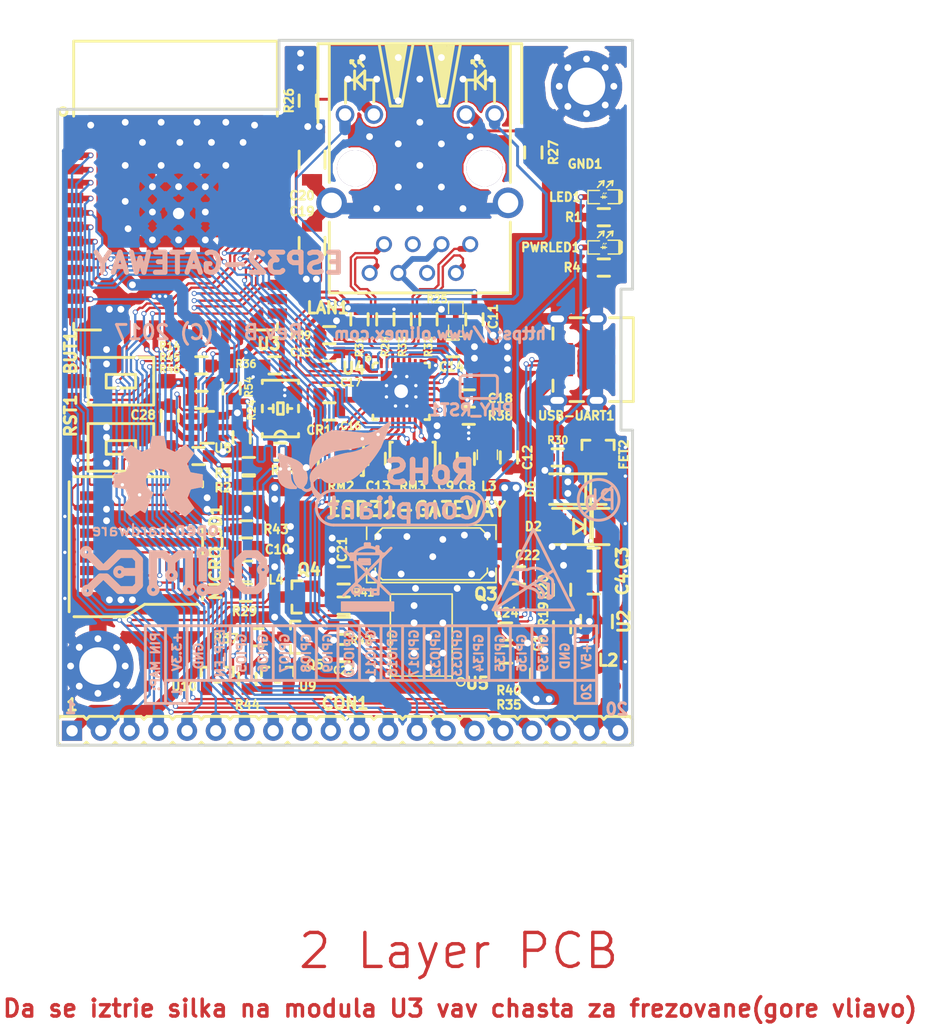
<source format=kicad_pcb>
(kicad_pcb (version 20170123) (host pcbnew no-vcs-found-36e5906~58~ubuntu16.04.1)
  (title_block (title ESP32-GATEWAY) (rev A) (company "OLIMEX Ltd.") (comment 1 https://www.olimex.com))
  (layers (0 F.Cu mixed) (31 B.Cu mixed hide) (34 B.Paste user) (35 F.Paste user hide) (36 B.SilkS user hide) (37 F.SilkS user) (38 B.Mask user hide) (39 F.Mask user hide) (44 Edge.Cuts user))
  (net 0 "")
  (net 1 +5V)
  (net 2 GND)
  (net 3 "Net-(BUT1-Pad2)")
  (net 4 /GPI34/BUT1)
  (net 5 +3V3)
  (net 6 "Net-(C10-Pad1)")
  (net 7 "Net-(C11-Pad1)")
  (net 8 "Net-(C18-Pad2)")
  (net 9 "Net-(CR1-Pad3)")
  (net 10 /GPIO3/U0RXD)
  (net 11 /ESP_EN)
  (net 12 "/GPIO25/EMAC_RXD0(RMII)")
  (net 13 "/GPIO19/EMAC_TXD0(RMII)")
  (net 14 "/GPIO26/EMAC_RXD1(RMII)")
  (net 15 /GPIO9/SD_DATA2)
  (net 16 /GPIO8/SD_DATA1)
  (net 17 /GPIO6/SD_CLK)
  (net 18 /GPIO7/SD_DATA0)
  (net 19 /GPIO1/U0TXD)
  (net 20 /GPIO10/SD_DATA3)
  (net 21 /GPIO11/SD_CMD)
  (net 22 "Net-(L2-Pad1)")
  (net 23 "Net-(R19-Pad1)")
  (net 24 "Net-(R39-Pad1)")
  (net 25 /PHYAD0)
  (net 26 /PHYAD1)
  (net 27 /PHYAD2)
  (net 28 /RMIISEL)
  (net 29 /VDD1A-2A)
  (net 30 /VDDCR)
  (net 31 "/GPIO22/EMAC_TXD1(RMII)")
  (net 32 "/GPIO21/EMAC_TX_EN(RMII)")
  (net 33 "Net-(MICRO_SD1-Pad5)")
  (net 34 "Net-(LAN1-Pad1)")
  (net 35 "Net-(LAN1-Pad2)")
  (net 36 "Net-(LAN1-Pad7)")
  (net 37 "Net-(LAN1-Pad8)")
  (net 38 "Net-(LAN1-PadAG1)")
  (net 39 "Net-(LAN1-PadAY1)")
  (net 40 "Net-(LAN1-PadKG1)")
  (net 41 "Net-(LAN1-PadKY1)")
  (net 42 "Net-(C19-Pad1)")
  (net 43 "Net-(C21-Pad1)")
  (net 44 "Net-(C22-Pad1)")
  (net 45 "/GPIO23/MDC(RMII)")
  (net 46 /GPIO27/EMAC_RX_CRS_DV)
  (net 47 /GPIO0/XTAL1/CLKIN)
  (net 48 /GPIO2/HS2_DATA0)
  (net 49 /GPIO14/HS2_CLK)
  (net 50 /GPIO15/HS2_CMD)
  (net 51 "/GPIO18/MDIO(RMII)")
  (net 52 /+5V_USB)
  (net 53 "Net-(Q4-Pad2)")
  (net 54 "Net-(Q4-Pad1)")
  (net 55 "Net-(Q5-Pad2)")
  (net 56 "Net-(Q5-Pad1)")
  (net 57 "Net-(R35-Pad1)")
  (net 58 "Net-(R40-Pad1)")
  (net 59 "Net-(U3-Pad32)")
  (net 60 "Net-(U4-Pad4)")
  (net 61 "Net-(U4-Pad14)")
  (net 62 "Net-(U4-Pad18)")
  (net 63 "Net-(U4-Pad20)")
  (net 64 "Net-(U4-Pad26)")
  (net 65 "Net-(U5-Pad6)")
  (net 66 "Net-(U5-Pad7)")
  (net 67 "Net-(U5-Pad11)")
  (net 68 "Net-(U5-Pad12)")
  (net 69 "Net-(U5-Pad13)")
  (net 70 "Net-(U5-Pad14)")
  (net 71 "Net-(U5-Pad17)")
  (net 72 "Net-(USB-UART1-Pad4)")
  (net 73 /OSC_DIS)
  (net 74 "Net-(PWRLED1-Pad1)")
  (net 75 "Net-(Q5-Pad3)")
  (net 76 "Net-(C28-Pad1)")
  (net 77 "Net-(MICRO_SD1-Pad7)")
  (net 78 "Net-(R44-Pad2)")
  (net 79 /D_Com)
  (net 80 /GPI35)
  (net 81 /GPIO5)
  (net 82 +5V_EXT)
  (net 83 /GPIO16)
  (net 84 /GPIO17)
  (net 85 /GPI39)
  (net 86 /GPI36)
  (net 87 /GPIO4/HS2_DATA1)
  (net 88 /GPIO13/HS2_DATA3)
  (net 89 /GPIO12/HS2_DATA2)
  (net 90 /GPIO32)
  (net 91 "Net-(LED1-Pad1)")
  (net 92 /GPIO33/LED)
  (module OLIMEX_IC-FP:SSOP-20W (layer F.Cu) (at 101.727 119.761 90)
    (fp_text reference U5 (at -4.064 4.953 180) (layer F.SilkS) (effects (font (size 1.016 1.016) (thickness 0.254))))
    (fp_text value "CH340T(SSOP20W)")
    (pad 1 smd rect (at -2.925 3.6195 90) (size 0.325 1.27) (layers F.Cu F.Paste F.Mask))
    (pad 2 smd rect (at -2.275 3.6195 90) (size 0.325 1.27) (layers F.Cu F.Paste F.Mask))
    (pad 3 smd rect (at -1.625 3.6195 90) (size 0.325 1.27) (layers F.Cu F.Paste F.Mask) (net 57 "Net-(R35-Pad1)"))
    (pad 4 smd rect (at -0.975 3.6195 90) (size 0.325 1.27) (layers F.Cu F.Paste F.Mask) (net 58 "Net-(R40-Pad1)"))
    (pad 5 smd rect (at -0.325 3.6195 90) (size 0.325 1.27) (layers F.Cu F.Paste F.Mask) (net 5 +3V3))
    (pad 6 smd rect (at 0.325 3.6195 90) (size 0.325 1.27) (layers F.Cu F.Paste F.Mask) (net 65 "Net-(U5-Pad6)"))
    (pad 7 smd rect (at 0.975 3.6195 90) (size 0.325 1.27) (layers F.Cu F.Paste F.Mask) (net 66 "Net-(U5-Pad7)"))
    (pad 8 smd rect (at 1.625 3.6195 90) (size 0.325 1.27) (layers F.Cu F.Paste F.Mask) (net 2 GND))
    (pad 9 smd rect (at 2.275 3.6195 90) (size 0.325 1.27) (layers F.Cu F.Paste F.Mask) (net 43 "Net-(C21-Pad1)"))
    (pad 10 smd rect (at 2.925 3.6195 90) (size 0.325 1.27) (layers F.Cu F.Paste F.Mask) (net 44 "Net-(C22-Pad1)"))
    (pad 11 smd rect (at 2.925 -3.6195 90) (size 0.325 1.27) (layers F.Cu F.Paste F.Mask) (net 67 "Net-(U5-Pad11)"))
    (pad 12 smd rect (at 2.275 -3.6195 90) (size 0.325 1.27) (layers F.Cu F.Paste F.Mask) (net 68 "Net-(U5-Pad12)"))
    (pad 13 smd rect (at 1.625 -3.6195 90) (size 0.325 1.27) (layers F.Cu F.Paste F.Mask) (net 69 "Net-(U5-Pad13)"))
    (pad 14 smd rect (at 0.975 -3.6195 90) (size 0.325 1.27) (layers F.Cu F.Paste F.Mask) (net 70 "Net-(U5-Pad14)"))
    (pad 15 smd rect (at 0.325 -3.6195 90) (size 0.325 1.27) (layers F.Cu F.Paste F.Mask) (net 55 "Net-(Q5-Pad2)"))
    (pad 16 smd rect (at -0.325 -3.6195 90) (size 0.325 1.27) (layers F.Cu F.Paste F.Mask) (net 53 "Net-(Q4-Pad2)"))
    (pad 17 smd rect (at -0.975 -3.6195 90) (size 0.325 1.27) (layers F.Cu F.Paste F.Mask) (net 71 "Net-(U5-Pad17)"))
    (pad 18 smd rect (at -1.625 -3.6195 90) (size 0.325 1.27) (layers F.Cu F.Paste F.Mask))
    (pad 19 smd rect (at -2.275 -3.6195 90) (size 0.325 1.27) (layers F.Cu F.Paste F.Mask) (net 5 +3V3))
    (pad 20 smd rect (at -2.925 -3.6195 90) (size 0.325 1.27) (layers F.Cu F.Paste F.Mask) (net 2 GND))
  )
  (module OLIMEX_Other-FP:Fiducial1x3 (layer F.Cu) (at 118.872 124.079)
    (fp_text reference "" (at 0 3) (layer F.SilkS))
    (fp_text value "")
    (pad Fid1 connect circle (at 0 0) (size 1 1) (layers F.Cu F.Mask) (clearance 1.016))
  )
  (module OLIMEX_Other-FP:Mounting_hole_Shield_3.3mm (layer F.Cu) (at 116.332 71.12)
    (fp_text reference MH2 hide)
    (fp_text value Mounting_hole_Shield_3.3mm hide)
    (pad GND1 thru_hole circle (at -2.413 0) (size 1.2 1.2) (drill 0.6) (layers *.Cu *.Mask) (net 2 GND))
    (pad GND1 thru_hole circle (at 2.413 0) (size 1.2 1.2) (drill 0.6) (layers *.Cu *.Mask) (net 2 GND))
    (pad GND1 thru_hole circle (at 1.651 1.651) (size 1.2 1.2) (drill 0.6) (layers *.Cu *.Mask) (net 2 GND))
    (pad GND1 thru_hole circle (at -1.651 1.778) (size 1.2 1.2) (drill 0.6) (layers *.Cu *.Mask) (net 2 GND))
    (pad GND1 thru_hole circle (at 1.651 -1.651) (size 1.2 1.2) (drill 0.6) (layers *.Cu *.Mask) (net 2 GND))
    (pad GND1 thru_hole circle (at -1.651 -1.651) (size 1.2 1.2) (drill 0.6) (layers *.Cu *.Mask) (net 2 GND))
    (pad GND1 thru_hole circle (at 0 2.413) (size 1.2 1.2) (drill 0.6) (layers *.Cu *.Mask) (net 2 GND))
    (pad GND1 thru_hole circle (at 0 -2.413) (size 1.2 1.2) (drill 0.6) (layers *.Cu *.Mask) (net 2 GND))
    (pad GND1 thru_hole circle (at 0 0) (size 6.3 6.3) (drill 3.3) (layers *.Cu *.Mask) (net 2 GND))
  )
  (module OLIMEX_Other-FP:Mounting_hole_Shield_3.3mm (layer F.Cu) (at 73.152 122.301)
    (fp_text reference MH1 hide)
    (fp_text value Mounting_hole_Shield_3.3mm hide)
    (pad GND1 thru_hole circle (at 0 0) (size 6.3 6.3) (drill 3.3) (layers *.Cu *.Mask) (net 2 GND))
    (pad GND1 thru_hole circle (at 0 -2.413) (size 1.2 1.2) (drill 0.6) (layers *.Cu *.Mask) (net 2 GND))
    (pad GND1 thru_hole circle (at 0 2.413) (size 1.2 1.2) (drill 0.6) (layers *.Cu *.Mask) (net 2 GND))
    (pad GND1 thru_hole circle (at -1.651 -1.651) (size 1.2 1.2) (drill 0.6) (layers *.Cu *.Mask) (net 2 GND))
    (pad GND1 thru_hole circle (at 1.651 -1.651) (size 1.2 1.2) (drill 0.6) (layers *.Cu *.Mask) (net 2 GND))
    (pad GND1 thru_hole circle (at -1.651 1.778) (size 1.2 1.2) (drill 0.6) (layers *.Cu *.Mask) (net 2 GND))
    (pad GND1 thru_hole circle (at 1.651 1.651) (size 1.2 1.2) (drill 0.6) (layers *.Cu *.Mask) (net 2 GND))
    (pad GND1 thru_hole circle (at 2.413 0) (size 1.2 1.2) (drill 0.6) (layers *.Cu *.Mask) (net 2 GND))
    (pad GND1 thru_hole circle (at -2.413 0) (size 1.2 1.2) (drill 0.6) (layers *.Cu *.Mask) (net 2 GND))
  )
  (module "OLIMEX_IC-FP:QFN32_EP(33)_5.00x5.00x0.90mm_Pitch_0.50mm" (layer F.Cu) (at 99.949 98.044 270)
    (fp_text reference U4 (at -2.032 4.191 180) (layer F.SilkS) (effects (font (size 1.016 1.016) (thickness 0.254))))
    (fp_text value "LAN8710A-EZC(QFN32)")
    (pad 33 smd rect (at 0 0 270) (size 3.6 3.6) (layers F.Cu F.Mask) (net 2 GND))
    (pad 33 thru_hole rect (at -0.5 -1.3 270) (size 0.4 0.4) (drill 0.3) (layers *.Cu F.Mask) (net 2 GND))
    (pad 33 thru_hole rect (at 0.5 -1.3 270) (size 0.4 0.4) (drill 0.3) (layers *.Cu F.Mask) (net 2 GND))
    (pad 33 thru_hole rect (at 1.3 -0.5 270) (size 0.4 0.4) (drill 0.29972) (layers *.Cu F.Mask) (net 2 GND))
    (pad 33 thru_hole rect (at 1.3 0.5 270) (size 0.4 0.4) (drill 0.3) (layers *.Cu F.Mask) (net 2 GND))
    (pad 33 thru_hole rect (at 0.5 1.3 270) (size 0.4 0.4) (drill 0.3) (layers *.Cu F.Mask) (net 2 GND))
    (pad 33 thru_hole rect (at -0.5 1.3 270) (size 0.4 0.4) (drill 0.3) (layers *.Cu F.Mask) (net 2 GND))
    (pad 33 thru_hole rect (at -1.3 0.5 270) (size 0.4 0.4) (drill 0.3) (layers *.Cu F.Mask) (net 2 GND))
    (pad 33 thru_hole rect (at -1.3 -0.5 270) (size 0.4 0.4) (drill 0.3) (layers *.Cu F.Mask) (net 2 GND))
    (pad 33 thru_hole rect (at 0 0 270) (size 1.4224 1.4224) (drill 1.2) (layers *.Cu *.Mask) (net 2 GND))
    (pad 32 smd rect (at -2.45 1.75 270) (size 0.8 0.25) (layers F.Cu F.Paste F.Mask) (net 24 "Net-(R39-Pad1)"))
    (pad 31 smd rect (at -2.45 1.25 270) (size 0.8 0.25) (layers F.Cu F.Paste F.Mask) (net 36 "Net-(LAN1-Pad7)"))
    (pad 30 smd rect (at -2.45 0.75 270) (size 0.8 0.25) (layers F.Cu F.Paste F.Mask) (net 37 "Net-(LAN1-Pad8)"))
    (pad 29 smd rect (at -2.45 0.25 270) (size 0.8 0.25) (layers F.Cu F.Paste F.Mask) (net 34 "Net-(LAN1-Pad1)"))
    (pad 28 smd rect (at -2.45 -0.25 270) (size 0.8 0.25) (layers F.Cu F.Paste F.Mask) (net 35 "Net-(LAN1-Pad2)"))
    (pad 27 smd rect (at -2.45 -0.75 270) (size 0.8 0.25) (layers F.Cu F.Paste F.Mask) (net 29 /VDD1A-2A))
    (pad 26 smd rect (at -2.45 -1.25 270) (size 0.8 0.25) (layers F.Cu F.Paste F.Mask) (net 64 "Net-(U4-Pad26)"))
    (pad 25 smd rect (at -2.45 -1.75 270) (size 0.8 0.25) (layers F.Cu F.Paste F.Mask) (net 2 GND))
    (pad 24 smd rect (at -1.75 -2.45 180) (size 0.8 0.25) (layers F.Cu F.Paste F.Mask) (net 2 GND))
    (pad 23 smd rect (at -1.25 -2.45 180) (size 0.8 0.25) (layers F.Cu F.Paste F.Mask) (net 31 "/GPIO22/EMAC_TXD1(RMII)"))
    (pad 22 smd rect (at -0.75 -2.45 180) (size 0.8 0.25) (layers F.Cu F.Paste F.Mask) (net 13 "/GPIO19/EMAC_TXD0(RMII)"))
    (pad 21 smd rect (at -0.25 -2.45 180) (size 0.8 0.25) (layers F.Cu F.Paste F.Mask) (net 32 "/GPIO21/EMAC_TX_EN(RMII)"))
    (pad 20 smd rect (at 0.25 -2.45 180) (size 0.8 0.25) (layers F.Cu F.Paste F.Mask) (net 63 "Net-(U4-Pad20)"))
    (pad 19 smd rect (at 0.75 -2.45 180) (size 0.8 0.25) (layers F.Cu F.Paste F.Mask) (net 8 "Net-(C18-Pad2)"))
    (pad 18 smd rect (at 1.25 -2.45 180) (size 0.8 0.25) (layers F.Cu F.Paste F.Mask) (net 62 "Net-(U4-Pad18)"))
    (pad 17 smd rect (at 1.75 -2.45 180) (size 0.8 0.25) (layers F.Cu F.Paste F.Mask) (net 45 "/GPIO23/MDC(RMII)"))
    (pad 16 smd rect (at 2.45 -1.75 90) (size 0.8 0.25) (layers F.Cu F.Paste F.Mask) (net 51 "/GPIO18/MDIO(RMII)"))
    (pad 15 smd rect (at 2.45 -1.25 90) (size 0.8 0.25) (layers F.Cu F.Paste F.Mask) (net 46 /GPIO27/EMAC_RX_CRS_DV))
    (pad 14 smd rect (at 2.45 -0.75 90) (size 0.8 0.25) (layers F.Cu F.Paste F.Mask) (net 61 "Net-(U4-Pad14)"))
    (pad 13 smd rect (at 2.45 -0.25 90) (size 0.8 0.25) (layers F.Cu F.Paste F.Mask) (net 25 /PHYAD0))
    (pad 12 smd rect (at 2.45 0.25 90) (size 0.8 0.25) (layers F.Cu F.Paste F.Mask) (net 5 +3V3))
    (pad 11 smd rect (at 2.45 0.75 90) (size 0.8 0.25) (layers F.Cu F.Paste F.Mask) (net 12 "/GPIO25/EMAC_RXD0(RMII)"))
    (pad 10 smd rect (at 2.45 1.25 90) (size 0.8 0.25) (layers F.Cu F.Paste F.Mask) (net 14 "/GPIO26/EMAC_RXD1(RMII)"))
    (pad 9 smd rect (at 2.45 1.75 90) (size 0.8 0.25) (layers F.Cu F.Paste F.Mask) (net 28 /RMIISEL))
    (pad 8 smd rect (at 1.75 2.45) (size 0.8 0.25) (layers F.Cu F.Paste F.Mask) (net 27 /PHYAD2))
    (pad 7 smd rect (at 1.25 2.45) (size 0.8 0.25) (layers F.Cu F.Paste F.Mask) (net 26 /PHYAD1))
    (pad 6 smd rect (at 0.75 2.45) (size 0.8 0.25) (layers F.Cu F.Paste F.Mask) (net 30 /VDDCR))
    (pad 5 smd rect (at 0.25 2.45) (size 0.8 0.25) (layers F.Cu F.Paste F.Mask) (net 47 /GPIO0/XTAL1/CLKIN))
    (pad 4 smd rect (at -0.25 2.45) (size 0.8 0.25) (layers F.Cu F.Paste F.Mask) (net 60 "Net-(U4-Pad4)"))
    (pad 3 smd rect (at -0.75 2.45) (size 0.8 0.25) (layers F.Cu F.Paste F.Mask) (net 39 "Net-(LAN1-PadAY1)"))
    (pad 2 smd rect (at -1.25 2.45) (size 0.8 0.25) (layers F.Cu F.Paste F.Mask) (net 40 "Net-(LAN1-PadKG1)"))
    (pad 1 smd rect (at -1.75 2.45) (size 0.8 0.25) (layers F.Cu F.Paste F.Mask) (net 29 /VDD1A-2A))
  )
  (module OLIMEX_RLC-FP:0R_0603 (layer F.Cu) (at 104.775 91.694 90)
    (fp_text reference R25 (at 1.778 -1.651) (layer F.SilkS) (effects (font (size 0.635 0.635) (thickness 0.15875))))
    (fp_text value "0R(board_mounted)")
    (pad 1 smd rect (at -0.889 0 90) (size 1.016 1.016) (layers F.Cu F.Paste F.Mask) (net 29 /VDD1A-2A) (clearance 0.0508))
    (pad 2 smd rect (at 0.889 0 90) (size 1.016 1.016) (layers F.Cu F.Paste F.Mask) (net 7 "Net-(C11-Pad1)") (clearance 0.0508))
    (pad 1 smd rect (at 0 0 90) (size 0.78 0.5) (layers F.Cu F.Mask) (net 29 /VDD1A-2A) (clearance 0.0508))
  )
  (module OLIMEX_Cases-FP:ESP-WROOM-32_MODULE (layer F.Cu) (at 80.01 79.883)
    (fp_text reference U3 (at 8.255 13.97) (layer F.SilkS) (effects (font (size 1.016 1.016) (thickness 0.254))))
    (fp_text value ESP-WROOM-32)
    (pad 39 thru_hole circle (at -2.0404 4.7998) (size 1.3 1.3) (drill 0.6) (layers *.Cu *.Mask) (net 2 GND))
    (pad 39 thru_hole circle (at 0.271 2.463) (size 2 2) (drill 1) (layers *.Cu *.Mask) (net 2 GND))
    (pad 39 smd rect (at 0.3 2.45) (size 6 6) (layers F.Cu F.Mask) (net 2 GND))
    (pad 38 smd rect (at 9 -5.21) (size 1.7 0.9) (layers F.Cu F.Paste F.Mask) (net 2 GND))
    (pad 37 smd rect (at 9 -3.94) (size 1.7 0.9) (layers F.Cu F.Paste F.Mask) (net 45 "/GPIO23/MDC(RMII)"))
    (pad 36 smd rect (at 9 -2.67) (size 1.7 0.9) (layers F.Cu F.Paste F.Mask) (net 31 "/GPIO22/EMAC_TXD1(RMII)"))
    (pad 35 smd rect (at 9 -1.4) (size 1.7 0.9) (layers F.Cu F.Paste F.Mask) (net 19 /GPIO1/U0TXD))
    (pad 34 smd rect (at 9 -0.13) (size 1.7 0.9) (layers F.Cu F.Paste F.Mask) (net 10 /GPIO3/U0RXD))
    (pad 33 smd rect (at 9 1.14) (size 1.7 0.9) (layers F.Cu F.Paste F.Mask) (net 32 "/GPIO21/EMAC_TX_EN(RMII)"))
    (pad 32 smd rect (at 9 2.41) (size 1.7 0.9) (layers F.Cu F.Paste F.Mask) (net 59 "Net-(U3-Pad32)"))
    (pad 31 smd rect (at 9 3.68) (size 1.7 0.9) (layers F.Cu F.Paste F.Mask) (net 13 "/GPIO19/EMAC_TXD0(RMII)"))
    (pad 30 smd rect (at 9 4.95) (size 1.7 0.9) (layers F.Cu F.Paste F.Mask) (net 51 "/GPIO18/MDIO(RMII)"))
    (pad 29 smd rect (at 9 6.22) (size 1.7 0.9) (layers F.Cu F.Paste F.Mask) (net 81 /GPIO5))
    (pad 28 smd rect (at 9 7.49) (size 1.7 0.9) (layers F.Cu F.Paste F.Mask) (net 84 /GPIO17))
    (pad 27 smd rect (at 9 8.76) (size 1.7 0.9) (layers F.Cu F.Paste F.Mask) (net 83 /GPIO16))
    (pad 26 smd rect (at 9 10.03) (size 1.7 0.9) (layers F.Cu F.Paste F.Mask) (net 87 /GPIO4/HS2_DATA1))
    (pad 25 smd rect (at 9 11.3) (size 1.7 0.9) (layers F.Cu F.Paste F.Mask) (net 47 /GPIO0/XTAL1/CLKIN))
    (pad 24 smd rect (at 5.73 12.75) (size 0.9 1.7) (layers F.Cu F.Paste F.Mask) (net 48 /GPIO2/HS2_DATA0))
    (pad 23 smd rect (at 4.46 12.75) (size 0.9 1.7) (layers F.Cu F.Paste F.Mask) (net 50 /GPIO15/HS2_CMD))
    (pad 22 smd rect (at 3.19 12.75) (size 0.9 1.7) (layers F.Cu F.Paste F.Mask) (net 16 /GPIO8/SD_DATA1))
    (pad 21 smd rect (at 1.92 12.75) (size 0.9 1.7) (layers F.Cu F.Paste F.Mask) (net 18 /GPIO7/SD_DATA0))
    (pad 20 smd rect (at 0.65 12.75) (size 0.9 1.7) (layers F.Cu F.Paste F.Mask) (net 17 /GPIO6/SD_CLK))
    (pad 19 smd rect (at -0.62 12.75) (size 0.9 1.7) (layers F.Cu F.Paste F.Mask) (net 21 /GPIO11/SD_CMD))
    (pad 18 smd rect (at -1.89 12.75) (size 0.9 1.7) (layers F.Cu F.Paste F.Mask) (net 20 /GPIO10/SD_DATA3))
    (pad 17 smd rect (at -3.16 12.75) (size 0.9 1.7) (layers F.Cu F.Paste F.Mask) (net 15 /GPIO9/SD_DATA2))
    (pad 16 smd rect (at -4.43 12.75) (size 0.9 1.7) (layers F.Cu F.Paste F.Mask) (net 88 /GPIO13/HS2_DATA3))
    (pad 15 smd rect (at -5.7 12.75) (size 0.9 1.7) (layers F.Cu F.Paste F.Mask) (net 2 GND))
    (pad 14 smd rect (at -9 11.26) (size 1.7 0.9) (layers F.Cu F.Paste F.Mask) (net 89 /GPIO12/HS2_DATA2))
    (pad 13 smd rect (at -9 9.99) (size 1.7 0.9) (layers F.Cu F.Paste F.Mask) (net 49 /GPIO14/HS2_CLK))
    (pad 12 smd rect (at -9 8.72) (size 1.7 0.9) (layers F.Cu F.Paste F.Mask) (net 46 /GPIO27/EMAC_RX_CRS_DV))
    (pad 11 smd rect (at -9 7.45) (size 1.7 0.9) (layers F.Cu F.Paste F.Mask) (net 14 "/GPIO26/EMAC_RXD1(RMII)"))
    (pad 10 smd rect (at -9 6.18) (size 1.7 0.9) (layers F.Cu F.Paste F.Mask) (net 12 "/GPIO25/EMAC_RXD0(RMII)"))
    (pad 9 smd rect (at -9 4.91) (size 1.7 0.9) (layers F.Cu F.Paste F.Mask) (net 92 /GPIO33/LED))
    (pad 8 smd rect (at -9 3.64) (size 1.7 0.9) (layers F.Cu F.Paste F.Mask) (net 90 /GPIO32))
    (pad 7 smd rect (at -9 2.37) (size 1.7 0.9) (layers F.Cu F.Paste F.Mask) (net 80 /GPI35))
    (pad 6 smd rect (at -9 1.1) (size 1.7 0.9) (layers F.Cu F.Paste F.Mask) (net 4 /GPI34/BUT1))
    (pad 5 smd rect (at -9 -0.17) (size 1.7 0.9) (layers F.Cu F.Paste F.Mask) (net 85 /GPI39))
    (pad 4 smd rect (at -9 -1.44) (size 1.7 0.9) (layers F.Cu F.Paste F.Mask) (net 86 /GPI36))
    (pad 3 smd rect (at -9 -2.71) (size 1.7 0.9) (layers F.Cu F.Paste F.Mask) (net 11 /ESP_EN))
    (pad 2 smd rect (at -9 -3.98) (size 1.7 0.9) (layers F.Cu F.Paste F.Mask) (net 5 +3V3))
    (pad 1 smd rect (at -9 -5.25) (size 1.7 0.9) (layers F.Cu F.Paste F.Mask) (net 2 GND))
    (pad 39 thru_hole circle (at 2.6332 4.7998) (size 1.3 1.3) (drill 0.6) (layers *.Cu *.Mask) (net 2 GND))
    (pad 39 thru_hole circle (at -2.0404 0.1008) (size 1.3 1.3) (drill 0.6) (layers *.Cu *.Mask) (net 2 GND))
    (pad 39 thru_hole circle (at 2.6332 0.1008) (size 1.3 1.3) (drill 0.6) (layers *.Cu *.Mask) (net 2 GND))
    (pad 39 thru_hole circle (at 0.271 0.1008) (size 1.3 1.3) (drill 0.6) (layers *.Cu *.Mask) (net 2 GND))
    (pad 39 thru_hole circle (at 0.271 4.7998) (size 1.3 1.3) (drill 0.6) (layers *.Cu *.Mask) (net 2 GND))
    (pad 39 thru_hole circle (at -2.0404 2.336) (size 1.3 1.3) (drill 0.6) (layers *.Cu *.Mask) (net 2 GND))
    (pad 39 thru_hole circle (at 2.6332 2.336) (size 1.3 1.3) (drill 0.6) (layers *.Cu *.Mask) (net 2 GND))
  )
  (module OLIMEX_Connectors-FP:TFC-WXCP11-08-LF (layer F.Cu) (at 76.327 111.125 180)
    (fp_text reference MICRO_SD1 (at -7.239 -1.143 270) (layer F.SilkS) (effects (font (size 1.016 1.016) (thickness 0.254))))
    (fp_text value TFC-WXCP11-08-LF)
    (pad SH2 smd rect (at -5.25 -3.15 270) (size 3.1 1.5) (layers F.Cu F.Paste F.Mask) (net 2 GND))
    (pad SH1 smd rect (at -5.25 2.91 270) (size 3.1 1.5) (layers F.Cu F.Paste F.Mask) (net 2 GND))
    (pad FID4 smd circle (at 5.72 5.54 270) (size 0.4 0.4) (layers F.Cu F.Mask))
    (pad FID3 smd circle (at -6.08 5.54 270) (size 0.4 0.4) (layers F.Cu F.Mask))
    (pad FID2 smd circle (at -6.08 -5.73 270) (size 0.4 0.4) (layers F.Cu F.Mask))
    (pad FID1 smd circle (at 5.72 -6.82 270) (size 0.4 0.4) (layers F.Cu F.Mask))
    (pad 8 smd rect (at 4 3.85 270) (size 0.8 1.5) (layers F.Cu F.Paste F.Mask) (net 87 /GPIO4/HS2_DATA1))
    (pad 7 smd rect (at 4 2.75 270) (size 0.8 1.5) (layers F.Cu F.Paste F.Mask) (net 77 "Net-(MICRO_SD1-Pad7)"))
    (pad 6 smd rect (at 4 1.65 270) (size 0.8 1.5) (layers F.Cu F.Paste F.Mask) (net 2 GND))
    (pad 5 smd rect (at 4 0.55 270) (size 0.8 1.5) (layers F.Cu F.Paste F.Mask) (net 33 "Net-(MICRO_SD1-Pad5)"))
    (pad 4 smd rect (at 4 -0.55 270) (size 0.8 1.5) (layers F.Cu F.Paste F.Mask) (net 6 "Net-(C10-Pad1)"))
    (pad 3 smd rect (at 4 -1.65 270) (size 0.8 1.5) (layers F.Cu F.Paste F.Mask) (net 50 /GPIO15/HS2_CMD))
    (pad 2 smd rect (at 4 -2.75 270) (size 0.8 1.5) (layers F.Cu F.Paste F.Mask) (net 88 /GPIO13/HS2_DATA3))
    (pad 1 smd rect (at 4 -3.85 270) (size 0.8 1.5) (layers F.Cu F.Paste F.Mask) (net 89 /GPIO12/HS2_DATA2))
  )
  (module OLIMEX_Connectors-FP:RJLBC-060TC1 (layer F.Cu) (at 101.6 78.359 180)
    (fp_text reference LAN1 (at 8.128 -12.319 180) (layer F.SilkS) (effects (font (size 1.016 1.016) (thickness 0.254))))
    (fp_text value "RJLD-060TC1(LPJ4013EDNL)")
    (pad Dril thru_hole circle (at 5.715 0 180) (size 3.2 3.2) (drill 3.2) (layers *.Cu *.Mask))
    (pad Dril thru_hole circle (at -5.715 0 180) (size 3.2 3.2) (drill 3.2) (layers *.Cu *.Mask))
    (pad KY1 thru_hole circle (at -4.07 4.7485 180) (size 1.65 1.65) (drill 1.1) (layers *.Cu *.Mask) (net 41 "Net-(LAN1-PadKY1)"))
    (pad KG1 thru_hole circle (at 6.61 4.7485 180) (size 1.65 1.65) (drill 1.1) (layers *.Cu *.Mask) (net 40 "Net-(LAN1-PadKG1)"))
    (pad GND2 thru_hole circle (at 7.8 -3.05 180) (size 2.7 2.7) (drill 1.8) (layers *.Cu *.Mask) (net 42 "Net-(C19-Pad1)"))
    (pad GND1 thru_hole circle (at -7.8 -3.05 180) (size 2.7 2.7) (drill 1.8) (layers *.Cu *.Mask) (net 42 "Net-(C19-Pad1)"))
    (pad AY1 thru_hole circle (at -6.61 4.7485 180) (size 1.65 1.65) (drill 1.1) (layers *.Cu *.Mask) (net 39 "Net-(LAN1-PadAY1)"))
    (pad AG1 thru_hole circle (at 4.07 4.7485 180) (size 1.65 1.65) (drill 1.1) (layers *.Cu *.Mask) (net 38 "Net-(LAN1-PadAG1)"))
    (pad 8 thru_hole circle (at 4.435 -9.24 180) (size 1.41 1.41) (drill 0.9) (layers *.Cu *.Mask) (net 37 "Net-(LAN1-Pad8)"))
    (pad 7 thru_hole circle (at 3.165 -6.7 180) (size 1.41 1.41) (drill 0.9) (layers *.Cu *.Mask) (net 36 "Net-(LAN1-Pad7)"))
    (pad 6 thru_hole circle (at 1.895 -9.24 180) (size 1.41 1.41) (drill 0.9) (layers *.Cu *.Mask) (net 7 "Net-(C11-Pad1)"))
    (pad 5 thru_hole circle (at 0.625 -6.7 180) (size 1.41 1.41) (drill 0.9) (layers *.Cu *.Mask))
    (pad 4 thru_hole circle (at -0.645 -9.24 180) (size 1.41 1.41) (drill 0.9) (layers *.Cu *.Mask))
    (pad 3 thru_hole circle (at -1.915 -6.7 180) (size 1.41 1.41) (drill 0.9) (layers *.Cu *.Mask) (net 7 "Net-(C11-Pad1)"))
    (pad 2 thru_hole circle (at -3.185 -9.24 180) (size 1.41 1.41) (drill 0.9) (layers *.Cu *.Mask) (net 35 "Net-(LAN1-Pad2)"))
    (pad 1 thru_hole circle (at -4.455 -6.7 180) (size 1.41 1.41) (drill 0.9) (layers *.Cu *.Mask) (net 34 "Net-(LAN1-Pad1)"))
  )
  (module OLIMEX_Jumpers-FP:SJ (layer B.Cu) (at 106.807 97.663 180)
    (fp_text reference PHY_RST1 (at 0.635 -2.032 180) (layer B.SilkS) (effects (font (size 1.016 1.016) (thickness 0.254)) (justify mirror)))
    (fp_text value Opened)
    (pad 1 smd rect (at -0.762 0 180) (size 1.1684 1.6002) (layers B.Cu B.Mask) (net 2 GND) (clearance 0.0508))
    (pad 1 smd rect (at -0.762 0 180) (size 1.1684 1.6002) (layers B.Cu B.Mask) (net 2 GND))
    (pad 2 smd rect (at 0.762 0 180) (size 1.1684 1.6002) (layers B.Cu B.Mask) (net 8 "Net-(C18-Pad2)") (clearance 0.0508))
  )
  (module OLIMEX_RLC-FP:C_0805_5MIL_DWS (layer F.Cu) (at 112.395 123.063 90)
    (fp_text reference C1 (at 2.794 -0.381 90) (layer F.SilkS) (effects (font (size 0.762 0.762) (thickness 0.1905))))
    (fp_text value 47uF/6.3V/20%/X5R/C0805)
    (pad 2 smd rect (at 1.016 0 180) (size 1.524 1.27) (layers F.Cu F.Paste F.Mask) (net 2 GND))
    (pad 1 smd rect (at -1.016 0 180) (size 1.524 1.27) (layers F.Cu F.Paste F.Mask) (net 5 +3V3))
  )
  (module OLIMEX_RLC-FP:C_0603_5MIL_DWS (layer F.Cu) (at 105.664 104.013 90)
    (fp_text reference C8 (at -2.413 0.127 180) (layer F.SilkS) (effects (font (size 0.762 0.762) (thickness 0.1905))))
    (fp_text value 22uF/6.3V/20%/X5R/C0603)
    (pad 1 smd rect (at -0.889 0 90) (size 1.016 1.016) (layers F.Cu F.Paste F.Mask) (net 5 +3V3) (clearance 0.0508))
    (pad 2 smd rect (at 0.889 0 90) (size 1.016 1.016) (layers F.Cu F.Paste F.Mask) (net 2 GND) (clearance 0.0508))
  )
  (module OLIMEX_RLC-FP:C_0603_5MIL_DWS (layer F.Cu) (at 104.14 104.013 90)
    (fp_text reference C9 (at -2.413 -0.254 180) (layer F.SilkS) (effects (font (size 0.762 0.762) (thickness 0.1905))))
    (fp_text value 22uF/6.3V/20%/X5R/C0603)
    (pad 1 smd rect (at -0.889 0 90) (size 1.016 1.016) (layers F.Cu F.Paste F.Mask) (net 5 +3V3) (clearance 0.0508))
    (pad 2 smd rect (at 0.889 0 90) (size 1.016 1.016) (layers F.Cu F.Paste F.Mask) (net 2 GND) (clearance 0.0508))
  )
  (module OLIMEX_RLC-FP:C_0805_5MIL_DWS (layer F.Cu) (at 86.233 112.014)
    (fp_text reference C10 (at 2.794 0) (layer F.SilkS) (effects (font (size 0.762 0.762) (thickness 0.1905))))
    (fp_text value 47uF/6.3V/20%/X5R/C0805)
    (pad 1 smd rect (at -1.016 0 90) (size 1.524 1.27) (layers F.Cu F.Paste F.Mask) (net 6 "Net-(C10-Pad1)"))
    (pad 2 smd rect (at 1.016 0 90) (size 1.524 1.27) (layers F.Cu F.Paste F.Mask) (net 2 GND))
  )
  (module OLIMEX_RLC-FP:C_0603_5MIL_DWS (layer F.Cu) (at 106.426 91.694 270)
    (fp_text reference C11 (at -0.254 -1.651 270) (layer F.SilkS) (effects (font (size 0.762 0.762) (thickness 0.1905))))
    (fp_text value 100nF/50V/20%/Y5V/C0603)
    (pad 2 smd rect (at 0.889 0 270) (size 1.016 1.016) (layers F.Cu F.Paste F.Mask) (net 2 GND) (clearance 0.0508))
    (pad 1 smd rect (at -0.889 0 270) (size 1.016 1.016) (layers F.Cu F.Paste F.Mask) (net 7 "Net-(C11-Pad1)") (clearance 0.0508))
  )
  (module OLIMEX_RLC-FP:C_0603_5MIL_DWS (layer F.Cu) (at 109.474 103.886 270)
    (fp_text reference C12 (at 0 -1.651 90) (layer F.SilkS) (effects (font (size 0.762 0.762) (thickness 0.1905))))
    (fp_text value 22uF/6.3V/20%/X5R/C0603)
    (pad 2 smd rect (at 0.889 0 270) (size 1.016 1.016) (layers F.Cu F.Paste F.Mask) (net 2 GND) (clearance 0.0508))
    (pad 1 smd rect (at -0.889 0 270) (size 1.016 1.016) (layers F.Cu F.Paste F.Mask) (net 29 /VDD1A-2A) (clearance 0.0508))
  )
  (module OLIMEX_RLC-FP:C_0603_5MIL_DWS (layer F.Cu) (at 97.79 104.013 270)
    (fp_text reference C13 (at 2.413 -0.127) (layer F.SilkS) (effects (font (size 0.762 0.762) (thickness 0.1905))))
    (fp_text value 100nF/50V/20%/Y5V/C0603)
    (pad 2 smd rect (at 0.889 0 270) (size 1.016 1.016) (layers F.Cu F.Paste F.Mask) (net 2 GND) (clearance 0.0508))
    (pad 1 smd rect (at -0.889 0 270) (size 1.016 1.016) (layers F.Cu F.Paste F.Mask) (net 5 +3V3) (clearance 0.0508))
  )
  (module OLIMEX_RLC-FP:C_0603_5MIL_DWS (layer F.Cu) (at 104.521 94.234)
    (fp_text reference C14 (at -0.127 1.651) (layer F.SilkS) (effects (font (size 0.762 0.762) (thickness 0.1905))))
    (fp_text value 100nF/50V/20%/Y5V/C0603)
    (pad 1 smd rect (at -0.889 0) (size 1.016 1.016) (layers F.Cu F.Paste F.Mask) (net 29 /VDD1A-2A) (clearance 0.0508))
    (pad 2 smd rect (at 0.889 0) (size 1.016 1.016) (layers F.Cu F.Paste F.Mask) (net 2 GND) (clearance 0.0508))
  )
  (module OLIMEX_RLC-FP:C_0603_5MIL_DWS (layer F.Cu) (at 93.599 94.615 180)
    (fp_text reference C15 (at 2.54 0 180) (layer F.SilkS) (effects (font (size 0.635 0.635) (thickness 0.15875))))
    (fp_text value 100nF/50V/20%/Y5V/C0603)
    (pad 1 smd rect (at -0.889 0 180) (size 1.016 1.016) (layers F.Cu F.Paste F.Mask) (net 29 /VDD1A-2A) (clearance 0.0508))
    (pad 2 smd rect (at 0.889 0 180) (size 1.016 1.016) (layers F.Cu F.Paste F.Mask) (net 2 GND) (clearance 0.0508))
  )
  (module OLIMEX_RLC-FP:C_0603_5MIL_DWS (layer F.Cu) (at 93.599 99.822 180)
    (fp_text reference C16 (at -1.905 -1.27 180) (layer F.SilkS) (effects (font (size 0.635 0.635) (thickness 0.15875))))
    (fp_text value 2.2uF/6.3V/10%/X5R/C0603)
    (pad 1 smd rect (at -0.889 0 180) (size 1.016 1.016) (layers F.Cu F.Paste F.Mask) (net 30 /VDDCR) (clearance 0.0508))
    (pad 2 smd rect (at 0.889 0 180) (size 1.016 1.016) (layers F.Cu F.Paste F.Mask) (net 2 GND) (clearance 0.0508))
  )
  (module OLIMEX_RLC-FP:C_0603_5MIL_DWS (layer F.Cu) (at 93.599 98.298 180)
    (fp_text reference C17 (at -1.905 1.016 180) (layer F.SilkS) (effects (font (size 0.635 0.635) (thickness 0.15875))))
    (fp_text value 100nF/50V/20%/Y5V/C0603)
    (pad 2 smd rect (at 0.889 0 180) (size 1.016 1.016) (layers F.Cu F.Paste F.Mask) (net 2 GND) (clearance 0.0508))
    (pad 1 smd rect (at -0.889 0 180) (size 1.016 1.016) (layers F.Cu F.Paste F.Mask) (net 30 /VDDCR) (clearance 0.0508))
  )
  (module OLIMEX_RLC-FP:C_0603_5MIL_DWS (layer F.Cu) (at 105.918 98.679 180)
    (fp_text reference C18 (at -2.794 0 180) (layer F.SilkS) (effects (font (size 0.762 0.762) (thickness 0.1905))))
    (fp_text value 10uF/6.3V/20%/X5R/C0603)
    (pad 2 smd rect (at 0.889 0 180) (size 1.016 1.016) (layers F.Cu F.Paste F.Mask) (net 8 "Net-(C18-Pad2)") (clearance 0.0508))
    (pad 1 smd rect (at -0.889 0 180) (size 1.016 1.016) (layers F.Cu F.Paste F.Mask) (net 2 GND) (clearance 0.0508))
  )
  (module OLIMEX_Crystal-FP:5032-4P_HCX-3S (layer F.Cu) (at 89.281 99.568 90)
    (fp_text reference CR1 (at -1.905 3.429 180) (layer F.SilkS) (effects (font (size 0.762 0.762) (thickness 0.1905))))
    (fp_text value Q50MHz/25ppm/3V/4P/5x3.2mm)
    (pad 1 smd rect (at -1.27 1.27 90) (size 1.4 1.2) (layers F.Cu F.Paste F.Mask) (net 73 /OSC_DIS))
    (pad 2 smd rect (at 1.27 1.27 90) (size 1.4 1.2) (layers F.Cu F.Paste F.Mask) (net 2 GND))
    (pad 3 smd rect (at 1.27 -1.27 90) (size 1.4 1.2) (layers F.Cu F.Paste F.Mask) (net 9 "Net-(CR1-Pad3)"))
    (pad 4 smd rect (at -1.27 -1.27 90) (size 1.4 1.2) (layers F.Cu F.Paste F.Mask) (net 5 +3V3))
  )
  (module OLIMEX_Other-FP:TESTPAD_40-ROUND (layer F.Cu) (at 118.872 77.978)
    (fp_text reference GND1 (at -2.667 0) (layer F.SilkS) (effects (font (size 0.762 0.762) (thickness 0.1905))))
    (fp_text value TESTPAD hide)
    (pad 1 smd circle (at 0 0) (size 1 1) (layers F.Cu F.Mask) (net 2 GND))
  )
  (module OLIMEX_RLC-FP:CD32 (layer F.Cu) (at 115.443 123.444 90)
    (fp_text reference L2 (at 1.651 2.794 180) (layer F.SilkS) (effects (font (size 1.016 1.016) (thickness 0.254))))
    (fp_text value 2.2uH/1.5A/DCR<0.1R/CD32)
    (pad 2 smd rect (at -1.2 0 270) (size 1.6 3.5) (layers F.Cu F.Paste F.Mask) (net 5 +3V3) (clearance 0.0508))
    (pad 1 smd rect (at 1.2 0 270) (size 1.6 3.5) (layers F.Cu F.Paste F.Mask) (net 22 "Net-(L2-Pad1)") (clearance 0.0508))
  )
  (module OLIMEX_RLC-FP:L_0805_5MIL_DWS (layer F.Cu) (at 107.569 103.632 90)
    (fp_text reference L3 (at -2.794 0.127 180) (layer F.SilkS) (effects (font (size 0.762 0.762) (thickness 0.1905))))
    (fp_text value FB0805/600R/2A)
    (pad 1 smd rect (at -1.016 0 90) (size 1.524 1.27) (layers F.Cu F.Paste F.Mask) (net 5 +3V3) (clearance 0.0508))
    (pad 2 smd rect (at 1.016 0 90) (size 1.524 1.27) (layers F.Cu F.Paste F.Mask) (net 29 /VDD1A-2A) (clearance 0.0508))
  )
  (module OLIMEX_RLC-FP:L_0805_5MIL_DWS (layer F.Cu) (at 86.233 113.919 180)
    (fp_text reference L4 (at -2.667 -0.762 180) (layer F.SilkS) (effects (font (size 0.762 0.762) (thickness 0.1905))))
    (fp_text value FB0805/600R/2A)
    (pad 2 smd rect (at 1.016 0 180) (size 1.524 1.27) (layers F.Cu F.Paste F.Mask) (net 6 "Net-(C10-Pad1)") (clearance 0.0508))
    (pad 1 smd rect (at -1.016 0 180) (size 1.524 1.27) (layers F.Cu F.Paste F.Mask) (net 5 +3V3) (clearance 0.0508))
  )
  (module OLIMEX_LEDs-FP:LED_0603_KA (layer F.Cu) (at 117.856 85.344 180)
    (fp_text reference PWRLED1 (at 4.699 0 180) (layer F.SilkS) (effects (font (size 0.762 0.762) (thickness 0.1905))))
    (fp_text value LED/RED/0603)
    (pad 2 smd rect (at 0.762 0) (size 0.8 0.8) (layers F.Cu F.Paste F.Mask) (net 1 +5V))
    (pad 1 smd rect (at -0.762 0) (size 0.8 0.8) (layers F.Cu F.Paste F.Mask) (net 74 "Net-(PWRLED1-Pad1)"))
  )
  (module OLIMEX_RLC-FP:R_0603_5MIL_DWS (layer F.Cu) (at 82.296 95.758)
    (fp_text reference R14 (at -2.794 -1.7145) (layer F.SilkS) (effects (font (size 0.635 0.635) (thickness 0.15875))))
    (fp_text value 220R/R0603)
    (pad 2 smd rect (at 0.889 0) (size 1.016 1.016) (layers F.Cu F.Paste F.Mask) (net 2 GND))
    (pad 1 smd rect (at -0.889 0) (size 1.016 1.016) (layers F.Cu F.Paste F.Mask) (net 3 "Net-(BUT1-Pad2)"))
  )
  (module OLIMEX_RLC-FP:R_0603_5MIL_DWS (layer F.Cu) (at 82.042 103.759 180)
    (fp_text reference R16 (at 2.667 -0.635 180) (layer F.SilkS) (effects (font (size 0.635 0.635) (thickness 0.15875))))
    (fp_text value 220R/R0603)
    (pad 1 smd rect (at -0.889 0 180) (size 1.016 1.016) (layers F.Cu F.Paste F.Mask) (net 48 /GPIO2/HS2_DATA0))
    (pad 2 smd rect (at 0.889 0 180) (size 1.016 1.016) (layers F.Cu F.Paste F.Mask) (net 77 "Net-(MICRO_SD1-Pad7)"))
  )
  (module OLIMEX_RLC-FP:R_0603_5MIL_DWS (layer F.Cu) (at 85.852 102.108 90)
    (fp_text reference R24 (at 2.413 0.889 90) (layer F.SilkS) (effects (font (size 0.635 0.635) (thickness 0.15875))))
    (fp_text value 1k/R0603)
    (pad 1 smd rect (at -0.889 0 90) (size 1.016 1.016) (layers F.Cu F.Paste F.Mask) (net 5 +3V3))
    (pad 2 smd rect (at 0.889 0 90) (size 1.016 1.016) (layers F.Cu F.Paste F.Mask) (net 11 /ESP_EN))
  )
  (module OLIMEX_RLC-FP:R_0603_5MIL_DWS (layer F.Cu) (at 91.694 72.39 90)
    (fp_text reference R26 (at 0 -1.651 270) (layer F.SilkS) (effects (font (size 0.762 0.762) (thickness 0.1905))))
    (fp_text value 330R/R0603)
    (pad 2 smd rect (at 0.889 0 90) (size 1.016 1.016) (layers F.Cu F.Paste F.Mask) (net 38 "Net-(LAN1-PadAG1)"))
    (pad 1 smd rect (at -0.889 0 90) (size 1.016 1.016) (layers F.Cu F.Paste F.Mask) (net 29 /VDD1A-2A))
  )
  (module OLIMEX_RLC-FP:R_0603_5MIL_DWS (layer F.Cu) (at 111.633 76.962 270)
    (fp_text reference R27 (at 0 -1.778 270) (layer F.SilkS) (effects (font (size 0.762 0.762) (thickness 0.1905))))
    (fp_text value 330R/R0603)
    (pad 2 smd rect (at 0.889 0 270) (size 1.016 1.016) (layers F.Cu F.Paste F.Mask) (net 2 GND))
    (pad 1 smd rect (at -0.889 0 270) (size 1.016 1.016) (layers F.Cu F.Paste F.Mask) (net 41 "Net-(LAN1-PadKY1)"))
  )
  (module OLIMEX_RLC-FP:R_0603_5MIL_DWS (layer F.Cu) (at 98.552 91.694 270)
    (fp_text reference R28 (at 2.413 0 270) (layer F.SilkS) (effects (font (size 0.635 0.635) (thickness 0.15875))))
    (fp_text value 49.9R/1%/R0603)
    (pad 1 smd rect (at -0.889 0 270) (size 1.016 1.016) (layers F.Cu F.Paste F.Mask) (net 29 /VDD1A-2A))
    (pad 2 smd rect (at 0.889 0 270) (size 1.016 1.016) (layers F.Cu F.Paste F.Mask) (net 37 "Net-(LAN1-Pad8)"))
  )
  (module OLIMEX_RLC-FP:R_0603_5MIL_DWS (layer F.Cu) (at 86.233 115.824 180)
    (fp_text reference R29 (at 0.127 -1.651 180) (layer F.SilkS) (effects (font (size 0.762 0.762) (thickness 0.1905))))
    (fp_text value 10k/R0603)
    (pad 2 smd rect (at 0.889 0 180) (size 1.016 1.016) (layers F.Cu F.Paste F.Mask) (net 50 /GPIO15/HS2_CMD))
    (pad 1 smd rect (at -0.889 0 180) (size 1.016 1.016) (layers F.Cu F.Paste F.Mask) (net 5 +3V3))
  )
  (module OLIMEX_RLC-FP:R_0603_5MIL_DWS (layer F.Cu) (at 96.266 91.694 270)
    (fp_text reference R31 (at 2.413 0 270) (layer F.SilkS) (effects (font (size 0.635 0.635) (thickness 0.15875))))
    (fp_text value 49.9R/1%/R0603)
    (pad 2 smd rect (at 0.889 0 270) (size 1.016 1.016) (layers F.Cu F.Paste F.Mask) (net 36 "Net-(LAN1-Pad7)"))
    (pad 1 smd rect (at -0.889 0 270) (size 1.016 1.016) (layers F.Cu F.Paste F.Mask) (net 29 /VDD1A-2A))
  )
  (module OLIMEX_RLC-FP:R_0603_5MIL_DWS (layer F.Cu) (at 102.362 91.694 270)
    (fp_text reference R32 (at 2.413 0 270) (layer F.SilkS) (effects (font (size 0.635 0.635) (thickness 0.15875))))
    (fp_text value 49.9R/1%/R0603)
    (pad 1 smd rect (at -0.889 0 270) (size 1.016 1.016) (layers F.Cu F.Paste F.Mask) (net 29 /VDD1A-2A))
    (pad 2 smd rect (at 0.889 0 270) (size 1.016 1.016) (layers F.Cu F.Paste F.Mask) (net 35 "Net-(LAN1-Pad2)"))
  )
  (module OLIMEX_RLC-FP:R_0603_5MIL_DWS (layer F.Cu) (at 100.076 91.694 270)
    (fp_text reference R33 (at 2.413 0 270) (layer F.SilkS) (effects (font (size 0.635 0.635) (thickness 0.15875))))
    (fp_text value 49.9R/1%/R0603)
    (pad 2 smd rect (at 0.889 0 270) (size 1.016 1.016) (layers F.Cu F.Paste F.Mask) (net 34 "Net-(LAN1-Pad1)"))
    (pad 1 smd rect (at -0.889 0 270) (size 1.016 1.016) (layers F.Cu F.Paste F.Mask) (net 29 /VDD1A-2A))
  )
  (module OLIMEX_RLC-FP:R_0603_5MIL_DWS (layer F.Cu) (at 89.281 103.378)
    (fp_text reference R34 (at 0.254 1.651) (layer F.SilkS) (effects (font (size 0.762 0.762) (thickness 0.1905))))
    (fp_text value 10k/R0603)
    (pad 2 smd rect (at 0.889 0) (size 1.016 1.016) (layers F.Cu F.Paste F.Mask) (net 73 /OSC_DIS))
    (pad 1 smd rect (at -0.889 0) (size 1.016 1.016) (layers F.Cu F.Paste F.Mask) (net 5 +3V3))
  )
  (module OLIMEX_RLC-FP:R_0603_5MIL_DWS (layer F.Cu) (at 109.22 122.809)
    (fp_text reference R35 (at 0.254 2.921) (layer F.SilkS) (effects (font (size 0.762 0.762) (thickness 0.1905))))
    (fp_text value 220R/R0603)
    (pad 2 smd rect (at 0.889 0) (size 1.016 1.016) (layers F.Cu F.Paste F.Mask) (net 10 /GPIO3/U0RXD))
    (pad 1 smd rect (at -0.889 0) (size 1.016 1.016) (layers F.Cu F.Paste F.Mask) (net 57 "Net-(R35-Pad1)"))
  )
  (module OLIMEX_RLC-FP:R_0603_5MIL_DWS (layer F.Cu) (at 88.773 95.758)
    (fp_text reference R36 (at -2.54 -0.127) (layer F.SilkS) (effects (font (size 0.635 0.635) (thickness 0.15875))))
    (fp_text value 10R/R0603)
    (pad 1 smd rect (at -0.889 0) (size 1.016 1.016) (layers F.Cu F.Paste F.Mask) (net 9 "Net-(CR1-Pad3)"))
    (pad 2 smd rect (at 0.889 0) (size 1.016 1.016) (layers F.Cu F.Paste F.Mask) (net 47 /GPIO0/XTAL1/CLKIN))
  )
  (module OLIMEX_RLC-FP:R_0603_5MIL_DWS (layer F.Cu) (at 105.918 100.203)
    (fp_text reference R38 (at 2.794 0) (layer F.SilkS) (effects (font (size 0.762 0.762) (thickness 0.1905))))
    (fp_text value 10k/R0603)
    (pad 2 smd rect (at 0.889 0) (size 1.016 1.016) (layers F.Cu F.Paste F.Mask) (net 5 +3V3))
    (pad 1 smd rect (at -0.889 0) (size 1.016 1.016) (layers F.Cu F.Paste F.Mask) (net 8 "Net-(C18-Pad2)"))
  )
  (module OLIMEX_RLC-FP:R_0603_5MIL_DWS (layer F.Cu) (at 93.599 93.091 180)
    (fp_text reference R39 (at 2.54 0) (layer F.SilkS) (effects (font (size 0.635 0.635) (thickness 0.15875))))
    (fp_text value 12.1k/1%/R0603)
    (pad 1 smd rect (at -0.889 0 180) (size 1.016 1.016) (layers F.Cu F.Paste F.Mask) (net 24 "Net-(R39-Pad1)"))
    (pad 2 smd rect (at 0.889 0 180) (size 1.016 1.016) (layers F.Cu F.Paste F.Mask) (net 2 GND))
  )
  (module OLIMEX_RLC-FP:R_0603_5MIL_DWS (layer F.Cu) (at 109.22 121.285)
    (fp_text reference R40 (at 0.254 3.175) (layer F.SilkS) (effects (font (size 0.762 0.762) (thickness 0.1905))))
    (fp_text value 220R/R0603)
    (pad 2 smd rect (at 0.889 0) (size 1.016 1.016) (layers F.Cu F.Paste F.Mask) (net 19 /GPIO1/U0TXD))
    (pad 1 smd rect (at -0.889 0) (size 1.016 1.016) (layers F.Cu F.Paste F.Mask) (net 58 "Net-(R40-Pad1)"))
  )
  (module OLIMEX_RLC-FP:R_0603_5MIL_DWS (layer F.Cu) (at 94.869 116.967 180)
    (fp_text reference R41 (at -1.778 1.143 180) (layer F.SilkS) (effects (font (size 0.635 0.635) (thickness 0.15875))))
    (fp_text value 1k/R0603)
    (pad 1 smd rect (at -0.889 0 180) (size 1.016 1.016) (layers F.Cu F.Paste F.Mask) (net 55 "Net-(Q5-Pad2)"))
    (pad 2 smd rect (at 0.889 0 180) (size 1.016 1.016) (layers F.Cu F.Paste F.Mask) (net 54 "Net-(Q4-Pad1)"))
  )
  (module OLIMEX_RLC-FP:R_MATRIX_4 (layer F.Cu) (at 94.615 104.013)
    (fp_text reference RM2 (at 0 2.413) (layer F.SilkS) (effects (font (size 0.762 0.762) (thickness 0.1905))))
    (fp_text value "RA1206_(4X0603)_4B8_2.2k")
    (pad 3.1 smd rect (at 0.381 0.762) (size 0.381 1.016) (layers F.Cu F.Paste F.Mask) (net 5 +3V3) (clearance 0.0508))
    (pad 2.1 smd rect (at -0.381 0.762) (size 0.381 1.016) (layers F.Cu F.Paste F.Mask) (net 2 GND) (clearance 0.0508))
    (pad 3.2 smd rect (at 0.381 -0.762) (size 0.381 1.016) (layers F.Cu F.Paste F.Mask) (net 28 /RMIISEL) (clearance 0.0508))
    (pad 2.2 smd rect (at -0.381 -0.762) (size 0.381 1.016) (layers F.Cu F.Paste F.Mask) (net 27 /PHYAD2) (clearance 0.0508))
    (pad 4.1 smd rect (at 1.27 0.762) (size 0.635 1.016) (layers F.Cu F.Paste F.Mask) (net 5 +3V3) (clearance 0.0508))
    (pad 4.2 smd rect (at 1.27 -0.762) (size 0.635 1.016) (layers F.Cu F.Paste F.Mask) (net 14 "/GPIO26/EMAC_RXD1(RMII)") (clearance 0.0508))
    (pad 1.1 smd rect (at -1.27 0.762) (size 0.635 1.016) (layers F.Cu F.Paste F.Mask) (net 2 GND) (clearance 0.0508))
    (pad 1.2 smd rect (at -1.27 -0.762) (size 0.635 1.016) (layers F.Cu F.Paste F.Mask) (net 26 /PHYAD1) (clearance 0.0508))
  )
  (module OLIMEX_RLC-FP:R_MATRIX_4 (layer F.Cu) (at 100.965 104.013 180)
    (fp_text reference RM3 (at 0 -2.413 180) (layer F.SilkS) (effects (font (size 0.762 0.762) (thickness 0.1905))))
    (fp_text value "RA1206_(4X0603)_4B8_2.2k")
    (pad 1.2 smd rect (at -1.27 -0.762 180) (size 0.635 1.016) (layers F.Cu F.Paste F.Mask) (net 5 +3V3) (clearance 0.0508))
    (pad 1.1 smd rect (at -1.27 0.762 180) (size 0.635 1.016) (layers F.Cu F.Paste F.Mask) (net 51 "/GPIO18/MDIO(RMII)") (clearance 0.0508))
    (pad 4.2 smd rect (at 1.27 -0.762 180) (size 0.635 1.016) (layers F.Cu F.Paste F.Mask) (net 2 GND) (clearance 0.0508))
    (pad 4.1 smd rect (at 1.27 0.762 180) (size 0.635 1.016) (layers F.Cu F.Paste F.Mask) (net 25 /PHYAD0) (clearance 0.0508))
    (pad 2.2 smd rect (at -0.381 -0.762 180) (size 0.381 1.016) (layers F.Cu F.Paste F.Mask) (net 5 +3V3) (clearance 0.0508))
    (pad 3.2 smd rect (at 0.381 -0.762 180) (size 0.381 1.016) (layers F.Cu F.Paste F.Mask) (net 5 +3V3) (clearance 0.0508))
    (pad 2.1 smd rect (at -0.381 0.762 180) (size 0.381 1.016) (layers F.Cu F.Paste F.Mask) (net 46 /GPIO27/EMAC_RX_CRS_DV) (clearance 0.0508))
    (pad 3.1 smd rect (at 0.381 0.762 180) (size 0.381 1.016) (layers F.Cu F.Paste F.Mask) (net 12 "/GPIO25/EMAC_RXD0(RMII)") (clearance 0.0508))
  )
  (module OLIMEX_Regulators-FP:SOT-23-5 (layer F.Cu) (at 117.221 118.364 270)
    (fp_text reference U2 (at 0 -2.413 270) (layer F.SilkS) (effects (font (size 1.016 1.016) (thickness 0.254))))
    (fp_text value "SY8009AAAC(SOT23-5)")
    (pad 4 smd rect (at -1.3 -0.95 270) (size 1.2 0.55) (layers F.Cu F.Paste F.Mask) (net 1 +5V) (clearance 0.0508))
    (pad 5 smd rect (at -1.3 0.95 270) (size 1.2 0.55) (layers F.Cu F.Paste F.Mask) (net 23 "Net-(R19-Pad1)") (clearance 0.0508))
    (pad 3 smd rect (at 1.3 -0.95 270) (size 1.2 0.55) (layers F.Cu F.Paste F.Mask) (net 22 "Net-(L2-Pad1)") (clearance 0.0508))
    (pad 2 smd rect (at 1.3 0 270) (size 1.2 0.55) (layers F.Cu F.Paste F.Mask) (net 2 GND) (clearance 0.0508))
    (pad 1 smd rect (at 1.3 0.95 270) (size 1.2 0.55) (layers F.Cu F.Paste F.Mask) (net 1 +5V) (clearance 0.0508))
  )
  (module OLIMEX_RLC-FP:R_0603_5MIL_DWS (layer F.Cu) (at 86.233 110.236 180)
    (fp_text reference R43 (at -2.667 0 180) (layer F.SilkS) (effects (font (size 0.762 0.762) (thickness 0.1905))))
    (fp_text value 10R/R0603)
    (pad 2 smd rect (at 0.889 0 180) (size 1.016 1.016) (layers F.Cu F.Paste F.Mask) (net 33 "Net-(MICRO_SD1-Pad5)"))
    (pad 1 smd rect (at -0.889 0 180) (size 1.016 1.016) (layers F.Cu F.Paste F.Mask) (net 49 /GPIO14/HS2_CLK))
  )
  (module "OLIMEX_Buttons-FP:T1107A(6x3,8x2,5MM)" (layer F.Cu) (at 75.184 97.155 180)
    (fp_text reference BUT1 (at 4.445 2.54 270) (layer F.SilkS) (effects (font (size 1.016 1.016) (thickness 0.254))))
    (fp_text value "T1107A(6x3,8x2,5MM)")
    (pad 2 smd rect (at 4.064 0 270) (size 1.27 1.524) (layers F.Cu F.Paste F.Mask) (net 3 "Net-(BUT1-Pad2)") (clearance 0.0508))
    (pad 1 smd rect (at -4.064 0 270) (size 1.27 1.524) (layers F.Cu F.Paste F.Mask) (net 4 /GPI34/BUT1) (clearance 0.0508))
  )
  (module "OLIMEX_Buttons-FP:T1107A(6x3,8x2,5MM)" (layer F.Cu) (at 75.184 102.997 180)
    (fp_text reference RST1 (at 4.445 2.794 270) (layer F.SilkS) (effects (font (size 1.016 1.016) (thickness 0.254))))
    (fp_text value "T1107A(6x3,8x2,5MM)")
    (pad 2 smd rect (at 4.064 0 270) (size 1.27 1.524) (layers F.Cu F.Paste F.Mask) (net 2 GND) (clearance 0.0508))
    (pad 1 smd rect (at -4.064 0 270) (size 1.27 1.524) (layers F.Cu F.Paste F.Mask) (net 11 /ESP_EN) (clearance 0.0508))
  )
  (module OLIMEX_RLC-FP:C_1206_5MIL_DWS_ISO (layer F.Cu) (at 92.075 85.217 270)
    (fp_text reference C19 (at -3.048 0.889) (layer F.SilkS) (effects (font (size 0.762 0.762) (thickness 0.1905))))
    (fp_text value 1nF/2000V/10%/X7R/C1206)
    (pad 2 smd rect (at 1.778 0 270) (size 1.016 1.778) (layers F.Cu F.Paste F.Mask) (net 2 GND))
    (pad 1 smd rect (at -1.778 0 270) (size 1.016 1.778) (layers F.Cu F.Paste F.Mask) (net 42 "Net-(C19-Pad1)"))
  )
  (module OLIMEX_RLC-FP:C_1206_5MIL_DWS_ISO (layer F.Cu) (at 92.075 77.597 90)
    (fp_text reference C20 (at -3.175 -0.889 180) (layer F.SilkS) (effects (font (size 0.762 0.762) (thickness 0.1905))))
    (fp_text value "NA(1nF/2000V/10%/X7R/C1206)")
    (pad 1 smd rect (at -1.778 0 90) (size 1.016 1.778) (layers F.Cu F.Paste F.Mask) (net 42 "Net-(C19-Pad1)"))
    (pad 2 smd rect (at 1.778 0 90) (size 1.016 1.778) (layers F.Cu F.Paste F.Mask) (net 2 GND))
  )
  (module OLIMEX_Other-FP:Fiducial1x3 (layer F.Cu) (at 77.47 124.079)
    (fp_text reference "" (at 0 3) (layer F.SilkS))
    (fp_text value "")
    (pad Fid1 connect circle (at 0 0) (size 1 1) (layers F.Cu F.Mask) (clearance 1.016))
  )
  (module OLIMEX_Other-FP:Fiducial1x3 (layer F.Cu) (at 118.872 75.057)
    (fp_text reference "" (at 0 3) (layer F.SilkS))
    (fp_text value "")
    (pad Fid1 connect circle (at 0 0) (size 1 1) (layers F.Cu F.Mask) (clearance 1.016))
  )
  (module OLIMEX_RLC-FP:C_0603_5MIL_DWS (layer F.Cu) (at 94.869 114.3 180)
    (fp_text reference C21 (at 0.127 2.286 270) (layer F.SilkS) (effects (font (size 0.762 0.762) (thickness 0.1905))))
    (fp_text value 27pF/50V/5%/C0G/C0603)
    (pad 2 smd rect (at 0.889 0 180) (size 1.016 1.016) (layers F.Cu F.Paste F.Mask) (net 2 GND) (clearance 0.0508))
    (pad 1 smd rect (at -0.889 0 180) (size 1.016 1.016) (layers F.Cu F.Paste F.Mask) (net 43 "Net-(C21-Pad1)") (clearance 0.0508))
  )
  (module OLIMEX_RLC-FP:C_0603_5MIL_DWS (layer F.Cu) (at 110.363 114.3)
    (fp_text reference C22 (at 0.762 -1.778) (layer F.SilkS) (effects (font (size 0.762 0.762) (thickness 0.1905))))
    (fp_text value 27pF/50V/5%/C0G/C0603)
    (pad 1 smd rect (at -0.889 0) (size 1.016 1.016) (layers F.Cu F.Paste F.Mask) (net 44 "Net-(C22-Pad1)") (clearance 0.0508))
    (pad 2 smd rect (at 0.889 0) (size 1.016 1.016) (layers F.Cu F.Paste F.Mask) (net 2 GND) (clearance 0.0508))
  )
  (module OLIMEX_RLC-FP:C_0603_5MIL_DWS (layer F.Cu) (at 94.869 121.158 180)
    (fp_text reference C23 (at 0 -1.524 180) (layer F.SilkS) (effects (font (size 0.635 0.635) (thickness 0.15875))))
    (fp_text value 22uF/6.3V/20%/X5R/C0603)
    (pad 2 smd rect (at 0.889 0 180) (size 1.016 1.016) (layers F.Cu F.Paste F.Mask) (net 2 GND) (clearance 0.0508))
    (pad 1 smd rect (at -0.889 0 180) (size 1.016 1.016) (layers F.Cu F.Paste F.Mask) (net 5 +3V3) (clearance 0.0508))
  )
  (module OLIMEX_RLC-FP:C_0603_5MIL_DWS (layer F.Cu) (at 109.22 119.253)
    (fp_text reference C24 (at 0 -1.651) (layer F.SilkS) (effects (font (size 0.762 0.762) (thickness 0.1905))))
    (fp_text value 100nF/50V/20%/Y5V/C0603)
    (pad 1 smd rect (at -0.889 0) (size 1.016 1.016) (layers F.Cu F.Paste F.Mask) (net 5 +3V3) (clearance 0.0508))
    (pad 2 smd rect (at 0.889 0) (size 1.016 1.016) (layers F.Cu F.Paste F.Mask) (net 2 GND) (clearance 0.0508))
  )
  (module OLIMEX_RLC-FP:C_0603_5MIL_DWS (layer F.Cu) (at 79.502 100.203 90)
    (fp_text reference C28 (at 0.0635 -2.3495 180) (layer F.SilkS) (effects (font (size 0.762 0.762) (thickness 0.1905))))
    (fp_text value 100nF/50V/20%/Y5V/C0603)
    (pad 1 smd rect (at -0.889 0 90) (size 1.016 1.016) (layers F.Cu F.Paste F.Mask) (net 76 "Net-(C28-Pad1)") (clearance 0.0508))
    (pad 2 smd rect (at 0.889 0 90) (size 1.016 1.016) (layers F.Cu F.Paste F.Mask) (net 2 GND) (clearance 0.0508))
  )
  (module OLIMEX_Diodes-FP:SMA-KA (layer F.Cu) (at 115.57 106.68 180)
    (fp_text reference D6 (at 4.191 0 270) (layer F.SilkS) (effects (font (size 0.762 0.762) (thickness 0.1905))))
    (fp_text value 1N5822/SS34/SMA)
    (pad 2 smd rect (at 2.5 0 180) (size 2 1.7) (layers F.Cu F.Paste F.Mask) (net 82 +5V_EXT))
    (pad 1 smd rect (at -2.5 0 180) (size 2 1.7) (layers F.Cu F.Paste F.Mask) (net 1 +5V))
  )
  (module OLIMEX_Transistors-FP:SOT23 (layer F.Cu) (at 117.348 102.997 270)
    (fp_text reference FET2 (at 0.635 -2.286 270) (layer F.SilkS) (effects (font (size 0.762 0.762) (thickness 0.1905))))
    (fp_text value IRLML6402)
    (pad 3 smd rect (at -1.10236 0.00254 270) (size 1.4 1) (layers F.Cu F.Paste F.Mask) (net 52 /+5V_USB) (clearance 0.0508))
    (pad 2 smd rect (at 1.10744 -0.9525 270) (size 1.4 1) (layers F.Cu F.Paste F.Mask) (net 1 +5V) (clearance 0.0508))
    (pad 1 smd rect (at 1.10744 0.94996 270) (size 1.4 1) (layers F.Cu F.Paste F.Mask) (net 82 +5V_EXT) (clearance 0.0508))
  )
  (module OLIMEX_Crystal-FP:Q_49U3HMS (layer F.Cu) (at 102.616 112.395)
    (fp_text reference Q3 (at 4.826 3.556 180) (layer F.SilkS) (effects (font (size 1.016 1.016) (thickness 0.254))))
    (fp_text value "Q12MHz/20pF/30ppm/2P/HC-49SM(SMD)")
    (pad 1 smd rect (at -4.699 0) (size 4.826 1.1) (layers F.Cu F.Paste F.Mask) (net 43 "Net-(C21-Pad1)") (clearance 0.0508))
    (pad 2 smd rect (at 4.699 0) (size 4.826 1.1) (layers F.Cu F.Paste F.Mask) (net 44 "Net-(C22-Pad1)") (clearance 0.0508))
  )
  (module OLIMEX_Transistors-FP:SOT23 (layer F.Cu) (at 90.932 116.205)
    (fp_text reference Q4 (at 0.889 -2.413) (layer F.SilkS) (effects (font (size 1.016 1.016) (thickness 0.254))))
    (fp_text value "BC817-40(SOT23)")
    (pad 3 smd rect (at -1.10236 0.00254) (size 1.4 1) (layers F.Cu F.Paste F.Mask) (net 11 /ESP_EN) (clearance 0.0508))
    (pad 2 smd rect (at 1.10744 -0.9525) (size 1.4 1) (layers F.Cu F.Paste F.Mask) (net 53 "Net-(Q4-Pad2)") (clearance 0.0508))
    (pad 1 smd rect (at 1.10744 0.94996) (size 1.4 1) (layers F.Cu F.Paste F.Mask) (net 54 "Net-(Q4-Pad1)") (clearance 0.0508))
  )
  (module OLIMEX_Transistors-FP:SOT23 (layer F.Cu) (at 90.805 119.761)
    (fp_text reference Q5 (at 1.524 2.413) (layer F.SilkS) (effects (font (size 0.762 0.762) (thickness 0.1905))))
    (fp_text value "BC817-40(SOT23)")
    (pad 3 smd rect (at -1.10236 0.00254) (size 1.4 1) (layers F.Cu F.Paste F.Mask) (net 75 "Net-(Q5-Pad3)") (clearance 0.0508))
    (pad 2 smd rect (at 1.10744 -0.9525) (size 1.4 1) (layers F.Cu F.Paste F.Mask) (net 55 "Net-(Q5-Pad2)") (clearance 0.0508))
    (pad 1 smd rect (at 1.10744 0.94996) (size 1.4 1) (layers F.Cu F.Paste F.Mask) (net 56 "Net-(Q5-Pad1)") (clearance 0.0508))
  )
  (module OLIMEX_RLC-FP:R_0603_5MIL_DWS (layer F.Cu) (at 113.792 103.886 180)
    (fp_text reference R30 (at 0 1.524 180) (layer F.SilkS) (effects (font (size 0.635 0.635) (thickness 0.15875))))
    (fp_text value 10k/R0603)
    (pad 1 smd rect (at -0.889 0 180) (size 1.016 1.016) (layers F.Cu F.Paste F.Mask) (net 82 +5V_EXT))
    (pad 2 smd rect (at 0.889 0 180) (size 1.016 1.016) (layers F.Cu F.Paste F.Mask) (net 2 GND))
  )
  (module OLIMEX_RLC-FP:R_0603_5MIL_DWS (layer F.Cu) (at 94.869 118.745 180)
    (fp_text reference R42 (at -1.524 -1.27) (layer F.SilkS) (effects (font (size 0.635 0.635) (thickness 0.15875))))
    (fp_text value 1k/R0603)
    (pad 2 smd rect (at 0.889 0 180) (size 1.016 1.016) (layers F.Cu F.Paste F.Mask) (net 56 "Net-(Q5-Pad1)"))
    (pad 1 smd rect (at -0.889 0 180) (size 1.016 1.016) (layers F.Cu F.Paste F.Mask) (net 53 "Net-(Q4-Pad2)"))
  )
  (module OLIMEX_RLC-FP:R_0603_5MIL_DWS (layer F.Cu) (at 82.296 97.282 180)
    (fp_text reference R45 (at 2.794 2.2225 180) (layer F.SilkS) (effects (font (size 0.635 0.635) (thickness 0.15875))))
    (fp_text value 10k/R0603)
    (pad 1 smd rect (at -0.889 0 180) (size 1.016 1.016) (layers F.Cu F.Paste F.Mask) (net 5 +3V3))
    (pad 2 smd rect (at 0.889 0 180) (size 1.016 1.016) (layers F.Cu F.Paste F.Mask) (net 4 /GPI34/BUT1))
  )
  (module OLIMEX_RLC-FP:R_0603_5MIL_DWS (layer F.Cu) (at 82.296 98.806)
    (fp_text reference R46 (at -2.794 -2.7305) (layer F.SilkS) (effects (font (size 0.635 0.635) (thickness 0.15875))))
    (fp_text value NA/R0603)
    (pad 1 smd rect (at -0.889 0) (size 1.016 1.016) (layers F.Cu F.Paste F.Mask) (net 4 /GPI34/BUT1))
    (pad 2 smd rect (at 0.889 0) (size 1.016 1.016) (layers F.Cu F.Paste F.Mask) (net 79 /D_Com))
  )
  (module OLIMEX_RLC-FP:R_0603_5MIL_DWS (layer F.Cu) (at 84.963 97.79 90)
    (fp_text reference R54 (at 0.127 1.524 90) (layer F.SilkS) (effects (font (size 0.635 0.635) (thickness 0.15875))))
    (fp_text value NA/R0603)
    (pad 1 smd rect (at -0.889 0 90) (size 1.016 1.016) (layers F.Cu F.Paste F.Mask) (net 47 /GPIO0/XTAL1/CLKIN))
    (pad 2 smd rect (at 0.889 0 90) (size 1.016 1.016) (layers F.Cu F.Paste F.Mask) (net 5 +3V3))
  )
  (module OLIMEX_RLC-FP:R_0603_5MIL_DWS (layer F.Cu) (at 117.856 87.122 180)
    (fp_text reference R4 (at 2.794 0 180) (layer F.SilkS) (effects (font (size 0.762 0.762) (thickness 0.1905))))
    (fp_text value 2.2k/R0603)
    (pad 2 smd rect (at 0.889 0 180) (size 1.016 1.016) (layers F.Cu F.Paste F.Mask) (net 2 GND))
    (pad 1 smd rect (at -0.889 0 180) (size 1.016 1.016) (layers F.Cu F.Paste F.Mask) (net 74 "Net-(PWRLED1-Pad1)"))
  )
  (module OLIMEX_RLC-FP:R_0603_5MIL_DWS (layer F.Cu) (at 114.173 118.872 270)
    (fp_text reference R19 (at -1.143 1.651 270) (layer F.SilkS) (effects (font (size 0.762 0.762) (thickness 0.1905))))
    (fp_text value 4.99k/1%/R0603)
    (pad 2 smd rect (at 0.889 0 270) (size 1.016 1.016) (layers F.Cu F.Paste F.Mask) (net 5 +3V3))
    (pad 1 smd rect (at -0.889 0 270) (size 1.016 1.016) (layers F.Cu F.Paste F.Mask) (net 23 "Net-(R19-Pad1)"))
  )
  (module OLIMEX_RLC-FP:R_0603_5MIL_DWS (layer F.Cu) (at 114.173 115.57 90)
    (fp_text reference R20 (at 0.254 -1.651 90) (layer F.SilkS) (effects (font (size 0.762 0.762) (thickness 0.1905))))
    (fp_text value 1.1k/1%/R0603)
    (pad 2 smd rect (at 0.889 0 90) (size 1.016 1.016) (layers F.Cu F.Paste F.Mask) (net 2 GND))
    (pad 1 smd rect (at -0.889 0 90) (size 1.016 1.016) (layers F.Cu F.Paste F.Mask) (net 23 "Net-(R19-Pad1)"))
  )
  (module OLIMEX_RLC-FP:C_0805_5MIL_DWS (layer F.Cu) (at 116.967 112.903 180)
    (fp_text reference C3 (at -2.54 0.127 270) (layer F.SilkS) (effects (font (size 1.016 1.016) (thickness 0.254))))
    (fp_text value 47uF/6.3V/20%/X5R/C0805)
    (pad 1 smd rect (at -1.016 0 270) (size 1.524 1.27) (layers F.Cu F.Paste F.Mask) (net 1 +5V))
    (pad 2 smd rect (at 1.016 0 270) (size 1.524 1.27) (layers F.Cu F.Paste F.Mask) (net 2 GND))
  )
  (module OLIMEX_RLC-FP:C_0805_5MIL_DWS (layer F.Cu) (at 116.967 114.935 180)
    (fp_text reference C4 (at -2.54 -0.127 270) (layer F.SilkS) (effects (font (size 1.016 1.016) (thickness 0.254))))
    (fp_text value 47uF/6.3V/20%/X5R/C0805)
    (pad 2 smd rect (at 1.016 0 270) (size 1.524 1.27) (layers F.Cu F.Paste F.Mask) (net 2 GND))
    (pad 1 smd rect (at -1.016 0 270) (size 1.524 1.27) (layers F.Cu F.Paste F.Mask) (net 1 +5V))
  )
  (module OLIMEX_RLC-FP:R_0603_5MIL_DWS (layer F.Cu) (at 87.249 119.761 180)
    (fp_text reference R37 (at 2.794 -0.127 180) (layer F.SilkS) (effects (font (size 0.762 0.762) (thickness 0.1905))))
    (fp_text value 220R/R0603)
    (pad 2 smd rect (at 0.889 0 180) (size 1.016 1.016) (layers F.Cu F.Paste F.Mask) (net 79 /D_Com))
    (pad 1 smd rect (at -0.889 0 180) (size 1.016 1.016) (layers F.Cu F.Paste F.Mask) (net 75 "Net-(Q5-Pad3)"))
  )
  (module OLIMEX_IC-FP:SOT-23-5 (layer F.Cu) (at 82.804 101.219)
    (fp_text reference U8 (at 1.397 1.8415) (layer F.SilkS) (effects (font (size 0.762 0.762) (thickness 0.1905))))
    (fp_text value "BD5230G-TR(SSOP5/SOT-23-5)")
    (pad 4 smd rect (at -1.3 -0.95) (size 1.2 0.55) (layers F.Cu F.Paste F.Mask) (clearance 0.0508))
    (pad 5 smd rect (at -1.3 0.95) (size 1.2 0.55) (layers F.Cu F.Paste F.Mask) (net 76 "Net-(C28-Pad1)") (clearance 0.0508))
    (pad 3 smd rect (at 1.3 -0.95) (size 1.2 0.55) (layers F.Cu F.Paste F.Mask) (net 2 GND) (clearance 0.0508))
    (pad 2 smd rect (at 1.3 0) (size 1.2 0.55) (layers F.Cu F.Paste F.Mask) (net 11 /ESP_EN) (clearance 0.0508))
    (pad 1 smd rect (at 1.3 0.95) (size 1.2 0.55) (layers F.Cu F.Paste F.Mask) (net 73 /OSC_DIS) (clearance 0.0508))
  )
  (module OLIMEX_Diodes-FP:SOT23-3 (layer F.Cu) (at 89.027 123.063 270)
    (fp_text reference U9 (at 1.016 -2.667) (layer F.SilkS) (effects (font (size 0.762 0.762) (thickness 0.1905))))
    (fp_text value "BAT54C(SOT23-3)")
    (pad 1 smd rect (at 1.1 0.95) (size 1 1.4) (layers F.Cu F.Paste F.Mask) (net 78 "Net-(R44-Pad2)"))
    (pad 2 smd rect (at 1.1 -0.95) (size 1 1.4) (layers F.Cu F.Paste F.Mask) (net 47 /GPIO0/XTAL1/CLKIN))
    (pad 3 smd rect (at -1.1 0) (size 1 1.4) (layers F.Cu F.Paste F.Mask) (net 79 /D_Com))
  )
  (module OLIMEX_Diodes-FP:SOT23-3 (layer F.Cu) (at 83.693 123.063 270)
    (fp_text reference U10 (at 1.016 2.921) (layer F.SilkS) (effects (font (size 0.762 0.762) (thickness 0.1905))))
    (fp_text value "BAT54C(SOT23-3)")
    (pad 1 smd rect (at 1.1 0.95) (size 1 1.4) (layers F.Cu F.Paste F.Mask) (net 48 /GPIO2/HS2_DATA0))
    (pad 2 smd rect (at 1.1 -0.95) (size 1 1.4) (layers F.Cu F.Paste F.Mask) (net 73 /OSC_DIS))
    (pad 3 smd rect (at -1.1 0) (size 1 1.4) (layers F.Cu F.Paste F.Mask) (net 79 /D_Com))
  )
  (module OLIMEX_RLC-FP:R_0603_5MIL_DWS (layer F.Cu) (at 86.36 123.444 270)
    (fp_text reference R44 (at 2.286 0) (layer F.SilkS) (effects (font (size 0.762 0.762) (thickness 0.1905))))
    (fp_text value NA/R0603)
    (pad 1 smd rect (at -0.889 0 270) (size 1.016 1.016) (layers F.Cu F.Paste F.Mask) (net 73 /OSC_DIS))
    (pad 2 smd rect (at 0.889 0 270) (size 1.016 1.016) (layers F.Cu F.Paste F.Mask) (net 78 "Net-(R44-Pad2)"))
  )
  (module OLIMEX_Connectors-FP:USB-MICRO_MISB-SWMM-5B_LF (layer F.Cu) (at 116.967 95.25)
    (fp_text reference USB-UART1 (at -1.537 4.953) (layer F.SilkS) (effects (font (size 0.762 0.762) (thickness 0.1905))))
    (fp_text value "MISB-SWMM-5B-LF(USB_MICRO)")
    (pad 0 thru_hole oval (at 0.25 -3.6 90) (size 1.2 1.8) (drill oval 0.6 1.2) (layers *.Cu *.Mask) (net 2 GND))
    (pad 0 thru_hole oval (at -3.22 -3.6 90) (size 1.2 1.8) (drill oval 0.6 1.2) (layers *.Cu *.Mask) (net 2 GND))
    (pad 0 thru_hole oval (at -3.22 3.6 90) (size 1.2 1.8) (drill oval 0.6 1.2) (layers *.Cu *.Mask) (net 2 GND))
    (pad 0 thru_hole oval (at 0.25 3.6 90) (size 1.2 1.8) (drill oval 0.6 1.2) (layers *.Cu *.Mask) (net 2 GND))
    (pad 0 smd rect (at 1.4 -1.5 90) (size 1.1 1) (layers F.Cu F.Paste F.Mask) (net 2 GND))
    (pad 0 smd rect (at 1.4 1.5 90) (size 1.1 1) (layers F.Cu F.Paste F.Mask) (net 2 GND))
    (pad "" np_thru_hole circle (at -1.9 -2 90) (size 0.6 0.6) (drill 0.6) (layers *.Cu *.Mask))
    (pad "" np_thru_hole circle (at -1.9 2 90) (size 0.6 0.6) (drill 0.6) (layers *.Cu *.Mask))
    (pad 5 smd rect (at -2.9 -1.3 90) (size 0.325 2.15) (layers F.Cu F.Paste F.Mask) (net 2 GND))
    (pad 4 smd rect (at -2.9 -0.65 90) (size 0.325 2.15) (layers F.Cu F.Paste F.Mask) (net 72 "Net-(USB-UART1-Pad4)"))
    (pad 3 smd rect (at -2.9 0 90) (size 0.325 2.15) (layers F.Cu F.Paste F.Mask) (net 65 "Net-(U5-Pad6)"))
    (pad 2 smd rect (at -2.9 0.65 90) (size 0.325 2.15) (layers F.Cu F.Paste F.Mask) (net 66 "Net-(U5-Pad7)"))
    (pad 1 smd rect (at -2.9 1.3 90) (size 0.325 2.15) (layers F.Cu F.Paste F.Mask) (net 52 /+5V_USB))
  )
  (module OLIMEX_Connectors-FP:HN1x20 (layer F.Cu) (at 94.996 128.016)
    (fp_text reference CON1 (at 0 -2.413) (layer F.SilkS) (effects (font (size 1.016 1.016) (thickness 0.254))))
    (fp_text value "NA(NH1x20)")
    (pad 17 thru_hole circle (at 16.51 0) (size 1.778 1.778) (drill 1) (layers *.Cu *.Mask) (net 86 /GPI36))
    (pad 18 thru_hole circle (at 19.05 0) (size 1.778 1.778) (drill 1) (layers *.Cu *.Mask) (net 85 /GPI39))
    (pad 20 thru_hole circle (at 24.13 0) (size 1.778 1.778) (drill 1) (layers *.Cu *.Mask) (net 82 +5V_EXT))
    (pad 19 thru_hole circle (at 21.59 0) (size 1.778 1.778) (drill 1) (layers *.Cu *.Mask) (net 2 GND))
    (pad 15 thru_hole circle (at 11.43 0) (size 1.778 1.778) (drill 1) (layers *.Cu *.Mask) (net 4 /GPI34/BUT1))
    (pad 16 thru_hole circle (at 13.97 0) (size 1.778 1.778) (drill 1) (layers *.Cu *.Mask) (net 80 /GPI35))
    (pad 14 thru_hole circle (at 8.89 0) (size 1.778 1.778) (drill 1) (layers *.Cu *.Mask) (net 92 /GPIO33/LED))
    (pad 13 thru_hole circle (at 6.35 0) (size 1.778 1.778) (drill 1) (layers *.Cu *.Mask) (net 90 /GPIO32))
    (pad 11 thru_hole circle (at 1.27 0) (size 1.778 1.778) (drill 1) (layers *.Cu *.Mask) (net 83 /GPIO16))
    (pad 12 thru_hole circle (at 3.81 0) (size 1.778 1.778) (drill 1) (layers *.Cu *.Mask) (net 84 /GPIO17))
    (pad 10 thru_hole circle (at -1.27 0) (size 1.778 1.778) (drill 1) (layers *.Cu *.Mask) (net 21 /GPIO11/SD_CMD))
    (pad 9 thru_hole circle (at -3.81 0) (size 1.778 1.778) (drill 1) (layers *.Cu *.Mask) (net 20 /GPIO10/SD_DATA3))
    (pad 7 thru_hole circle (at -8.89 0) (size 1.778 1.778) (drill 1) (layers *.Cu *.Mask) (net 16 /GPIO8/SD_DATA1))
    (pad 8 thru_hole circle (at -6.35 0) (size 1.778 1.778) (drill 1) (layers *.Cu *.Mask) (net 15 /GPIO9/SD_DATA2))
    (pad 6 thru_hole circle (at -11.43 0) (size 1.778 1.778) (drill 1) (layers *.Cu *.Mask) (net 18 /GPIO7/SD_DATA0))
    (pad 5 thru_hole circle (at -13.97 0) (size 1.778 1.778) (drill 1) (layers *.Cu *.Mask) (net 17 /GPIO6/SD_CLK))
    (pad 1 thru_hole rect (at -24.13 0) (size 1.778 1.778) (drill 1) (layers *.Cu *.Mask) (net 5 +3V3))
    (pad 2 thru_hole circle (at -21.59 0) (size 1.778 1.778) (drill 1) (layers *.Cu *.Mask) (net 2 GND))
    (pad 3 thru_hole circle (at -19.05 0) (size 1.778 1.778) (drill 1) (layers *.Cu *.Mask) (net 11 /ESP_EN))
    (pad 4 thru_hole circle (at -16.51 0) (size 1.778 1.778) (drill 1) (layers *.Cu *.Mask) (net 81 /GPIO5))
  )
  (module OLIMEX_LEDs-FP:LED_0603_KA (layer F.Cu) (at 117.856 80.899 180)
    (fp_text reference LED1 (at 3.429 0 180) (layer F.SilkS) (effects (font (size 0.762 0.762) (thickness 0.1905))))
    (fp_text value LED/GREEN/0603)
    (pad 2 smd rect (at 0.762 0) (size 0.8 0.8) (layers F.Cu F.Paste F.Mask) (net 92 /GPIO33/LED))
    (pad 1 smd rect (at -0.762 0) (size 0.8 0.8) (layers F.Cu F.Paste F.Mask) (net 91 "Net-(LED1-Pad1)"))
  )
  (module OLIMEX_RLC-FP:R_0603_5MIL_DWS (layer F.Cu) (at 117.856 82.677)
    (fp_text reference R1 (at -2.667 0) (layer F.SilkS) (effects (font (size 0.762 0.762) (thickness 0.1905))))
    (fp_text value 2.2k/R0603)
    (pad 1 smd rect (at -0.889 0) (size 1.016 1.016) (layers F.Cu F.Paste F.Mask) (net 2 GND))
    (pad 2 smd rect (at 0.889 0) (size 1.016 1.016) (layers F.Cu F.Paste F.Mask) (net 91 "Net-(LED1-Pad1)"))
  )
  (module OLIMEX_LOGOs-FP:LOGO_ANTISTATIC_1 (layer B.Cu) (at 115.189 117.348 180)
    (fp_text reference Ref** hide)
    (fp_text value Val** hide)
  )
  (module OLIMEX_LOGOs-FP:LOGO_OPENHARDWARE_8x8 (layer B.Cu) (at 78.486 106.045 180)
    (fp_text reference "" hide)
    (fp_text value "" hide)
    (fp_text user open (at -3.40106 -4.17576 180) (layer B.SilkS) (effects (font (size 1.1 1.1) (thickness 0.254)) (justify mirror)))
    (fp_text user hardware (at 2.51206 -4.2672 180) (layer B.SilkS) (effects (font (thickness 0.18)) (justify mirror)))
  )
  (module OLIMEX_LOGOs-FP:LOGO_PBFREE (layer B.Cu) (at 117.602 107.315)
    (fp_text reference "")
    (fp_text value "")
    (fp_text user Pb (at -0.08636 0.33528) (layer B.SilkS) (effects (font (size 1.7 1.5) (thickness 0.254)) (justify mirror)))
  )
  (module OLIMEX_LOGOs-FP:LOGO_RECYCLEBIN_1 (layer B.Cu) (at 99.314 117.475 180)
    (fp_text reference "" hide)
    (fp_text value "" hide)
  )
  (module OLIMEX_LOGOs-FP:LOGO_ROHS_1 (layer B.Cu) (at 106.299 109.22 180)
    (fp_text reference Ref** hide)
    (fp_text value Val** hide)
    (fp_text user Compliant (at 6.20014 0.8382 180) (layer B.SilkS) (effects (font (size 1.778 1.778) (thickness 0.35)) (justify mirror)))
    (fp_text user RoHS (at 3.81508 4.04368 180) (layer B.SilkS) (effects (font (size 2 2) (thickness 0.5)) (justify mirror)))
  )
  (module OLIMEX_LOGOs-FP:OLIMEX_LOGO_TB (layer B.Cu) (at 79.756 113.919 180)
    (fp_text reference "" hide)
    (fp_text value "" hide)
  )
  (module OLIMEX_RLC-FP:R_0603_5MIL_DWS (layer F.Cu) (at 86.487 106.299 180)
    (fp_text reference R2 (at 2.286 -0.254 180) (layer F.SilkS) (effects (font (size 0.762 0.762) (thickness 0.1905))))
    (fp_text value 2.2k/R0603)
    (pad 1 smd rect (at -0.889 0 180) (size 1.016 1.016) (layers F.Cu F.Paste F.Mask) (net 5 +3V3))
    (pad 2 smd rect (at 0.889 0 180) (size 1.016 1.016) (layers F.Cu F.Paste F.Mask) (net 88 /GPIO13/HS2_DATA3))
  )
  (module OLIMEX_RLC-FP:R_0603_5MIL_DWS (layer F.Cu) (at 86.487 104.648 180)
    (fp_text reference R3 (at 2.286 -0.635 180) (layer F.SilkS) (effects (font (size 0.762 0.762) (thickness 0.1905))))
    (fp_text value 2.2k/R0603)
    (pad 2 smd rect (at 0.889 0 180) (size 1.016 1.016) (layers F.Cu F.Paste F.Mask) (net 48 /GPIO2/HS2_DATA0))
    (pad 1 smd rect (at -0.889 0 180) (size 1.016 1.016) (layers F.Cu F.Paste F.Mask) (net 5 +3V3))
  )
  (module "OLIMEX_Diodes-FP:DO214AA_1(K)-2(A)" (layer F.Cu) (at 115.824 109.982 180)
    (fp_text reference D2 (at 4.191 0 180) (layer F.SilkS) (effects (font (size 0.762 0.762) (thickness 0.1905))))
    (fp_text value "SMBJ6.0A(DO-214AA)")
    (pad 2 smd rect (at 2.177 0 180) (size 1.778 2.286) (layers F.Cu F.Paste F.Mask) (net 2 GND))
    (pad 1 smd rect (at -2.177 0 180) (size 1.778 2.286) (layers F.Cu F.Paste F.Mask) (net 1 +5V))
  )
  (gr_text 20 (at 118.999 126.111) (layer B.SilkS) (effects (font (size 1.016 1.016) (thickness 0.254)) (justify mirror)))
  (gr_line (start 115.316 125.603) (end 115.316 123.571) (angle 90) (layer B.SilkS) (width 0.254))
  (gr_line (start 117.221 123.571) (end 117.221 125.603) (angle 90) (layer B.SilkS) (width 0.254))
  (gr_line (start 77.343 118.745) (end 77.343 125.603) (angle 90) (layer B.SilkS) (width 0.254))
  (gr_line (start 79.121 125.603) (end 79.121 118.745) (angle 90) (layer B.SilkS) (width 0.254))
  (gr_line (start 81.026 123.698) (end 81.026 125.603) (angle 90) (layer B.SilkS) (width 0.254))
  (gr_line (start 79.121 125.603) (end 81.026 125.603) (angle 90) (layer B.SilkS) (width 0.254))
  (gr_text 20 (at 116.332 124.587 90) (layer B.SilkS) (effects (font (size 0.762 0.762) (thickness 0.1905)) (justify mirror)))
  (gr_line (start 117.221 125.603) (end 115.316 125.603) (angle 90) (layer B.SilkS) (width 0.254))
  (gr_line (start 117.221 118.745) (end 117.221 123.571) (angle 90) (layer B.SilkS) (width 0.254))
  (gr_line (start 117.221 118.745) (end 77.343 118.745) (angle 90) (layer B.SilkS) (width 0.254))
  (gr_line (start 117.221 123.571) (end 79.121 123.571) (angle 90) (layer B.SilkS) (width 0.254))
  (gr_line (start 115.316 118.745) (end 115.316 123.571) (angle 90) (layer B.SilkS) (width 0.254))
  (gr_line (start 111.506 118.745) (end 111.506 123.571) (angle 90) (layer B.SilkS) (width 0.254))
  (gr_line (start 109.601 118.745) (end 109.601 123.571) (angle 90) (layer B.SilkS) (width 0.254))
  (gr_line (start 107.696 118.745) (end 107.696 123.571) (angle 90) (layer B.SilkS) (width 0.254))
  (gr_line (start 105.791 118.745) (end 105.791 123.571) (angle 90) (layer B.SilkS) (width 0.254))
  (gr_line (start 103.886 118.745) (end 103.886 123.571) (angle 90) (layer B.SilkS) (width 0.254))
  (gr_line (start 101.981 118.745) (end 101.981 123.571) (angle 90) (layer B.SilkS) (width 0.254))
  (gr_line (start 100.076 118.745) (end 100.076 123.571) (angle 90) (layer B.SilkS) (width 0.254))
  (gr_line (start 98.171 118.745) (end 98.171 123.571) (angle 90) (layer B.SilkS) (width 0.254))
  (gr_line (start 96.266 118.745) (end 96.266 123.571) (angle 90) (layer B.SilkS) (width 0.254))
  (gr_line (start 94.361 118.745) (end 94.361 123.571) (angle 90) (layer B.SilkS) (width 0.254))
  (gr_line (start 92.456 118.745) (end 92.456 123.571) (angle 90) (layer B.SilkS) (width 0.254))
  (gr_line (start 90.551 118.745) (end 90.551 123.571) (angle 90) (layer B.SilkS) (width 0.254))
  (gr_line (start 88.646 118.745) (end 88.646 123.571) (angle 90) (layer B.SilkS) (width 0.254))
  (gr_line (start 86.741 118.745) (end 86.741 123.571) (angle 90) (layer B.SilkS) (width 0.254))
  (gr_line (start 84.836 118.745) (end 84.836 123.571) (angle 90) (layer B.SilkS) (width 0.254))
  (gr_line (start 82.931 118.745) (end 82.931 123.571) (angle 90) (layer B.SilkS) (width 0.254))
  (gr_line (start 81.026 118.872) (end 81.026 123.571) (angle 90) (layer B.SilkS) (width 0.254))
  (gr_line (start 113.411 118.745) (end 113.411 123.571) (angle 90) (layer B.SilkS) (width 0.254))
  (gr_text "ESP32-GATEWAY\n" (at 101.346 108.458) (layer F.SilkS) (effects (font (size 1.27 1.27) (thickness 0.254))))
  (gr_line (start 120.396 101.473) (end 120.396 129.286) (angle 90) (layer Edge.Cuts) (width 0.254))
  (gr_line (start 119.38 101.473) (end 120.396 101.473) (angle 90) (layer Edge.Cuts) (width 0.254))
  (gr_line (start 119.38 89.027) (end 119.38 101.473) (angle 90) (layer Edge.Cuts) (width 0.254))
  (gr_line (start 120.396 89.027) (end 119.38 89.027) (angle 90) (layer Edge.Cuts) (width 0.254))
  (gr_line (start 120.396 67.056) (end 120.396 89.027) (angle 90) (layer Edge.Cuts) (width 0.254))
  (gr_line (start 120.396 67.056) (end 89.154 67.056) (angle 90) (layer Edge.Cuts) (width 0.254))
  (gr_line (start 69.596 129.286) (end 120.396 129.286) (angle 90) (layer Edge.Cuts) (width 0.254))
  (gr_line (start 69.596 73.152) (end 69.596 129.286) (angle 90) (layer Edge.Cuts) (width 0.254))
  (gr_text 1 (at 70.866 125.73) (layer F.SilkS) (effects (font (size 1.016 1.016) (thickness 0.254))))
  (gr_text Rev.B (at 88.646 92.837) (layer B.SilkS) (effects (font (size 1.27 1.27) (thickness 0.254)) (justify mirror)))
  (gr_text "(C) 2017" (at 78.994 92.837) (layer B.SilkS) (effects (font (size 1.27 1.27) (thickness 0.254)) (justify mirror)))
  (gr_text https://www.olimex.com (at 103.378 92.964) (layer B.SilkS) (effects (font (size 1.016 1.016) (thickness 0.254)) (justify mirror)))
  (gr_text 1 (at 70.739 125.984) (layer B.SilkS) (effects (font (size 1.016 1.016) (thickness 0.254)) (justify mirror)))
  (gr_text ESP32-GATEWAY (at 83.82 86.741) (layer B.SilkS) (effects (font (size 1.778 1.778) (thickness 0.4445)) (justify mirror)))
  (gr_text +5V (at 116.332 121.412 90) (layer B.SilkS) (effects (font (size 0.762 0.762) (thickness 0.1905)) (justify mirror)))
  (gr_text GPI39 (at 112.522 121.158 90) (layer B.SilkS) (effects (font (size 0.762 0.762) (thickness 0.1905)) (justify mirror)))
  (gr_text GND (at 114.427 121.412 90) (layer B.SilkS) (effects (font (size 0.762 0.762) (thickness 0.1905)) (justify mirror)))
  (gr_text GPI36 (at 110.617 121.158 90) (layer B.SilkS) (effects (font (size 0.762 0.762) (thickness 0.1905)) (justify mirror)))
  (gr_text GPI35 (at 108.712 121.158 90) (layer B.SilkS) (effects (font (size 0.762 0.762) (thickness 0.1905)) (justify mirror)))
  (gr_text GPI34 (at 106.807 121.158 90) (layer B.SilkS) (effects (font (size 0.762 0.762) (thickness 0.1905)) (justify mirror)))
  (gr_text GPIO33 (at 104.902 121.158 90) (layer B.SilkS) (effects (font (size 0.762 0.762) (thickness 0.1905)) (justify mirror)))
  (gr_text GPIO32 (at 102.997 121.158 90) (layer B.SilkS) (effects (font (size 0.762 0.762) (thickness 0.1905)) (justify mirror)))
  (gr_line (start 77.343 125.603) (end 79.121 125.603) (angle 90) (layer B.SilkS) (width 0.254))
  (gr_text "PIN MAP:" (at 78.232 121.92 90) (layer B.SilkS) (effects (font (size 0.762 0.762) (thickness 0.1905)) (justify mirror)))
  (gr_text GPIO17 (at 101.092 121.158 90) (layer B.SilkS) (effects (font (size 0.762 0.762) (thickness 0.1905)) (justify mirror)))
  (gr_text GPIO16 (at 99.187 121.158 90) (layer B.SilkS) (effects (font (size 0.762 0.762) (thickness 0.1905)) (justify mirror)))
  (gr_text GPIO11 (at 97.282 121.158 90) (layer B.SilkS) (effects (font (size 0.762 0.762) (thickness 0.1905)) (justify mirror)))
  (gr_text GPIO10 (at 95.377 121.158 90) (layer B.SilkS) (effects (font (size 0.762 0.762) (thickness 0.1905)) (justify mirror)))
  (gr_text GPIO9 (at 93.472 121.158 90) (layer B.SilkS) (effects (font (size 0.762 0.762) (thickness 0.1905)) (justify mirror)))
  (gr_text GPIO8 (at 91.567 121.158 90) (layer B.SilkS) (effects (font (size 0.762 0.762) (thickness 0.1905)) (justify mirror)))
  (gr_text GPIO7 (at 89.662 121.158 90) (layer B.SilkS) (effects (font (size 0.762 0.762) (thickness 0.1905)) (justify mirror)))
  (gr_text GPIO6 (at 87.757 121.158 90) (layer B.SilkS) (effects (font (size 0.762 0.762) (thickness 0.1905)) (justify mirror)))
  (gr_text GPIO5 (at 85.852 121.158 90) (layer B.SilkS) (effects (font (size 0.762 0.762) (thickness 0.1905)) (justify mirror)))
  (gr_text ESP_EN (at 83.947 121.158 90) (layer B.SilkS) (effects (font (size 0.762 0.762) (thickness 0.1905)) (justify mirror)))
  (gr_text 1 (at 80.137 124.587 90) (layer B.SilkS) (effects (font (size 0.762 0.762) (thickness 0.1905)) (justify mirror)))
  (gr_text GND (at 82.042 121.412 90) (layer B.SilkS) (effects (font (size 0.762 0.762) (thickness 0.1905)) (justify mirror)))
  (gr_text +3.3V (at 80.137 121.031 90) (layer B.SilkS) (effects (font (size 0.762 0.762) (thickness 0.1905)) (justify mirror)))
  (gr_text "Da se iztrie silka na modula U3 vav chasta za frezovane(gore vliavo)" (at 105.156 152.527) (layer F.Cu) (effects (font (size 1.5 1.5) (thickness 0.3))))
  (gr_text "2 Layer PCB" (at 105.029 147.447) (layer F.Cu) (effects (font (size 3 3) (thickness 0.3))))
  (gr_line (start 89.154 73.152) (end 89.154 67.056) (angle 90) (layer Edge.Cuts) (width 0.254))
  (gr_line (start 69.596 73.152) (end 89.154 73.152) (angle 90) (layer Edge.Cuts) (width 0.254))
  (segment (start 113.792 101.092) (end 115.824 99.06) (width 0.254) (layer B.Cu) (net 1))
  (segment (start 115.824 99.06) (end 115.824 85.344) (width 0.254) (layer B.Cu) (net 1))
  (via (at 115.824 85.344) (size 0.45) (drill 0.3) (layers F.Cu B.Cu) (net 1))
  (segment (start 115.824 85.344) (end 117.094 85.344) (width 0.508) (layer F.Cu) (net 1))
  (segment (start 118.171 117.064) (end 118.491 116.744) (width 0.508) (layer F.Cu) (net 1))
  (segment (start 118.491 116.744) (end 118.491 116.459) (width 0.508) (layer F.Cu) (net 1))
  (segment (start 118.491 116.459) (end 118.491 115.443) (width 1.27) (layer F.Cu) (net 1))
  (segment (start 118.491 115.443) (end 117.983 114.935) (width 1.27) (layer F.Cu) (net 1))
  (segment (start 116.713 111.252) (end 116.713 110.49) (width 0.254) (layer B.Cu) (net 1))
  (segment (start 116.713 110.49) (end 113.792 107.569) (width 0.254) (layer B.Cu) (net 1))
  (segment (start 113.792 107.569) (end 113.792 101.092) (width 0.254) (layer B.Cu) (net 1))
  (segment (start 118.364 106.386) (end 118.364 104.902) (width 1.524) (layer F.Cu) (net 1))
  (segment (start 118.07 106.68) (end 118.364 106.386) (width 1.524) (layer F.Cu) (net 1))
  (segment (start 118.364 104.16794) (end 118.364 104.902) (width 1.016) (layer F.Cu) (net 1))
  (segment (start 118.3005 104.10444) (end 118.364 104.16794) (width 1.016) (layer F.Cu) (net 1))
  (segment (start 117.348 111.887) (end 117.348 119.38) (width 0.2032) (layer B.Cu) (net 1))
  (segment (start 117.983 111.252) (end 116.713 111.252) (width 0.508) (layer F.Cu) (net 1))
  (via (at 116.713 111.252) (size 0.45) (drill 0.3) (layers F.Cu B.Cu) (net 1))
  (segment (start 116.713 111.252) (end 117.348 111.887) (width 0.2032) (layer B.Cu) (net 1))
  (segment (start 116.271 119.664) (end 115.92 120.015) (width 0.508) (layer F.Cu) (net 1))
  (segment (start 115.92 120.015) (end 115.57 120.015) (width 0.508) (layer F.Cu) (net 1))
  (via (at 115.57 120.015) (size 0.45) (drill 0.3) (layers F.Cu B.Cu) (net 1))
  (segment (start 115.57 120.015) (end 116.713 120.015) (width 0.2032) (layer B.Cu) (net 1))
  (segment (start 116.713 120.015) (end 117.348 119.38) (width 0.2032) (layer B.Cu) (net 1))
  (segment (start 117.983 112.903) (end 117.983 114.935) (width 1.524) (layer F.Cu) (net 1))
  (segment (start 118.001 109.982) (end 117.983 110) (width 1.524) (layer F.Cu) (net 1))
  (segment (start 117.983 110) (end 117.983 111.252) (width 1.524) (layer F.Cu) (net 1))
  (segment (start 117.983 111.252) (end 117.983 112.903) (width 1.524) (layer F.Cu) (net 1))
  (segment (start 118.001 109.982) (end 118.07 109.913) (width 1.524) (layer F.Cu) (net 1))
  (segment (start 118.07 109.913) (end 118.07 106.68) (width 1.524) (layer F.Cu) (net 1))
  (segment (start 119.761 121.92) (end 119.761 126.111) (width 0.508) (layer B.Cu) (net 2))
  (segment (start 73.152 122.301) (end 73.152 117.856) (width 1.524) (layer F.Cu) (net 2))
  (segment (start 73.152 117.856) (end 72.644 117.348) (width 1.524) (layer F.Cu) (net 2))
  (segment (start 81.577 114.275) (end 81.577 115.527) (width 1.016) (layer F.Cu) (net 2))
  (segment (start 81.577 115.527) (end 80.645 116.459) (width 1.016) (layer F.Cu) (net 2))
  (segment (start 80.645 116.459) (end 76.2 116.459) (width 1.016) (layer F.Cu) (net 2))
  (segment (start 81.577 108.215) (end 81.577 108.669) (width 1.016) (layer F.Cu) (net 2))
  (segment (start 81.577 108.669) (end 80.772 109.474) (width 1.016) (layer F.Cu) (net 2))
  (segment (start 79.248 109.474) (end 73.914 109.474) (width 1.016) (layer F.Cu) (net 2))
  (segment (start 80.772 109.474) (end 79.248 109.474) (width 1.016) (layer F.Cu) (net 2))
  (segment (start 119.761 113.919) (end 119.761 109.728) (width 0.508) (layer B.Cu) (net 2))
  (segment (start 119.761 118.364) (end 119.761 113.919) (width 0.508) (layer B.Cu) (net 2))
  (segment (start 119.761 121.92) (end 119.761 118.364) (width 0.508) (layer B.Cu) (net 2))
  (via (at 70.231 109.093) (size 0.45) (drill 0.3) (layers F.Cu B.Cu) (net 2))
  (via (at 70.231 112.268) (size 0.45) (drill 0.3) (layers F.Cu B.Cu) (net 2))
  (via (at 70.231 116.332) (size 0.45) (drill 0.3) (layers F.Cu B.Cu) (net 2))
  (via (at 119.761 102.997) (size 0.45) (drill 0.3) (layers F.Cu B.Cu) (net 2))
  (via (at 119.761 105.537) (size 0.45) (drill 0.3) (layers F.Cu B.Cu) (net 2))
  (via (at 119.761 109.728) (size 0.45) (drill 0.3) (layers F.Cu B.Cu) (net 2))
  (via (at 119.761 113.919) (size 0.45) (drill 0.3) (layers F.Cu B.Cu) (net 2))
  (via (at 119.761 118.364) (size 0.45) (drill 0.3) (layers F.Cu B.Cu) (net 2))
  (via (at 119.761 121.92) (size 0.45) (drill 0.3) (layers F.Cu B.Cu) (net 2))
  (segment (start 113.747 91.65) (end 114.681 90.716) (width 1.016) (layer B.Cu) (net 2))
  (segment (start 114.681 90.716) (end 114.681 90.297) (width 1.016) (layer B.Cu) (net 2))
  (segment (start 114.067 93.95) (end 112.238 93.95) (width 0.254) (layer F.Cu) (net 2))
  (segment (start 112.238 93.95) (end 110.871 92.583) (width 0.254) (layer F.Cu) (net 2))
  (segment (start 73.406 128.016) (end 73.406 126.619) (width 1.016) (layer B.Cu) (net 2))
  (segment (start 113.284 111.76) (end 114.3 111.76) (width 1.016) (layer F.Cu) (net 2))
  (segment (start 113.647 109.982) (end 114.3 110.635) (width 1.016) (layer F.Cu) (net 2))
  (segment (start 114.3 110.635) (end 114.3 111.76) (width 1.016) (layer F.Cu) (net 2))
  (segment (start 115.951 112.903) (end 115.697 112.649) (width 1.016) (layer F.Cu) (net 2))
  (segment (start 115.697 112.649) (end 114.3 112.649) (width 1.016) (layer F.Cu) (net 2))
  (segment (start 115.951 114.935) (end 115.697 114.681) (width 1.016) (layer F.Cu) (net 2))
  (segment (start 115.697 114.681) (end 114.173 114.681) (width 1.016) (layer F.Cu) (net 2))
  (segment (start 114.173 114.681) (end 114.3 114.554) (width 1.016) (layer F.Cu) (net 2))
  (segment (start 114.3 114.554) (end 114.3 113.411) (width 1.016) (layer F.Cu) (net 2))
  (via (at 114.3 113.411) (size 0.9) (drill 0.6) (layers F.Cu B.Cu) (net 2))
  (segment (start 113.647 109.982) (end 113.284 110.345) (width 1.016) (layer F.Cu) (net 2))
  (segment (start 113.284 110.345) (end 113.284 111.76) (width 1.016) (layer F.Cu) (net 2))
  (via (at 113.284 111.76) (size 0.9) (drill 0.6) (layers F.Cu B.Cu) (net 2))
  (segment (start 113.284 111.76) (end 114.3 111.76) (width 1.016) (layer B.Cu) (net 2))
  (via (at 114.3 111.76) (size 0.9) (drill 0.6) (layers F.Cu B.Cu) (net 2))
  (segment (start 114.3 111.76) (end 114.3 112.649) (width 1.016) (layer F.Cu) (net 2))
  (segment (start 114.3 112.649) (end 114.3 113.411) (width 1.016) (layer F.Cu) (net 2))
  (segment (start 111.252 114.3) (end 111.252 115.57) (width 1.016) (layer F.Cu) (net 2))
  (segment (start 111.252 114.3) (end 111.252 111.506) (width 1.016) (layer F.Cu) (net 2))
  (segment (start 111.252 111.506) (end 109.855 110.109) (width 1.016) (layer F.Cu) (net 2))
  (segment (start 109.474 104.775) (end 110.998 104.775) (width 1.016) (layer F.Cu) (net 2))
  (segment (start 111.633 77.851) (end 113.792 77.851) (width 1.016) (layer F.Cu) (net 2))
  (segment (start 119.761 118.364) (end 117.221 118.364) (width 0.508) (layer F.Cu) (net 2))
  (segment (start 112.649 105.029) (end 112.649 100.457) (width 1.524) (layer B.Cu) (net 2))
  (segment (start 109.347 94.107) (end 109.347 95.123) (width 1.016) (layer F.Cu) (net 2))
  (segment (start 113.747 91.65) (end 111.804 91.65) (width 1.016) (layer F.Cu) (net 2))
  (segment (start 111.804 91.65) (end 110.871 92.583) (width 1.016) (layer F.Cu) (net 2))
  (segment (start 110.871 92.583) (end 109.347 94.107) (width 1.016) (layer F.Cu) (net 2))
  (via (at 109.347 94.107) (size 0.9) (drill 0.6) (layers F.Cu B.Cu) (net 2))
  (via (at 109.347 95.123) (size 0.9) (drill 0.6) (layers F.Cu B.Cu) (net 2))
  (segment (start 109.347 95.123) (end 109.347 96.139) (width 1.016) (layer F.Cu) (net 2))
  (via (at 109.347 96.139) (size 0.9) (drill 0.6) (layers F.Cu B.Cu) (net 2))
  (segment (start 112.903 103.886) (end 112.649 104.14) (width 1.016) (layer F.Cu) (net 2))
  (segment (start 112.649 104.14) (end 112.649 105.029) (width 1.016) (layer F.Cu) (net 2))
  (segment (start 112.649 119.253) (end 112.649 105.029) (width 1.524) (layer B.Cu) (net 2))
  (via (at 107.315 117.094) (size 0.9) (drill 0.6) (layers F.Cu B.Cu) (net 2))
  (segment (start 116.84 120.904) (end 112.649 120.904) (width 0.508) (layer F.Cu) (net 2))
  (segment (start 115.951 114.935) (end 115.951 115.062) (width 0.508) (layer F.Cu) (net 2))
  (segment (start 115.951 115.062) (end 117.221 116.332) (width 0.508) (layer F.Cu) (net 2))
  (segment (start 117.221 116.332) (end 117.221 118.364) (width 0.508) (layer F.Cu) (net 2))
  (segment (start 117.217 98.85) (end 118.618 100.251) (width 0.508) (layer F.Cu) (net 2))
  (segment (start 118.618 100.251) (end 118.618 101.854) (width 0.508) (layer F.Cu) (net 2))
  (segment (start 118.618 101.854) (end 119.761 102.997) (width 0.508) (layer F.Cu) (net 2))
  (segment (start 119.761 102.997) (end 119.761 105.537) (width 0.508) (layer F.Cu) (net 2))
  (segment (start 119.761 105.537) (end 119.761 109.728) (width 0.508) (layer F.Cu) (net 2))
  (segment (start 119.761 109.728) (end 119.761 113.919) (width 0.508) (layer F.Cu) (net 2))
  (segment (start 119.761 113.919) (end 119.761 118.364) (width 0.508) (layer F.Cu) (net 2))
  (segment (start 119.761 118.364) (end 119.761 121.92) (width 0.508) (layer F.Cu) (net 2))
  (segment (start 93.853 110.998) (end 98.806 106.045) (width 1.016) (layer B.Cu) (net 2))
  (via (at 98.806 104.648) (size 0.9) (drill 0.6) (layers F.Cu B.Cu) (net 2))
  (segment (start 98.806 106.045) (end 98.806 104.648) (width 1.016) (layer B.Cu) (net 2))
  (via (at 70.231 92.583) (size 0.45) (drill 0.3) (layers F.Cu B.Cu) (net 2))
  (segment (start 70.231 92.583) (end 70.231 95.123) (width 0.2032) (layer F.Cu) (net 2))
  (segment (start 112.395 122.047) (end 112.649 121.793) (width 1.016) (layer F.Cu) (net 2))
  (segment (start 112.649 121.793) (end 112.649 120.904) (width 1.016) (layer F.Cu) (net 2))
  (via (at 112.649 120.904) (size 0.9) (drill 0.6) (layers F.Cu B.Cu) (net 2))
  (via (at 112.649 105.029) (size 0.9) (drill 0.6) (layers F.Cu B.Cu) (net 2))
  (segment (start 116.586 128.016) (end 116.586 125.857) (width 1.524) (layer B.Cu) (net 2))
  (segment (start 116.586 125.857) (end 114.3 123.571) (width 1.524) (layer B.Cu) (net 2))
  (segment (start 114.3 123.571) (end 114.3 120.015) (width 1.524) (layer B.Cu) (net 2))
  (segment (start 117.221 118.364) (end 116.586 118.364) (width 0.762) (layer F.Cu) (net 2))
  (via (at 116.586 118.364) (size 0.9) (drill 0.6) (layers F.Cu B.Cu) (net 2))
  (segment (start 116.586 118.364) (end 115.57 118.364) (width 0.762) (layer B.Cu) (net 2))
  (via (at 115.57 118.364) (size 0.9) (drill 0.6) (layers F.Cu B.Cu) (net 2))
  (segment (start 115.57 118.364) (end 116.459 118.364) (width 0.762) (layer F.Cu) (net 2))
  (segment (start 117.221 119.664) (end 117.221 118.364) (width 0.762) (layer F.Cu) (net 2))
  (segment (start 117.221 119.664) (end 117.221 120.523) (width 0.508) (layer F.Cu) (net 2))
  (segment (start 117.221 120.523) (end 116.84 120.904) (width 0.508) (layer F.Cu) (net 2))
  (segment (start 81.577 114.275) (end 81.577 114.724) (width 0.508) (layer F.Cu) (net 2))
  (segment (start 81.577 114.724) (end 82.423 115.57) (width 0.508) (layer F.Cu) (net 2))
  (segment (start 82.423 115.57) (end 83.058 115.57) (width 0.508) (layer F.Cu) (net 2))
  (via (at 103.632 121.158) (size 0.9) (drill 0.6) (layers F.Cu B.Cu) (net 2))
  (segment (start 103.632 121.158) (end 101.092 121.158) (width 1.016) (layer F.Cu) (net 2))
  (via (at 101.092 121.158) (size 0.9) (drill 0.6) (layers F.Cu B.Cu) (net 2))
  (via (at 102.362 119.761) (size 0.9) (drill 0.6) (layers F.Cu B.Cu) (net 2))
  (segment (start 102.362 119.761) (end 101.092 118.491) (width 1.016) (layer F.Cu) (net 2))
  (via (at 101.092 118.491) (size 0.9) (drill 0.6) (layers F.Cu B.Cu) (net 2))
  (via (at 101.092 116.967) (size 0.9) (drill 0.6) (layers F.Cu B.Cu) (net 2))
  (segment (start 101.092 116.967) (end 101.219 116.84) (width 1.016) (layer F.Cu) (net 2))
  (segment (start 101.219 116.84) (end 101.219 115.443) (width 1.016) (layer F.Cu) (net 2))
  (via (at 99.949 114.173) (size 0.9) (drill 0.6) (layers F.Cu B.Cu) (net 2))
  (segment (start 99.949 114.173) (end 97.536 114.173) (width 1.016) (layer F.Cu) (net 2))
  (via (at 97.536 114.173) (size 0.9) (drill 0.6) (layers F.Cu B.Cu) (net 2))
  (via (at 106.172 114.173) (size 0.9) (drill 0.6) (layers F.Cu B.Cu) (net 2))
  (segment (start 106.172 114.173) (end 107.95 114.173) (width 1.016) (layer F.Cu) (net 2))
  (via (at 107.95 114.173) (size 0.9) (drill 0.6) (layers F.Cu B.Cu) (net 2))
  (via (at 102.743 112.649) (size 0.9) (drill 0.6) (layers F.Cu B.Cu) (net 2))
  (segment (start 97.917 110.109) (end 97.917 110.871) (width 1.016) (layer F.Cu) (net 2))
  (via (at 97.917 110.871) (size 0.9) (drill 0.6) (layers F.Cu B.Cu) (net 2))
  (via (at 100.457 110.871) (size 0.9) (drill 0.6) (layers F.Cu B.Cu) (net 2))
  (segment (start 100.457 110.871) (end 100.457 110.109) (width 1.016) (layer F.Cu) (net 2))
  (segment (start 100.457 110.109) (end 100.457 110.363) (width 1.016) (layer F.Cu) (net 2))
  (segment (start 100.457 110.363) (end 100.457 110.109) (width 1.016) (layer F.Cu) (net 2))
  (segment (start 105.537 110.109) (end 105.537 110.744) (width 1.016) (layer F.Cu) (net 2))
  (via (at 105.537 110.744) (size 0.9) (drill 0.6) (layers F.Cu B.Cu) (net 2))
  (via (at 107.569 110.744) (size 0.9) (drill 0.6) (layers F.Cu B.Cu) (net 2))
  (segment (start 107.569 110.744) (end 107.569 110.109) (width 1.016) (layer F.Cu) (net 2))
  (segment (start 107.569 110.109) (end 107.569 110.363) (width 1.016) (layer F.Cu) (net 2))
  (segment (start 107.569 110.363) (end 107.569 110.109) (width 1.016) (layer F.Cu) (net 2))
  (via (at 101.219 115.443) (size 0.9) (drill 0.6) (layers F.Cu B.Cu) (net 2))
  (segment (start 93.98 114.3) (end 94.996 115.316) (width 0.4064) (layer F.Cu) (net 2))
  (segment (start 94.996 115.316) (end 99.568 115.316) (width 0.4064) (layer F.Cu) (net 2))
  (segment (start 93.98 114.3) (end 93.853 114.3) (width 0.762) (layer F.Cu) (net 2))
  (segment (start 93.853 114.3) (end 93.853 113.03) (width 0.762) (layer F.Cu) (net 2))
  (via (at 104.902 115.443) (size 0.9) (drill 0.6) (layers F.Cu B.Cu) (net 2))
  (segment (start 76.2 116.459) (end 75.184 116.459) (width 1.016) (layer F.Cu) (net 2))
  (segment (start 98.1075 122.686) (end 97.786 122.686) (width 0.3048) (layer F.Cu) (net 2))
  (segment (start 97.786 122.686) (end 97.536 122.936) (width 0.3048) (layer F.Cu) (net 2))
  (segment (start 97.536 122.936) (end 97.536 123.317) (width 0.762) (layer F.Cu) (net 2))
  (segment (start 97.536 123.317) (end 97.409 123.444) (width 0.762) (layer F.Cu) (net 2))
  (via (at 73.914 108.458) (size 0.9) (drill 0.6) (layers F.Cu B.Cu) (net 2))
  (segment (start 73.914 108.458) (end 73.914 109.474) (width 1.016) (layer F.Cu) (net 2))
  (via (at 74.168 116.459) (size 0.9) (drill 0.6) (layers F.Cu B.Cu) (net 2))
  (segment (start 75.184 116.459) (end 74.168 116.459) (width 1.016) (layer F.Cu) (net 2))
  (via (at 86.36 108.458) (size 0.9) (drill 0.6) (layers F.Cu B.Cu) (net 2))
  (segment (start 81.577 114.275) (end 81.577 114.511) (width 1.016) (layer F.Cu) (net 2))
  (segment (start 93.853 112.014) (end 93.853 110.998) (width 1.016) (layer F.Cu) (net 2))
  (segment (start 95.504 110.109) (end 94.615 110.998) (width 1.016) (layer F.Cu) (net 2))
  (segment (start 94.615 110.998) (end 93.853 110.998) (width 1.016) (layer F.Cu) (net 2))
  (via (at 93.853 110.998) (size 0.9) (drill 0.6) (layers F.Cu B.Cu) (net 2))
  (via (at 93.853 112.014) (size 0.9) (drill 0.6) (layers F.Cu B.Cu) (net 2))
  (segment (start 93.853 112.014) (end 93.853 113.03) (width 1.016) (layer F.Cu) (net 2))
  (via (at 93.853 113.03) (size 0.9) (drill 0.6) (layers F.Cu B.Cu) (net 2))
  (segment (start 87.757 108.458) (end 89.281 109.982) (width 1.016) (layer F.Cu) (net 2))
  (segment (start 86.36 108.458) (end 87.757 108.458) (width 1.016) (layer F.Cu) (net 2))
  (segment (start 89.281 109.982) (end 90.17 109.982) (width 1.016) (layer F.Cu) (net 2))
  (segment (start 82.804 108.458) (end 86.36 108.458) (width 1.016) (layer F.Cu) (net 2))
  (segment (start 87.249 112.014) (end 87.376 112.141) (width 1.016) (layer F.Cu) (net 2))
  (segment (start 87.376 112.141) (end 90.17 112.141) (width 1.016) (layer F.Cu) (net 2))
  (segment (start 90.17 111.125) (end 90.17 109.982) (width 1.016) (layer F.Cu) (net 2))
  (via (at 90.17 109.982) (size 0.9) (drill 0.6) (layers F.Cu B.Cu) (net 2))
  (via (at 90.17 111.125) (size 0.9) (drill 0.6) (layers F.Cu B.Cu) (net 2))
  (via (at 75.184 116.459) (size 0.9) (drill 0.6) (layers F.Cu B.Cu) (net 2))
  (segment (start 81.577 108.215) (end 82.35 107.442) (width 1.016) (layer F.Cu) (net 2))
  (segment (start 82.35 107.442) (end 82.804 107.442) (width 1.016) (layer F.Cu) (net 2))
  (segment (start 82.804 108.458) (end 82.804 107.442) (width 1.016) (layer F.Cu) (net 2))
  (via (at 82.804 107.442) (size 0.9) (drill 0.6) (layers F.Cu B.Cu) (net 2))
  (via (at 82.804 108.458) (size 0.9) (drill 0.6) (layers F.Cu B.Cu) (net 2))
  (segment (start 72.327 109.475) (end 72.328 109.474) (width 0.762) (layer F.Cu) (net 2))
  (segment (start 72.328 109.474) (end 73.914 109.474) (width 0.762) (layer F.Cu) (net 2))
  (segment (start 97.409 123.444) (end 97.409 123.825) (width 1.016) (layer F.Cu) (net 2))
  (segment (start 97.409 123.825) (end 100.965 123.825) (width 1.016) (layer F.Cu) (net 2))
  (segment (start 100.965 123.825) (end 102.362 122.428) (width 1.016) (layer F.Cu) (net 2))
  (via (at 102.362 122.428) (size 0.9) (drill 0.6) (layers F.Cu B.Cu) (net 2))
  (segment (start 105.3465 118.136) (end 106.273 118.136) (width 0.3048) (layer F.Cu) (net 2))
  (segment (start 106.273 118.136) (end 107.315 117.094) (width 0.254) (layer F.Cu) (net 2))
  (segment (start 110.109 119.253) (end 112.649 119.253) (width 0.762) (layer F.Cu) (net 2))
  (via (at 112.649 119.253) (size 0.9) (drill 0.6) (layers F.Cu B.Cu) (net 2))
  (segment (start 105.3465 118.136) (end 103.987 118.136) (width 0.3048) (layer F.Cu) (net 2))
  (segment (start 103.987 118.136) (end 103.632 118.491) (width 0.4064) (layer F.Cu) (net 2))
  (via (at 103.632 118.491) (size 0.9) (drill 0.6) (layers F.Cu B.Cu) (net 2))
  (via (at 103.632 111.125) (size 0.9) (drill 0.6) (layers F.Cu B.Cu) (net 2))
  (segment (start 103.632 111.125) (end 103.632 110.109) (width 1.016) (layer F.Cu) (net 2))
  (segment (start 103.632 110.109) (end 103.632 110.363) (width 1.016) (layer F.Cu) (net 2))
  (segment (start 103.632 110.363) (end 103.632 110.109) (width 1.016) (layer F.Cu) (net 2))
  (segment (start 93.726 121.158) (end 93.98 121.158) (width 0.254) (layer F.Cu) (net 2))
  (segment (start 109.855 110.109) (end 107.569 110.109) (width 1.016) (layer F.Cu) (net 2))
  (segment (start 107.569 110.109) (end 105.537 110.109) (width 1.016) (layer F.Cu) (net 2))
  (segment (start 105.537 110.109) (end 103.632 110.109) (width 1.016) (layer F.Cu) (net 2))
  (segment (start 103.632 110.109) (end 100.457 110.109) (width 1.016) (layer F.Cu) (net 2))
  (segment (start 100.457 110.109) (end 97.917 110.109) (width 1.016) (layer F.Cu) (net 2))
  (segment (start 97.917 110.109) (end 95.504 110.109) (width 1.016) (layer F.Cu) (net 2))
  (segment (start 95.504 110.109) (end 95.631 110.109) (width 1.016) (layer F.Cu) (net 2))
  (via (at 97.409 123.444) (size 0.9) (drill 0.6) (layers F.Cu B.Cu) (net 2))
  (via (at 76.2 116.459) (size 0.9) (drill 0.6) (layers F.Cu B.Cu) (net 2))
  (segment (start 93.98 121.158) (end 93.98 120.015) (width 1.016) (layer F.Cu) (net 2))
  (via (at 93.98 120.015) (size 0.9) (drill 0.6) (layers F.Cu B.Cu) (net 2))
  (segment (start 90.17 111.125) (end 90.17 112.141) (width 1.016) (layer F.Cu) (net 2))
  (segment (start 81.577 108.215) (end 81.82 108.458) (width 1.016) (layer F.Cu) (net 2))
  (segment (start 81.82 108.458) (end 82.804 108.458) (width 1.016) (layer F.Cu) (net 2))
  (via (at 90.17 112.141) (size 0.9) (drill 0.6) (layers F.Cu B.Cu) (net 2))
  (via (at 73.914 109.474) (size 0.9) (drill 0.6) (layers F.Cu B.Cu) (net 2))
  (via (at 79.121 89.662) (size 0.45) (drill 0.3) (layers F.Cu B.Cu) (net 2))
  (segment (start 79.121 89.662) (end 78.613 89.662) (width 0.508) (layer F.Cu) (net 2))
  (via (at 78.613 89.662) (size 0.45) (drill 0.3) (layers F.Cu B.Cu) (net 2))
  (via (at 78.105 89.662) (size 0.45) (drill 0.3) (layers F.Cu B.Cu) (net 2))
  (segment (start 78.105 89.662) (end 78.613 89.662) (width 0.508) (layer F.Cu) (net 2))
  (segment (start 74.31 92.633) (end 74.31 93.965) (width 1.016) (layer F.Cu) (net 2))
  (via (at 73.914 94.361) (size 0.9) (drill 0.6) (layers F.Cu B.Cu) (net 2))
  (segment (start 73.914 95.631) (end 73.914 94.361) (width 1.016) (layer F.Cu) (net 2))
  (via (at 73.914 95.631) (size 0.9) (drill 0.6) (layers F.Cu B.Cu) (net 2))
  (via (at 73.914 101.219) (size 0.9) (drill 0.6) (layers F.Cu B.Cu) (net 2))
  (segment (start 74.056 94.219) (end 73.914 94.361) (width 1.016) (layer F.Cu) (net 2))
  (segment (start 74.31 93.965) (end 73.914 94.361) (width 1.016) (layer F.Cu) (net 2))
  (segment (start 71.12 102.997) (end 70.358 103.759) (width 0.508) (layer F.Cu) (net 2))
  (segment (start 70.358 104.394) (end 70.739 104.775) (width 0.508) (layer F.Cu) (net 2))
  (segment (start 70.358 103.759) (end 70.358 104.394) (width 0.508) (layer F.Cu) (net 2))
  (segment (start 84.455 76.073) (end 85.979 76.073) (width 1.016) (layer F.Cu) (net 2))
  (via (at 85.979 76.073) (size 0.9) (drill 0.6) (layers F.Cu B.Cu) (net 2))
  (via (at 83.185 76.073) (size 0.9) (drill 0.6) (layers F.Cu B.Cu) (net 2))
  (segment (start 83.185 76.073) (end 80.391 76.073) (width 1.016) (layer F.Cu) (net 2))
  (via (at 80.391 76.073) (size 0.9) (drill 0.6) (layers F.Cu B.Cu) (net 2))
  (via (at 77.089 76.073) (size 0.9) (drill 0.6) (layers F.Cu B.Cu) (net 2))
  (segment (start 77.089 76.073) (end 75.565 76.073) (width 1.016) (layer F.Cu) (net 2))
  (segment (start 75.565 76.073) (end 75.692 76.073) (width 1.016) (layer F.Cu) (net 2))
  (segment (start 75.692 76.073) (end 75.565 76.073) (width 1.016) (layer F.Cu) (net 2))
  (segment (start 76.327 84.836) (end 75.819 84.328) (width 1.016) (layer F.Cu) (net 2))
  (segment (start 75.819 84.328) (end 75.819 83.693) (width 1.016) (layer F.Cu) (net 2))
  (via (at 75.819 83.693) (size 0.9) (drill 0.6) (layers F.Cu B.Cu) (net 2))
  (segment (start 76.073 82.296) (end 75.565 81.788) (width 1.016) (layer F.Cu) (net 2))
  (segment (start 75.565 81.788) (end 75.565 81.28) (width 1.016) (layer F.Cu) (net 2))
  (via (at 75.565 81.28) (size 0.9) (drill 0.6) (layers F.Cu B.Cu) (net 2))
  (via (at 75.565 78.105) (size 0.9) (drill 0.6) (layers F.Cu B.Cu) (net 2))
  (segment (start 75.565 78.105) (end 75.565 76.073) (width 1.016) (layer F.Cu) (net 2))
  (segment (start 75.565 76.073) (end 75.565 74.295) (width 1.016) (layer F.Cu) (net 2))
  (via (at 75.565 74.295) (size 0.9) (drill 0.6) (layers F.Cu B.Cu) (net 2))
  (via (at 78.74 74.295) (size 0.9) (drill 0.6) (layers F.Cu B.Cu) (net 2))
  (segment (start 78.74 74.295) (end 78.74 78.105) (width 1.016) (layer F.Cu) (net 2))
  (via (at 78.74 78.105) (size 0.9) (drill 0.6) (layers F.Cu B.Cu) (net 2))
  (via (at 81.915 78.105) (size 0.9) (drill 0.6) (layers F.Cu B.Cu) (net 2))
  (segment (start 81.915 78.105) (end 81.915 74.295) (width 1.016) (layer F.Cu) (net 2))
  (via (at 81.915 74.295) (size 0.9) (drill 0.6) (layers F.Cu B.Cu) (net 2))
  (via (at 84.455 74.295) (size 0.9) (drill 0.6) (layers F.Cu B.Cu) (net 2))
  (segment (start 84.455 74.295) (end 84.455 76.073) (width 1.016) (layer F.Cu) (net 2))
  (segment (start 84.455 76.073) (end 84.455 78.105) (width 1.016) (layer F.Cu) (net 2))
  (via (at 84.455 78.105) (size 0.9) (drill 0.6) (layers F.Cu B.Cu) (net 2))
  (segment (start 89.01 74.673) (end 90.297 73.386) (width 0.762) (layer F.Cu) (net 2))
  (segment (start 90.297 73.386) (end 90.297 70.231) (width 0.762) (layer F.Cu) (net 2))
  (segment (start 90.297 70.231) (end 91.059 69.469) (width 0.762) (layer F.Cu) (net 2))
  (segment (start 80.281 82.346) (end 77.791 84.836) (width 1.016) (layer F.Cu) (net 2))
  (segment (start 77.791 84.836) (end 76.327 84.836) (width 1.016) (layer F.Cu) (net 2))
  (segment (start 80.281 82.346) (end 80.231 82.296) (width 1.016) (layer F.Cu) (net 2))
  (segment (start 80.231 82.296) (end 76.073 82.296) (width 1.016) (layer F.Cu) (net 2))
  (segment (start 80.281 82.346) (end 77.945 80.01) (width 1.016) (layer F.Cu) (net 2))
  (segment (start 77.945 80.01) (end 75.946 80.01) (width 1.016) (layer F.Cu) (net 2))
  (segment (start 80.281 82.346) (end 77.724 79.789) (width 1.016) (layer F.Cu) (net 2))
  (segment (start 77.724 79.789) (end 77.724 77.851) (width 1.016) (layer F.Cu) (net 2))
  (segment (start 80.281 82.346) (end 82.804 79.823) (width 1.016) (layer F.Cu) (net 2))
  (segment (start 82.804 79.823) (end 82.804 77.851) (width 1.016) (layer F.Cu) (net 2))
  (segment (start 80.281 82.346) (end 80.264 82.329) (width 1.016) (layer F.Cu) (net 2))
  (segment (start 80.264 82.329) (end 80.264 77.978) (width 1.016) (layer F.Cu) (net 2))
  (segment (start 80.281 82.346) (end 82.744 79.883) (width 1.016) (layer F.Cu) (net 2))
  (segment (start 82.744 79.883) (end 84.328 79.883) (width 1.016) (layer F.Cu) (net 2))
  (segment (start 80.281 82.346) (end 80.585 82.042) (width 1.016) (layer F.Cu) (net 2))
  (segment (start 80.585 82.042) (end 84.074 82.042) (width 1.016) (layer F.Cu) (net 2))
  (segment (start 80.281 82.346) (end 81.882 83.947) (width 1.016) (layer F.Cu) (net 2))
  (segment (start 81.882 83.947) (end 83.82 83.947) (width 1.016) (layer F.Cu) (net 2))
  (segment (start 80.281 82.346) (end 82.677 84.742) (width 1.016) (layer F.Cu) (net 2))
  (segment (start 82.677 84.742) (end 82.677 86.868) (width 1.016) (layer F.Cu) (net 2))
  (segment (start 80.31 82.333) (end 80.264 82.379) (width 1.016) (layer F.Cu) (net 2))
  (segment (start 80.264 82.379) (end 80.264 86.868) (width 1.016) (layer F.Cu) (net 2))
  (via (at 86.868 96.774) (size 0.45) (drill 0.3) (layers F.Cu B.Cu) (net 2))
  (segment (start 90.424 98.425) (end 89.662 98.425) (width 0.508) (layer F.Cu) (net 2))
  (segment (start 89.662 97.917) (end 89.662 98.425) (width 0.508) (layer F.Cu) (net 2))
  (via (at 89.662 98.425) (size 0.45) (drill 0.3) (layers F.Cu B.Cu) (net 2))
  (segment (start 90.551 98.298) (end 90.17 97.917) (width 0.508) (layer F.Cu) (net 2))
  (segment (start 90.17 97.917) (end 89.662 97.917) (width 0.508) (layer F.Cu) (net 2))
  (segment (start 84.104 100.269) (end 83.246 100.269) (width 0.508) (layer F.Cu) (net 2))
  (segment (start 80.518 100.33) (end 80.518 100.838) (width 0.4064) (layer F.Cu) (net 2))
  (segment (start 80.518 100.838) (end 80.899 101.219) (width 0.4064) (layer F.Cu) (net 2))
  (segment (start 80.518 100.33) (end 79.502 99.314) (width 0.4064) (layer F.Cu) (net 2))
  (segment (start 82.296 101.219) (end 80.899 101.219) (width 0.4064) (layer F.Cu) (net 2))
  (segment (start 83.246 100.269) (end 82.296 101.219) (width 0.508) (layer F.Cu) (net 2))
  (segment (start 84.104 100.269) (end 84.389 100.269) (width 0.508) (layer F.Cu) (net 2))
  (segment (start 84.389 100.269) (end 84.709 99.949) (width 0.508) (layer F.Cu) (net 2))
  (segment (start 84.709 99.949) (end 85.471 99.949) (width 0.508) (layer F.Cu) (net 2))
  (via (at 85.471 99.949) (size 0.9) (drill 0.6) (layers F.Cu B.Cu) (net 2))
  (segment (start 72.517 102.997) (end 73.406 102.108) (width 1.016) (layer F.Cu) (net 2))
  (segment (start 71.12 102.997) (end 72.517 102.997) (width 1.016) (layer F.Cu) (net 2))
  (via (at 73.914 102.108) (size 0.9) (drill 0.6) (layers F.Cu B.Cu) (net 2))
  (segment (start 73.406 102.108) (end 73.914 102.108) (width 1.016) (layer F.Cu) (net 2))
  (segment (start 86.233 94.615) (end 86.741 94.107) (width 0.508) (layer F.Cu) (net 2))
  (via (at 73.914 104.394) (size 0.9) (drill 0.6) (layers F.Cu B.Cu) (net 2))
  (segment (start 74.31 92.633) (end 74.31 90.947) (width 1.016) (layer F.Cu) (net 2))
  (segment (start 74.31 90.947) (end 74.168 90.805) (width 1.016) (layer F.Cu) (net 2))
  (segment (start 75.184 90.805) (end 74.168 90.805) (width 1.016) (layer F.Cu) (net 2))
  (via (at 75.184 90.805) (size 0.9) (drill 0.6) (layers F.Cu B.Cu) (net 2))
  (via (at 74.168 90.805) (size 0.9) (drill 0.6) (layers F.Cu B.Cu) (net 2))
  (segment (start 76.1238 89.8652) (end 75.184 90.805) (width 1.016) (layer F.Cu) (net 2))
  (segment (start 76.1238 89.8652) (end 76.7588 89.8652) (width 1.016) (layer F.Cu) (net 2))
  (segment (start 76.7588 89.8652) (end 77.9696 88.6544) (width 1.016) (layer F.Cu) (net 2))
  (via (at 89.662 97.917) (size 0.45) (drill 0.3) (layers F.Cu B.Cu) (net 2))
  (segment (start 77.9696 84.6828) (end 77.9696 88.6544) (width 1.016) (layer F.Cu) (net 2))
  (segment (start 85.598 94.615) (end 86.233 94.615) (width 0.508) (layer F.Cu) (net 2))
  (segment (start 84.455 95.758) (end 85.598 94.615) (width 0.508) (layer F.Cu) (net 2))
  (segment (start 83.185 95.758) (end 84.455 95.758) (width 0.508) (layer F.Cu) (net 2))
  (via (at 86.233 94.615) (size 0.45) (drill 0.3) (layers F.Cu B.Cu) (net 2))
  (segment (start 89.01 74.673) (end 87.119 74.673) (width 1.016) (layer F.Cu) (net 2))
  (segment (start 87.119 74.673) (end 86.995 74.549) (width 1.016) (layer F.Cu) (net 2))
  (via (at 86.995 74.549) (size 0.9) (drill 0.6) (layers F.Cu B.Cu) (net 2))
  (segment (start 71.01 74.633) (end 72.433 74.633) (width 0.762) (layer F.Cu) (net 2))
  (segment (start 72.433 74.633) (end 72.517 74.549) (width 0.762) (layer F.Cu) (net 2))
  (via (at 72.517 74.549) (size 0.9) (drill 0.6) (layers F.Cu B.Cu) (net 2))
  (via (at 91.059 68.199) (size 0.9) (drill 0.6) (layers F.Cu B.Cu) (net 2))
  (segment (start 91.059 68.199) (end 91.059 69.469) (width 1.016) (layer F.Cu) (net 2))
  (via (at 91.059 69.469) (size 0.9) (drill 0.6) (layers F.Cu B.Cu) (net 2))
  (segment (start 101.092 118.491) (end 101.092 116.967) (width 1.016) (layer B.Cu) (net 2))
  (segment (start 97.917 110.871) (end 100.457 110.871) (width 1.016) (layer B.Cu) (net 2))
  (segment (start 105.537 110.744) (end 107.569 110.744) (width 1.016) (layer B.Cu) (net 2))
  (segment (start 81.407 106.045) (end 82.804 107.442) (width 0.508) (layer B.Cu) (net 2))
  (segment (start 82.804 107.442) (end 82.804 108.458) (width 0.762) (layer B.Cu) (net 2))
  (segment (start 81.407 106.045) (end 81.407 93.726) (width 0.508) (layer B.Cu) (net 2))
  (segment (start 73.914 109.474) (end 73.914 116.205) (width 1.016) (layer B.Cu) (net 2))
  (segment (start 73.914 116.205) (end 74.168 116.459) (width 1.016) (layer B.Cu) (net 2))
  (segment (start 86.36 108.458) (end 86.36 102.362) (width 1.016) (layer B.Cu) (net 2))
  (segment (start 86.36 108.458) (end 86.36 110.998) (width 1.016) (layer B.Cu) (net 2))
  (segment (start 75.184 116.459) (end 74.168 116.459) (width 1.016) (layer B.Cu) (net 2))
  (segment (start 76.2 116.459) (end 75.184 116.459) (width 1.016) (layer B.Cu) (net 2))
  (segment (start 73.914 104.394) (end 73.914 108.458) (width 1.016) (layer B.Cu) (net 2))
  (segment (start 73.914 108.458) (end 73.914 109.474) (width 1.016) (layer B.Cu) (net 2))
  (segment (start 70.231 76.835) (end 70.231 92.583) (width 0.508) (layer B.Cu) (net 2))
  (segment (start 70.231 92.583) (end 70.231 109.093) (width 0.508) (layer B.Cu) (net 2))
  (segment (start 70.231 109.093) (end 70.231 112.268) (width 0.508) (layer B.Cu) (net 2))
  (segment (start 70.231 112.268) (end 70.231 116.332) (width 0.508) (layer B.Cu) (net 2))
  (segment (start 70.231 116.332) (end 70.231 126.111) (width 0.508) (layer B.Cu) (net 2))
  (segment (start 79.121 89.662) (end 78.613 89.662) (width 0.508) (layer B.Cu) (net 2))
  (segment (start 78.613 89.662) (end 78.105 89.662) (width 0.508) (layer B.Cu) (net 2))
  (segment (start 79.629 91.948) (end 79.629 90.17) (width 0.508) (layer B.Cu) (net 2))
  (segment (start 79.629 90.17) (end 79.121 89.662) (width 0.508) (layer B.Cu) (net 2))
  (segment (start 81.407 93.726) (end 79.629 91.948) (width 0.508) (layer B.Cu) (net 2))
  (segment (start 73.914 101.219) (end 73.914 102.108) (width 1.016) (layer B.Cu) (net 2))
  (segment (start 73.914 95.631) (end 73.914 101.219) (width 1.016) (layer B.Cu) (net 2))
  (segment (start 85.979 76.073) (end 83.185 76.073) (width 1.016) (layer B.Cu) (net 2))
  (segment (start 80.391 76.073) (end 77.089 76.073) (width 1.016) (layer B.Cu) (net 2))
  (segment (start 75.565 81.28) (end 75.565 78.105) (width 1.016) (layer B.Cu) (net 2))
  (segment (start 75.565 74.295) (end 78.74 74.295) (width 1.016) (layer B.Cu) (net 2))
  (segment (start 78.74 78.105) (end 81.915 78.105) (width 1.016) (layer B.Cu) (net 2))
  (segment (start 81.915 74.295) (end 84.455 74.295) (width 1.016) (layer B.Cu) (net 2))
  (segment (start 86.36 102.362) (end 85.471 101.473) (width 1.016) (layer B.Cu) (net 2))
  (segment (start 85.471 101.473) (end 85.471 99.949) (width 1.016) (layer B.Cu) (net 2))
  (segment (start 73.914 102.108) (end 73.914 104.394) (width 1.016) (layer B.Cu) (net 2))
  (segment (start 72.517 74.549) (end 70.231 76.835) (width 0.508) (layer B.Cu) (net 2))
  (segment (start 91.059 69.469) (end 91.059 68.199) (width 1.016) (layer B.Cu) (net 2))
  (segment (start 102.362 121.158) (end 103.632 121.158) (width 1.016) (layer B.Cu) (net 2))
  (segment (start 101.219 115.443) (end 99.949 114.173) (width 1.016) (layer B.Cu) (net 2))
  (segment (start 104.902 115.443) (end 106.172 114.173) (width 1.016) (layer B.Cu) (net 2))
  (segment (start 103.632 112.649) (end 102.743 112.649) (width 1.016) (layer B.Cu) (net 2))
  (segment (start 103.505 115.443) (end 101.219 115.443) (width 1.016) (layer B.Cu) (net 2))
  (segment (start 103.632 111.125) (end 103.124 110.617) (width 1.016) (layer B.Cu) (net 2))
  (segment (start 103.124 110.617) (end 103.124 109.728) (width 1.016) (layer B.Cu) (net 2))
  (segment (start 103.632 115.443) (end 103.505 115.443) (width 1.016) (layer B.Cu) (net 2))
  (segment (start 103.505 115.443) (end 104.902 115.443) (width 1.016) (layer B.Cu) (net 2))
  (segment (start 93.98 120.015) (end 92.71 120.015) (width 1.016) (layer B.Cu) (net 2))
  (segment (start 92.71 120.015) (end 90.297 117.602) (width 1.016) (layer B.Cu) (net 2))
  (segment (start 93.853 110.998) (end 93.853 112.014) (width 1.016) (layer B.Cu) (net 2))
  (segment (start 93.853 113.03) (end 93.853 112.014) (width 1.016) (layer B.Cu) (net 2))
  (segment (start 90.17 109.982) (end 90.17 106.172) (width 1.016) (layer B.Cu) (net 2))
  (segment (start 90.17 106.172) (end 91.567 104.775) (width 1.016) (layer B.Cu) (net 2))
  (segment (start 90.17 109.982) (end 90.17 111.125) (width 1.016) (layer B.Cu) (net 2))
  (segment (start 90.17 111.125) (end 90.17 112.141) (width 1.016) (layer B.Cu) (net 2))
  (segment (start 103.124 101.981) (end 103.124 109.728) (width 1.524) (layer B.Cu) (net 2))
  (segment (start 102.362 122.428) (end 102.362 121.158) (width 1.016) (layer B.Cu) (net 2))
  (segment (start 102.362 121.158) (end 102.362 119.761) (width 1.016) (layer B.Cu) (net 2))
  (segment (start 102.362 119.761) (end 103.632 118.491) (width 1.016) (layer B.Cu) (net 2))
  (segment (start 103.632 118.491) (end 103.632 115.443) (width 1.016) (layer B.Cu) (net 2))
  (segment (start 103.632 115.443) (end 103.632 112.649) (width 1.016) (layer B.Cu) (net 2))
  (segment (start 103.632 112.649) (end 103.632 111.125) (width 1.016) (layer B.Cu) (net 2))
  (segment (start 97.409 123.444) (end 96.901 123.444) (width 1.016) (layer B.Cu) (net 2))
  (segment (start 96.901 123.444) (end 97.028 123.444) (width 1.016) (layer B.Cu) (net 2))
  (segment (start 97.028 123.444) (end 96.901 123.444) (width 1.016) (layer B.Cu) (net 2))
  (segment (start 90.297 112.268) (end 90.297 117.602) (width 1.016) (layer B.Cu) (net 2))
  (segment (start 93.98 120.015) (end 94.615 120.015) (width 1.016) (layer B.Cu) (net 2))
  (segment (start 94.615 120.015) (end 96.901 122.301) (width 1.016) (layer B.Cu) (net 2))
  (segment (start 96.901 122.301) (end 96.901 123.444) (width 1.016) (layer B.Cu) (net 2))
  (segment (start 90.17 112.141) (end 90.297 112.268) (width 1.016) (layer B.Cu) (net 2))
  (segment (start 84.455 78.105) (end 84.455 78.172) (width 1.016) (layer B.Cu) (net 2))
  (segment (start 84.455 78.172) (end 82.6432 79.9838) (width 1.016) (layer B.Cu) (net 2))
  (segment (start 89.662 98.425) (end 89.662 97.917) (width 0.508) (layer B.Cu) (net 2))
  (segment (start 91.694 100.457) (end 89.662 98.425) (width 0.508) (layer B.Cu) (net 2))
  (segment (start 89.662 97.917) (end 88.519 96.774) (width 0.508) (layer B.Cu) (net 2))
  (segment (start 88.519 96.774) (end 86.868 96.774) (width 0.508) (layer B.Cu) (net 2))
  (segment (start 86.233 94.615) (end 86.868 95.25) (width 0.508) (layer B.Cu) (net 2))
  (segment (start 86.868 95.25) (end 86.868 96.774) (width 0.508) (layer B.Cu) (net 2))
  (segment (start 91.567 88.138) (end 85.648 82.219) (width 1.778) (layer B.Cu) (net 2))
  (segment (start 85.648 82.219) (end 82.6432 82.219) (width 1.778) (layer B.Cu) (net 2))
  (segment (start 91.694 104.013) (end 91.694 100.457) (width 0.762) (layer B.Cu) (net 2))
  (segment (start 91.567 104.775) (end 91.567 104.14) (width 0.762) (layer B.Cu) (net 2))
  (segment (start 91.567 104.14) (end 91.694 104.013) (width 0.762) (layer B.Cu) (net 2))
  (via (at 91.567 104.775) (size 0.9) (drill 0.6) (layers F.Cu B.Cu) (net 2))
  (segment (start 92.329 104.775) (end 91.567 104.775) (width 0.762) (layer F.Cu) (net 2))
  (segment (start 90.551 98.298) (end 90.424 98.425) (width 0.508) (layer F.Cu) (net 2))
  (segment (start 107.569 97.663) (end 107.823 97.663) (width 0.508) (layer B.Cu) (net 2))
  (segment (start 107.823 97.663) (end 108.204 97.536) (width 0.508) (layer B.Cu) (net 2))
  (segment (start 108.204 97.536) (end 107.823 97.663) (width 0.508) (layer B.Cu) (net 2))
  (segment (start 104.14 103.124) (end 104.14 101.981) (width 1.016) (layer F.Cu) (net 2))
  (segment (start 104.14 101.981) (end 103.124 101.981) (width 1.016) (layer F.Cu) (net 2))
  (segment (start 103.124 101.092) (end 103.124 101.981) (width 1.524) (layer B.Cu) (net 2))
  (segment (start 99.949 98.044) (end 100.076 98.044) (width 1.524) (layer B.Cu) (net 2))
  (segment (start 100.076 98.044) (end 103.124 101.092) (width 1.524) (layer B.Cu) (net 2))
  (segment (start 103.124 101.092) (end 103.124 101.981) (width 1.016) (layer F.Cu) (net 2))
  (via (at 103.124 101.981) (size 0.9) (drill 0.6) (layers F.Cu B.Cu) (net 2))
  (via (at 103.124 101.092) (size 0.9) (drill 0.6) (layers F.Cu B.Cu) (net 2))
  (segment (start 92.71 93.091) (end 92.71 94.615) (width 0.762) (layer F.Cu) (net 2))
  (segment (start 92.71 99.822) (end 92.71 98.298) (width 0.508) (layer F.Cu) (net 2))
  (segment (start 99.695 104.775) (end 99.568 104.648) (width 0.508) (layer F.Cu) (net 2))
  (segment (start 99.568 104.648) (end 98.806 104.648) (width 0.508) (layer F.Cu) (net 2))
  (segment (start 97.79 104.902) (end 98.044 104.648) (width 0.508) (layer F.Cu) (net 2))
  (segment (start 98.044 104.648) (end 98.806 104.648) (width 0.508) (layer F.Cu) (net 2))
  (segment (start 105.918 102.235) (end 105.918 102.87) (width 0.508) (layer F.Cu) (net 2))
  (segment (start 105.918 102.87) (end 105.664 103.124) (width 0.508) (layer F.Cu) (net 2))
  (segment (start 105.918 101.219) (end 107.823 101.219) (width 0.4064) (layer B.Cu) (net 2))
  (segment (start 107.823 101.219) (end 107.188 101.219) (width 0.4064) (layer B.Cu) (net 2))
  (segment (start 107.188 101.219) (end 107.823 101.219) (width 0.4064) (layer B.Cu) (net 2))
  (segment (start 105.664 103.124) (end 104.14 103.124) (width 1.016) (layer F.Cu) (net 2))
  (segment (start 94.234 104.775) (end 93.345 104.775) (width 0.4064) (layer F.Cu) (net 2))
  (segment (start 105.41 92.456) (end 106.426 93.472) (width 1.778) (layer B.Cu) (net 2))
  (segment (start 106.426 93.472) (end 106.426 94.107) (width 1.778) (layer B.Cu) (net 2))
  (segment (start 107.823 95.123) (end 106.426 95.123) (width 1.778) (layer B.Cu) (net 2))
  (segment (start 106.807 98.679) (end 106.68 98.552) (width 0.508) (layer F.Cu) (net 2))
  (segment (start 106.68 98.552) (end 106.68 95.377) (width 0.508) (layer F.Cu) (net 2))
  (segment (start 106.68 95.377) (end 106.426 95.123) (width 0.508) (layer F.Cu) (net 2))
  (segment (start 106.426 94.107) (end 106.426 95.123) (width 1.016) (layer F.Cu) (net 2))
  (via (at 106.426 95.123) (size 0.9) (drill 0.6) (layers F.Cu B.Cu) (net 2))
  (segment (start 106.426 95.123) (end 106.426 94.107) (width 1.778) (layer B.Cu) (net 2))
  (segment (start 101.699 95.594) (end 101.789 95.504) (width 0.254) (layer F.Cu) (net 2))
  (segment (start 101.789 95.504) (end 102.362 95.504) (width 0.254) (layer F.Cu) (net 2))
  (segment (start 102.399 96.294) (end 102.715 96.294) (width 0.254) (layer F.Cu) (net 2))
  (segment (start 102.715 96.294) (end 102.997 96.012) (width 0.254) (layer F.Cu) (net 2))
  (segment (start 102.997 96.012) (end 102.997 95.758) (width 0.254) (layer F.Cu) (net 2))
  (segment (start 105.918 102.235) (end 105.918 101.727) (width 0.508) (layer F.Cu) (net 2))
  (segment (start 105.41 94.234) (end 105.537 94.107) (width 0.762) (layer F.Cu) (net 2))
  (segment (start 105.537 94.107) (end 106.426 94.107) (width 0.762) (layer F.Cu) (net 2))
  (segment (start 106.426 92.583) (end 106.553 92.583) (width 0.254) (layer F.Cu) (net 2))
  (segment (start 92.075 86.995) (end 91.567 87.503) (width 1.016) (layer F.Cu) (net 2))
  (segment (start 91.567 87.503) (end 91.567 88.138) (width 1.016) (layer F.Cu) (net 2))
  (segment (start 92.71 74.676) (end 91.694 74.676) (width 1.016) (layer B.Cu) (net 2))
  (segment (start 92.71 74.676) (end 91.694 74.676) (width 1.016) (layer F.Cu) (net 2))
  (segment (start 92.71 99.822) (end 92.71 101.854) (width 0.762) (layer F.Cu) (net 2))
  (segment (start 92.71 101.854) (end 92.329 102.235) (width 0.762) (layer F.Cu) (net 2))
  (segment (start 92.329 102.235) (end 92.329 104.267) (width 0.762) (layer F.Cu) (net 2))
  (segment (start 92.329 104.267) (end 92.329 104.775) (width 0.762) (layer F.Cu) (net 2))
  (segment (start 92.075 75.819) (end 91.694 75.438) (width 1.016) (layer F.Cu) (net 2))
  (segment (start 91.694 75.438) (end 91.694 74.676) (width 1.016) (layer F.Cu) (net 2))
  (via (at 91.694 74.676) (size 0.9) (drill 0.6) (layers F.Cu B.Cu) (net 2))
  (via (at 92.71 74.676) (size 0.9) (drill 0.6) (layers F.Cu B.Cu) (net 2))
  (segment (start 92.71 74.676) (end 92.71 75.184) (width 1.016) (layer F.Cu) (net 2))
  (segment (start 92.71 75.184) (end 92.075 75.819) (width 1.016) (layer F.Cu) (net 2))
  (segment (start 91.567 89.916) (end 91.567 88.138) (width 1.524) (layer B.Cu) (net 2))
  (segment (start 92.456 88.138) (end 91.567 88.138) (width 1.016) (layer F.Cu) (net 2))
  (via (at 91.567 88.138) (size 0.9) (drill 0.6) (layers F.Cu B.Cu) (net 2))
  (segment (start 92.075 86.995) (end 92.456 87.376) (width 1.016) (layer F.Cu) (net 2))
  (segment (start 92.456 87.376) (end 92.456 88.138) (width 1.016) (layer F.Cu) (net 2))
  (via (at 92.456 88.138) (size 0.9) (drill 0.6) (layers F.Cu B.Cu) (net 2))
  (segment (start 94.234 91.821) (end 93.472 91.821) (width 1.524) (layer B.Cu) (net 2))
  (segment (start 93.472 91.821) (end 91.567 89.916) (width 1.524) (layer B.Cu) (net 2))
  (segment (start 105.664 103.124) (end 105.791 102.997) (width 0.4064) (layer F.Cu) (net 2))
  (via (at 105.918 102.235) (size 0.45) (drill 0.3) (layers F.Cu B.Cu) (net 2))
  (via (at 105.918 101.727) (size 0.45) (drill 0.3) (layers F.Cu B.Cu) (net 2))
  (segment (start 105.918 101.727) (end 105.918 101.219) (width 0.508) (layer F.Cu) (net 2))
  (via (at 105.918 101.219) (size 0.45) (drill 0.3) (layers F.Cu B.Cu) (net 2))
  (segment (start 92.71 92.583) (end 92.71 93.091) (width 0.762) (layer F.Cu) (net 2))
  (via (at 94.234 91.821) (size 0.9) (drill 0.6) (layers F.Cu B.Cu) (net 2))
  (segment (start 94.234 91.821) (end 93.472 91.821) (width 0.762) (layer F.Cu) (net 2))
  (segment (start 93.472 91.821) (end 92.71 92.583) (width 0.762) (layer F.Cu) (net 2))
  (segment (start 107.823 101.219) (end 107.823 99.568) (width 1.778) (layer B.Cu) (net 2))
  (segment (start 107.823 99.568) (end 107.823 97.663) (width 1.778) (layer B.Cu) (net 2))
  (segment (start 107.823 97.663) (end 107.823 95.123) (width 1.778) (layer B.Cu) (net 2))
  (segment (start 106.426 92.583) (end 106.426 94.107) (width 0.762) (layer F.Cu) (net 2))
  (via (at 106.426 94.107) (size 0.9) (drill 0.6) (layers F.Cu B.Cu) (net 2))
  (via (at 102.362 95.504) (size 0.45) (drill 0.3) (layers F.Cu B.Cu) (net 2))
  (segment (start 102.362 95.504) (end 102.743 95.504) (width 0.254) (layer B.Cu) (net 2))
  (segment (start 102.743 95.504) (end 102.997 95.758) (width 0.254) (layer B.Cu) (net 2))
  (via (at 102.997 95.758) (size 0.45) (drill 0.3) (layers F.Cu B.Cu) (net 2))
  (segment (start 93.345 104.775) (end 92.329 104.775) (width 0.762) (layer F.Cu) (net 2))
  (segment (start 94.869 92.456) (end 105.41 92.456) (width 1.778) (layer B.Cu) (net 2))
  (segment (start 94.234 91.821) (end 94.869 92.456) (width 1.778) (layer B.Cu) (net 2))
  (segment (start 72.263 97.155) (end 73.406 98.298) (width 0.2032) (layer F.Cu) (net 3))
  (segment (start 73.406 98.298) (end 76.073 98.298) (width 0.2032) (layer F.Cu) (net 3))
  (segment (start 76.073 98.298) (end 78.232 96.139) (width 0.2032) (layer F.Cu) (net 3))
  (segment (start 71.12 97.155) (end 72.263 97.155) (width 0.762) (layer F.Cu) (net 3))
  (segment (start 80.645 95.758) (end 80.264 96.139) (width 0.2032) (layer F.Cu) (net 3))
  (segment (start 80.264 96.139) (end 78.232 96.139) (width 0.2032) (layer F.Cu) (net 3))
  (segment (start 80.645 95.758) (end 81.407 95.758) (width 0.508) (layer F.Cu) (net 3))
  (segment (start 105.664 127.254) (end 105.156 126.746) (width 0.2032) (layer F.Cu) (net 4))
  (segment (start 105.156 126.746) (end 95.25 126.746) (width 0.2032) (layer F.Cu) (net 4))
  (segment (start 95.25 126.746) (end 95.123 126.873) (width 0.2032) (layer F.Cu) (net 4))
  (segment (start 106.426 128.016) (end 105.664 127.254) (width 1.016) (layer F.Cu) (net 4))
  (via (at 95.123 126.873) (size 0.45) (drill 0.3) (layers F.Cu B.Cu) (net 4))
  (segment (start 95.123 126.873) (end 93.091 124.841) (width 0.2032) (layer B.Cu) (net 4))
  (segment (start 93.091 124.841) (end 86.995 124.841) (width 0.2032) (layer B.Cu) (net 4))
  (segment (start 86.995 124.841) (end 84.455 122.301) (width 0.2032) (layer B.Cu) (net 4))
  (segment (start 79.883 108.077) (end 79.883 103.886) (width 0.2032) (layer B.Cu) (net 4))
  (segment (start 79.883 103.886) (end 79.629 103.632) (width 0.2032) (layer B.Cu) (net 4))
  (segment (start 79.629 103.632) (end 79.629 97.917) (width 0.2032) (layer B.Cu) (net 4))
  (segment (start 79.629 97.917) (end 80.264 97.282) (width 0.2032) (layer B.Cu) (net 4))
  (segment (start 77.724 97.536) (end 76.454 98.806) (width 0.2032) (layer F.Cu) (net 4))
  (segment (start 76.454 98.806) (end 72.136 98.806) (width 0.2032) (layer F.Cu) (net 4))
  (segment (start 79.248 97.155) (end 78.867 97.536) (width 0.508) (layer F.Cu) (net 4))
  (segment (start 78.867 97.536) (end 77.724 97.536) (width 0.508) (layer F.Cu) (net 4))
  (segment (start 80.264 97.282) (end 80.264 97.282) (width 0.508) (layer F.Cu) (net 4))
  (segment (start 81.407 97.282) (end 81.407 98.806) (width 0.762) (layer F.Cu) (net 4))
  (segment (start 79.248 97.155) (end 79.375 97.282) (width 0.762) (layer F.Cu) (net 4))
  (segment (start 79.375 97.282) (end 80.264 97.282) (width 0.762) (layer F.Cu) (net 4))
  (segment (start 80.264 97.282) (end 81.407 97.282) (width 0.762) (layer F.Cu) (net 4))
  (via (at 72.517 81.026) (size 0.45) (drill 0.3) (layers F.Cu B.Cu) (net 4))
  (segment (start 71.053 81.026) (end 72.517 81.026) (width 0.508) (layer F.Cu) (net 4))
  (via (at 72.136 98.806) (size 0.45) (drill 0.3) (layers F.Cu B.Cu) (net 4))
  (via (at 80.264 97.282) (size 0.45) (drill 0.3) (layers F.Cu B.Cu) (net 4))
  (segment (start 71.01 80.983) (end 71.053 81.026) (width 0.508) (layer F.Cu) (net 4))
  (segment (start 72.009 98.552) (end 72.136 98.679) (width 0.2032) (layer B.Cu) (net 4))
  (segment (start 72.009 81.534) (end 72.009 98.552) (width 0.2032) (layer B.Cu) (net 4))
  (segment (start 72.517 81.026) (end 72.009 81.534) (width 0.2032) (layer B.Cu) (net 4))
  (segment (start 72.136 98.679) (end 72.136 98.806) (width 0.2032) (layer B.Cu) (net 4))
  (segment (start 83.312 111.506) (end 79.883 108.077) (width 0.2032) (layer B.Cu) (net 4))
  (segment (start 83.312 114.681) (end 83.312 111.506) (width 0.2032) (layer B.Cu) (net 4))
  (segment (start 84.455 115.824) (end 84.455 122.301) (width 0.2032) (layer B.Cu) (net 4))
  (segment (start 83.312 114.681) (end 84.455 115.824) (width 0.2032) (layer B.Cu) (net 4))
  (segment (start 87.376 104.648) (end 87.376 106.299) (width 1.016) (layer F.Cu) (net 5))
  (segment (start 88.392 103.378) (end 87.376 103.378) (width 1.016) (layer F.Cu) (net 5))
  (segment (start 87.376 103.378) (end 85.471 103.378) (width 1.016) (layer F.Cu) (net 5))
  (segment (start 87.376 104.648) (end 87.376 103.378) (width 1.016) (layer F.Cu) (net 5))
  (segment (start 87.376 106.299) (end 88.519 106.299) (width 1.016) (layer F.Cu) (net 5))
  (segment (start 88.519 106.299) (end 88.773 106.553) (width 1.016) (layer F.Cu) (net 5))
  (segment (start 87.376 104.648) (end 88.138 104.648) (width 1.016) (layer F.Cu) (net 5))
  (segment (start 111.887 125.222) (end 111.887 124.968) (width 1.016) (layer B.Cu) (net 5))
  (segment (start 111.887 124.968) (end 111.125 124.206) (width 1.524) (layer B.Cu) (net 5))
  (segment (start 95.758 121.158) (end 95.25 121.666) (width 0.762) (layer F.Cu) (net 5))
  (segment (start 95.25 121.666) (end 95.25 122.428) (width 0.762) (layer F.Cu) (net 5))
  (segment (start 96.012 121.412) (end 95.758 121.158) (width 0.4064) (layer F.Cu) (net 5))
  (segment (start 96.52 121.412) (end 96.012 121.412) (width 0.4064) (layer F.Cu) (net 5))
  (segment (start 82.296 122.174) (end 82.296 120.904) (width 1.016) (layer F.Cu) (net 5))
  (segment (start 78.232 126.238) (end 82.296 122.174) (width 1.016) (layer F.Cu) (net 5))
  (segment (start 72.644 126.238) (end 78.232 126.238) (width 1.016) (layer F.Cu) (net 5))
  (segment (start 85.217 117.983) (end 88.773 117.983) (width 1.016) (layer F.Cu) (net 5))
  (segment (start 82.296 120.904) (end 85.217 117.983) (width 1.016) (layer F.Cu) (net 5))
  (segment (start 109.601 106.934) (end 109.601 106.553) (width 1.016) (layer B.Cu) (net 5))
  (segment (start 109.601 106.553) (end 109.601 106.68) (width 1.016) (layer B.Cu) (net 5))
  (segment (start 109.601 106.68) (end 109.601 106.553) (width 1.016) (layer B.Cu) (net 5))
  (segment (start 111.125 120.269) (end 109.601 118.745) (width 1.524) (layer B.Cu) (net 5))
  (segment (start 109.601 118.745) (end 109.601 106.934) (width 1.524) (layer B.Cu) (net 5))
  (segment (start 115.443 124.644) (end 112.96 124.644) (width 1.016) (layer F.Cu) (net 5))
  (segment (start 112.96 124.644) (end 112.395 124.079) (width 1.016) (layer F.Cu) (net 5))
  (segment (start 115.443 124.644) (end 114.865 125.222) (width 1.016) (layer F.Cu) (net 5))
  (segment (start 114.865 125.222) (end 113.03 125.222) (width 1.016) (layer F.Cu) (net 5))
  (segment (start 70.866 128.016) (end 72.644 126.238) (width 1.016) (layer F.Cu) (net 5))
  (segment (start 111.125 124.206) (end 111.125 120.269) (width 1.524) (layer B.Cu) (net 5))
  (segment (start 111.887 125.222) (end 113.03 125.222) (width 1.016) (layer F.Cu) (net 5))
  (via (at 113.03 125.222) (size 0.9) (drill 0.6) (layers F.Cu B.Cu) (net 5))
  (segment (start 113.03 125.222) (end 111.887 125.222) (width 1.016) (layer B.Cu) (net 5))
  (via (at 111.887 125.222) (size 0.9) (drill 0.6) (layers F.Cu B.Cu) (net 5))
  (segment (start 111.887 125.222) (end 111.887 124.587) (width 1.016) (layer F.Cu) (net 5))
  (segment (start 111.887 124.587) (end 112.395 124.079) (width 1.016) (layer F.Cu) (net 5))
  (segment (start 112.395 124.079) (end 113.03 124.714) (width 1.016) (layer F.Cu) (net 5))
  (segment (start 113.03 124.714) (end 113.03 125.222) (width 1.016) (layer F.Cu) (net 5))
  (segment (start 111.125 120.269) (end 111.379 120.015) (width 0.254) (layer F.Cu) (net 5))
  (segment (start 111.379 120.015) (end 113.919 120.015) (width 0.254) (layer F.Cu) (net 5))
  (segment (start 113.919 120.015) (end 114.173 119.761) (width 0.254) (layer F.Cu) (net 5))
  (via (at 109.093 106.553) (size 0.9) (drill 0.6) (layers F.Cu B.Cu) (net 5))
  (segment (start 109.093 106.553) (end 109.601 106.553) (width 1.016) (layer B.Cu) (net 5))
  (segment (start 109.601 106.553) (end 110.109 106.553) (width 1.016) (layer B.Cu) (net 5))
  (via (at 110.109 106.553) (size 0.9) (drill 0.6) (layers F.Cu B.Cu) (net 5))
  (segment (start 110.109 106.553) (end 109.093 106.553) (width 1.016) (layer F.Cu) (net 5))
  (via (at 111.125 120.269) (size 0.9) (drill 0.6) (layers F.Cu B.Cu) (net 5))
  (via (at 88.773 117.983) (size 0.9) (drill 0.6) (layers F.Cu B.Cu) (net 5))
  (segment (start 107.569 119.507) (end 108.077 119.507) (width 0.508) (layer F.Cu) (net 5))
  (segment (start 108.077 119.507) (end 108.331 119.253) (width 0.508) (layer F.Cu) (net 5))
  (segment (start 105.3465 120.086) (end 106.99 120.086) (width 0.3048) (layer F.Cu) (net 5))
  (segment (start 106.99 120.086) (end 107.569 119.507) (width 0.4064) (layer F.Cu) (net 5))
  (segment (start 98.1075 122.036) (end 97.144 122.036) (width 0.3048) (layer F.Cu) (net 5))
  (segment (start 97.144 122.036) (end 96.52 121.412) (width 0.4064) (layer F.Cu) (net 5))
  (via (at 95.25 122.428) (size 0.9) (drill 0.6) (layers F.Cu B.Cu) (net 5))
  (segment (start 87.249 113.919) (end 88.392 113.919) (width 1.016) (layer F.Cu) (net 5))
  (segment (start 88.392 113.919) (end 88.773 113.538) (width 1.016) (layer F.Cu) (net 5))
  (segment (start 88.773 106.553) (end 88.138 105.918) (width 1.016) (layer F.Cu) (net 5))
  (segment (start 88.138 105.918) (end 88.138 104.648) (width 1.016) (layer F.Cu) (net 5))
  (via (at 88.773 106.553) (size 0.9) (drill 0.6) (layers F.Cu B.Cu) (net 5))
  (via (at 88.773 107.569) (size 0.9) (drill 0.6) (layers F.Cu B.Cu) (net 5))
  (segment (start 88.773 107.569) (end 88.773 106.553) (width 1.016) (layer F.Cu) (net 5))
  (segment (start 96.774 106.553) (end 96.774 104.775) (width 0.508) (layer F.Cu) (net 5))
  (segment (start 104.14 106.553) (end 104.14 104.902) (width 1.016) (layer F.Cu) (net 5))
  (segment (start 104.14 106.553) (end 109.093 106.553) (width 1.524) (layer F.Cu) (net 5))
  (segment (start 104.14 106.553) (end 96.774 106.553) (width 1.524) (layer F.Cu) (net 5))
  (segment (start 96.774 106.553) (end 88.773 106.553) (width 1.524) (layer F.Cu) (net 5))
  (segment (start 108.331 119.253) (end 109.347 120.269) (width 0.508) (layer F.Cu) (net 5))
  (segment (start 109.347 120.269) (end 111.125 120.269) (width 0.508) (layer F.Cu) (net 5))
  (segment (start 87.249 113.919) (end 87.249 115.697) (width 0.508) (layer F.Cu) (net 5))
  (segment (start 87.249 115.697) (end 87.122 115.824) (width 0.508) (layer F.Cu) (net 5))
  (via (at 88.773 113.538) (size 0.9) (drill 0.6) (layers F.Cu B.Cu) (net 5))
  (segment (start 85.471 103.378) (end 85.852 102.997) (width 1.016) (layer F.Cu) (net 5))
  (segment (start 84.201 103.378) (end 85.471 103.378) (width 1.016) (layer F.Cu) (net 5))
  (segment (start 85.471 103.378) (end 85.852 102.997) (width 1.016) (layer F.Cu) (net 5))
  (segment (start 88.138 104.648) (end 88.138 103.632) (width 1.016) (layer F.Cu) (net 5))
  (segment (start 88.138 103.632) (end 88.392 103.378) (width 1.016) (layer F.Cu) (net 5))
  (via (at 84.201 103.378) (size 0.9) (drill 0.6) (layers F.Cu B.Cu) (net 5))
  (segment (start 88.011 100.838) (end 88.392 101.219) (width 0.508) (layer F.Cu) (net 5))
  (segment (start 88.392 101.219) (end 88.392 103.378) (width 0.508) (layer F.Cu) (net 5))
  (segment (start 73.934122 84.602122) (end 75.311 85.979) (width 1.016) (layer F.Cu) (net 5))
  (segment (start 75.311 85.979) (end 75.311 87.757) (width 1.016) (layer F.Cu) (net 5))
  (segment (start 75.311 87.757) (end 76.2 88.646) (width 1.016) (layer F.Cu) (net 5))
  (segment (start 84.963 96.901) (end 84.836 97.028) (width 0.508) (layer F.Cu) (net 5))
  (segment (start 84.836 97.028) (end 84.074 97.028) (width 0.508) (layer F.Cu) (net 5))
  (segment (start 83.185 97.282) (end 83.439 97.028) (width 0.508) (layer F.Cu) (net 5))
  (segment (start 83.439 97.028) (end 84.074 97.028) (width 0.508) (layer F.Cu) (net 5))
  (segment (start 73.934122 84.602122) (end 73.934122 83.967122) (width 1.016) (layer F.Cu) (net 5))
  (segment (start 73.934122 83.967122) (end 73.533 83.566) (width 1.016) (layer F.Cu) (net 5))
  (segment (start 73.533 83.566) (end 73.533 76.581) (width 1.016) (layer F.Cu) (net 5))
  (segment (start 73.533 76.581) (end 72.855 75.903) (width 1.016) (layer F.Cu) (net 5))
  (segment (start 72.855 75.903) (end 71.01 75.903) (width 1.016) (layer F.Cu) (net 5))
  (via (at 84.074 97.028) (size 0.45) (drill 0.3) (layers F.Cu B.Cu) (net 5))
  (via (at 76.2 88.646) (size 0.9) (drill 0.6) (layers F.Cu B.Cu) (net 5))
  (segment (start 95.25 122.428) (end 93.218 122.428) (width 1.016) (layer B.Cu) (net 5))
  (segment (start 93.218 122.428) (end 88.773 117.983) (width 1.016) (layer B.Cu) (net 5))
  (segment (start 88.773 113.538) (end 88.773 117.983) (width 1.016) (layer B.Cu) (net 5))
  (segment (start 88.773 107.569) (end 88.773 113.538) (width 1.016) (layer B.Cu) (net 5))
  (segment (start 88.773 106.553) (end 88.773 107.569) (width 1.016) (layer B.Cu) (net 5))
  (segment (start 83.312 102.489) (end 84.201 103.378) (width 1.016) (layer B.Cu) (net 5))
  (segment (start 80.137 88.646) (end 80.645 89.154) (width 1.016) (layer B.Cu) (net 5))
  (segment (start 80.645 89.154) (end 80.645 91.059) (width 1.016) (layer B.Cu) (net 5))
  (segment (start 80.645 91.059) (end 81.28 91.694) (width 1.016) (layer B.Cu) (net 5))
  (segment (start 76.2 88.646) (end 80.137 88.646) (width 1.016) (layer B.Cu) (net 5))
  (segment (start 81.28 91.694) (end 81.788 91.694) (width 1.016) (layer B.Cu) (net 5))
  (segment (start 84.074 97.028) (end 83.312 97.79) (width 1.016) (layer B.Cu) (net 5))
  (segment (start 83.312 97.79) (end 83.312 102.489) (width 1.016) (layer B.Cu) (net 5))
  (segment (start 84.074 97.028) (end 84.328 96.774) (width 1.016) (layer B.Cu) (net 5))
  (segment (start 84.328 96.774) (end 84.328 94.234) (width 1.016) (layer B.Cu) (net 5))
  (segment (start 84.328 94.234) (end 81.788 91.694) (width 1.016) (layer B.Cu) (net 5))
  (segment (start 97.79 103.124) (end 98.044 103.124) (width 0.508) (layer F.Cu) (net 5))
  (segment (start 98.044 103.124) (end 98.679 102.489) (width 0.508) (layer F.Cu) (net 5))
  (segment (start 95.885 104.775) (end 96.774 104.775) (width 0.508) (layer F.Cu) (net 5))
  (segment (start 96.774 104.775) (end 96.774 104.013) (width 0.508) (layer F.Cu) (net 5))
  (segment (start 106.807 100.838) (end 106.553 101.092) (width 0.2032) (layer F.Cu) (net 5))
  (segment (start 106.553 101.092) (end 106.553 104.902) (width 0.2032) (layer F.Cu) (net 5))
  (segment (start 102.235 104.775) (end 104.013 104.775) (width 0.4064) (layer F.Cu) (net 5))
  (segment (start 104.013 104.775) (end 104.14 104.902) (width 0.4064) (layer F.Cu) (net 5))
  (segment (start 101.346 104.775) (end 102.235 104.775) (width 0.4064) (layer F.Cu) (net 5))
  (segment (start 100.584 104.775) (end 101.346 104.775) (width 0.4064) (layer F.Cu) (net 5))
  (segment (start 107.569 104.648) (end 107.315 104.902) (width 1.016) (layer F.Cu) (net 5))
  (segment (start 107.315 104.902) (end 106.553 104.902) (width 1.016) (layer F.Cu) (net 5))
  (segment (start 106.553 104.902) (end 105.664 104.902) (width 1.016) (layer F.Cu) (net 5))
  (segment (start 105.664 104.902) (end 104.14 104.902) (width 1.016) (layer F.Cu) (net 5))
  (segment (start 94.996 104.775) (end 95.885 104.775) (width 0.4064) (layer F.Cu) (net 5))
  (segment (start 106.807 100.203) (end 106.807 100.838) (width 0.508) (layer F.Cu) (net 5))
  (segment (start 97.79 103.124) (end 97.663 103.124) (width 0.508) (layer F.Cu) (net 5))
  (segment (start 97.663 103.124) (end 96.774 104.013) (width 0.508) (layer F.Cu) (net 5))
  (segment (start 99.699 100.494) (end 99.699 101.469) (width 0.254) (layer F.Cu) (net 5))
  (segment (start 99.699 101.469) (end 98.679 102.489) (width 0.254) (layer F.Cu) (net 5))
  (segment (start 72.327 111.675) (end 73.491 111.675) (width 0.762) (layer F.Cu) (net 6))
  (segment (start 73.491 111.675) (end 73.787 111.379) (width 0.762) (layer F.Cu) (net 6))
  (segment (start 85.217 112.014) (end 84.582 111.379) (width 0.762) (layer F.Cu) (net 6))
  (segment (start 84.582 111.379) (end 73.787 111.379) (width 0.762) (layer F.Cu) (net 6))
  (segment (start 85.217 113.919) (end 85.217 112.014) (width 1.016) (layer F.Cu) (net 6))
  (segment (start 99.705 87.599) (end 101.387 89.281) (width 0.508) (layer B.Cu) (net 7))
  (segment (start 101.387 89.281) (end 106.426 89.281) (width 0.508) (layer B.Cu) (net 7))
  (segment (start 104.775 90.805) (end 106.426 90.805) (width 0.762) (layer F.Cu) (net 7))
  (segment (start 106.426 89.281) (end 106.426 90.805) (width 0.508) (layer F.Cu) (net 7))
  (segment (start 103.515 85.059) (end 102.214 86.36) (width 0.508) (layer B.Cu) (net 7))
  (segment (start 102.214 86.36) (end 100.944 86.36) (width 0.508) (layer B.Cu) (net 7))
  (segment (start 100.944 86.36) (end 99.705 87.599) (width 0.508) (layer B.Cu) (net 7))
  (via (at 106.426 89.281) (size 0.45) (drill 0.3) (layers F.Cu B.Cu) (net 7))
  (segment (start 105.156 98.806) (end 105.791 98.806) (width 0.508) (layer F.Cu) (net 8))
  (segment (start 105.791 98.806) (end 105.791 97.917) (width 0.508) (layer B.Cu) (net 8))
  (via (at 105.791 98.806) (size 0.45) (drill 0.3) (layers F.Cu B.Cu) (net 8))
  (segment (start 105.156 98.806) (end 105.029 98.679) (width 0.508) (layer F.Cu) (net 8))
  (segment (start 102.399 98.794) (end 104.001 98.794) (width 0.254) (layer F.Cu) (net 8))
  (segment (start 104.14 98.933) (end 104.775 98.933) (width 0.508) (layer F.Cu) (net 8))
  (segment (start 104.001 98.794) (end 104.14 98.933) (width 0.254) (layer F.Cu) (net 8))
  (segment (start 105.029 98.679) (end 104.775 98.933) (width 0.508) (layer F.Cu) (net 8))
  (segment (start 105.791 97.917) (end 106.045 97.663) (width 0.508) (layer B.Cu) (net 8))
  (segment (start 105.029 100.203) (end 105.029 98.679) (width 0.508) (layer F.Cu) (net 8))
  (segment (start 88.011 98.298) (end 87.884 98.171) (width 0.508) (layer F.Cu) (net 9))
  (segment (start 87.884 98.171) (end 87.884 95.758) (width 0.508) (layer F.Cu) (net 9))
  (segment (start 81.407 124.968) (end 81.534 125.095) (width 0.2032) (layer B.Cu) (net 10))
  (segment (start 75.692 96.52) (end 76.327 97.155) (width 0.2032) (layer B.Cu) (net 10))
  (segment (start 77.216 91.186) (end 77.216 92.964) (width 0.2032) (layer B.Cu) (net 10))
  (segment (start 75.692 96.52) (end 75.692 94.488) (width 0.2032) (layer B.Cu) (net 10))
  (segment (start 75.692 94.488) (end 77.216 92.964) (width 0.2032) (layer B.Cu) (net 10))
  (segment (start 79.756 112.395) (end 76.327 108.966) (width 0.2032) (layer B.Cu) (net 10))
  (segment (start 79.756 115.57) (end 81.407 117.221) (width 0.2032) (layer B.Cu) (net 10))
  (segment (start 76.327 97.155) (end 76.327 108.966) (width 0.2032) (layer B.Cu) (net 10))
  (segment (start 79.756 115.57) (end 79.756 112.395) (width 0.2032) (layer B.Cu) (net 10))
  (segment (start 81.407 117.221) (end 81.407 124.968) (width 0.2032) (layer B.Cu) (net 10))
  (segment (start 89.007 79.756) (end 87.757 79.756) (width 0.508) (layer F.Cu) (net 10))
  (via (at 77.216 91.186) (size 0.45) (drill 0.3) (layers F.Cu B.Cu) (net 10))
  (segment (start 81.407 88.9) (end 79.629 90.678) (width 0.2032) (layer F.Cu) (net 10))
  (segment (start 83.693 88.9) (end 81.407 88.9) (width 0.2032) (layer F.Cu) (net 10))
  (segment (start 85.979 84.074) (end 85.979 85.344) (width 0.2032) (layer F.Cu) (net 10))
  (segment (start 86.868 83.185) (end 85.979 84.074) (width 0.2032) (layer F.Cu) (net 10))
  (segment (start 77.724 90.678) (end 77.216 91.186) (width 0.2032) (layer F.Cu) (net 10))
  (segment (start 79.629 90.678) (end 77.724 90.678) (width 0.2032) (layer F.Cu) (net 10))
  (segment (start 85.217 87.376) (end 83.693 88.9) (width 0.2032) (layer F.Cu) (net 10))
  (segment (start 85.217 86.106) (end 85.217 87.376) (width 0.2032) (layer F.Cu) (net 10))
  (segment (start 85.979 85.344) (end 85.217 86.106) (width 0.2032) (layer F.Cu) (net 10))
  (segment (start 86.868 80.645) (end 86.868 83.185) (width 0.2032) (layer F.Cu) (net 10))
  (segment (start 87.757 79.756) (end 86.868 80.645) (width 0.2032) (layer F.Cu) (net 10))
  (segment (start 81.661 125.222) (end 108.458 125.222) (width 0.2032) (layer F.Cu) (net 10))
  (segment (start 81.534 125.095) (end 81.661 125.222) (width 0.2032) (layer F.Cu) (net 10))
  (via (at 81.534 125.095) (size 0.45) (drill 0.3) (layers F.Cu B.Cu) (net 10))
  (segment (start 110.109 123.571) (end 108.458 125.222) (width 0.2032) (layer F.Cu) (net 10))
  (segment (start 110.109 122.809) (end 110.109 123.571) (width 0.508) (layer F.Cu) (net 10))
  (segment (start 89.01 79.753) (end 89.007 79.756) (width 0.508) (layer F.Cu) (net 10))
  (segment (start 75.057 118.237) (end 73.533 118.237) (width 0.2032) (layer B.Cu) (net 11))
  (segment (start 71.374 116.078) (end 73.533 118.237) (width 0.2032) (layer B.Cu) (net 11))
  (segment (start 71.374 116.078) (end 71.374 104.14) (width 0.2032) (layer B.Cu) (net 11))
  (segment (start 88.9 116.459) (end 88.265 117.094) (width 0.2032) (layer F.Cu) (net 11))
  (segment (start 88.265 117.094) (end 84.709 117.094) (width 0.2032) (layer F.Cu) (net 11))
  (segment (start 84.709 117.094) (end 83.058 118.745) (width 0.2032) (layer F.Cu) (net 11))
  (segment (start 83.058 118.745) (end 75.565 118.745) (width 0.2032) (layer F.Cu) (net 11))
  (segment (start 75.565 118.745) (end 75.057 118.237) (width 0.2032) (layer F.Cu) (net 11))
  (segment (start 88.9 116.459) (end 89.57818 116.459) (width 0.508) (layer F.Cu) (net 11))
  (via (at 75.057 118.237) (size 0.45) (drill 0.3) (layers F.Cu B.Cu) (net 11))
  (segment (start 75.946 126.619) (end 77.724 124.841) (width 0.2032) (layer B.Cu) (net 11))
  (segment (start 77.724 124.841) (end 77.724 120.904) (width 0.2032) (layer B.Cu) (net 11))
  (segment (start 75.946 128.016) (end 75.946 126.619) (width 1.016) (layer B.Cu) (net 11))
  (segment (start 75.057 118.237) (end 77.724 120.904) (width 0.2032) (layer B.Cu) (net 11))
  (segment (start 89.82964 116.20754) (end 89.57818 116.459) (width 0.508) (layer F.Cu) (net 11))
  (segment (start 89.82964 116.20754) (end 89.62964 116.20754) (width 0.2032) (layer F.Cu) (net 11))
  (segment (start 79.248 102.997) (end 79.375 102.87) (width 0.508) (layer F.Cu) (net 11))
  (segment (start 79.375 102.87) (end 80.137 102.87) (width 0.508) (layer F.Cu) (net 11))
  (segment (start 83.312 101.219) (end 82.804 101.727) (width 0.2032) (layer F.Cu) (net 11))
  (segment (start 84.104 101.219) (end 83.312 101.219) (width 0.508) (layer F.Cu) (net 11))
  (segment (start 82.296 102.87) (end 80.137 102.87) (width 0.2032) (layer F.Cu) (net 11))
  (segment (start 82.804 102.362) (end 82.296 102.87) (width 0.2032) (layer F.Cu) (net 11))
  (segment (start 82.804 101.727) (end 82.804 102.362) (width 0.2032) (layer F.Cu) (net 11))
  (segment (start 84.104 101.219) (end 85.852 101.219) (width 0.508) (layer F.Cu) (net 11))
  (segment (start 78.105 103.251) (end 77.978 103.378) (width 0.2032) (layer F.Cu) (net 11))
  (segment (start 72.644 104.14) (end 71.374 104.14) (width 0.2032) (layer F.Cu) (net 11))
  (via (at 71.374 104.14) (size 0.45) (drill 0.3) (layers F.Cu B.Cu) (net 11))
  (segment (start 72.644 104.14) (end 73.406 103.378) (width 0.2032) (layer F.Cu) (net 11))
  (segment (start 77.978 103.378) (end 73.406 103.378) (width 0.2032) (layer F.Cu) (net 11))
  (segment (start 79.248 102.997) (end 78.994 103.251) (width 0.762) (layer F.Cu) (net 11))
  (segment (start 78.994 103.251) (end 78.105 103.251) (width 0.762) (layer F.Cu) (net 11))
  (segment (start 78.105 103.251) (end 78.232 103.251) (width 0.762) (layer F.Cu) (net 11))
  (segment (start 71.053 77.216) (end 72.517 77.216) (width 0.508) (layer F.Cu) (net 11))
  (segment (start 72.517 77.216) (end 70.866 78.867) (width 0.2032) (layer B.Cu) (net 11))
  (segment (start 71.374 100.076) (end 70.866 99.568) (width 0.2032) (layer B.Cu) (net 11))
  (segment (start 71.374 104.14) (end 71.374 100.076) (width 0.2032) (layer B.Cu) (net 11))
  (segment (start 70.866 99.568) (end 70.866 78.867) (width 0.2032) (layer B.Cu) (net 11))
  (via (at 72.517 77.216) (size 0.45) (drill 0.3) (layers F.Cu B.Cu) (net 11))
  (segment (start 71.01 77.173) (end 71.053 77.216) (width 0.508) (layer F.Cu) (net 11))
  (segment (start 72.517 86.106) (end 72.771 86.36) (width 0.2032) (layer F.Cu) (net 12))
  (segment (start 72.771 86.36) (end 74.295 86.36) (width 0.2032) (layer F.Cu) (net 12))
  (segment (start 71.01 86.063) (end 71.053 86.106) (width 0.508) (layer F.Cu) (net 12))
  (segment (start 71.053 86.106) (end 72.517 86.106) (width 0.508) (layer F.Cu) (net 12))
  (via (at 74.295 86.36) (size 0.45) (drill 0.3) (layers F.Cu B.Cu) (net 12))
  (segment (start 74.295 86.36) (end 74.422 86.233) (width 0.2032) (layer B.Cu) (net 12))
  (segment (start 74.422 86.233) (end 82.423 86.233) (width 0.2032) (layer B.Cu) (net 12))
  (segment (start 82.423 86.233) (end 94.361 98.171) (width 0.2032) (layer B.Cu) (net 12))
  (segment (start 94.361 98.171) (end 94.361 100.203) (width 0.2032) (layer B.Cu) (net 12))
  (segment (start 95.25 100.33) (end 94.488 100.33) (width 0.2032) (layer B.Cu) (net 12))
  (segment (start 94.488 100.33) (end 94.361 100.203) (width 0.2032) (layer B.Cu) (net 12))
  (segment (start 95.377 100.457) (end 95.25 100.33) (width 0.2032) (layer B.Cu) (net 12))
  (segment (start 95.377 100.838) (end 95.377 100.457) (width 0.2032) (layer B.Cu) (net 12))
  (segment (start 95.25 100.965) (end 95.377 100.838) (width 0.2032) (layer B.Cu) (net 12))
  (segment (start 94.488 100.965) (end 95.25 100.965) (width 0.2032) (layer B.Cu) (net 12))
  (segment (start 94.361 101.092) (end 94.361 101.473) (width 0.2032) (layer B.Cu) (net 12))
  (segment (start 94.361 101.092) (end 94.488 100.965) (width 0.2032) (layer B.Cu) (net 12))
  (segment (start 94.361 101.473) (end 94.488 101.6) (width 0.2032) (layer B.Cu) (net 12))
  (segment (start 94.488 101.6) (end 97.663 101.6) (width 0.2032) (layer B.Cu) (net 12))
  (segment (start 97.663 101.6) (end 97.917 101.854) (width 0.2032) (layer B.Cu) (net 12))
  (segment (start 99.199 101.219) (end 99.199 101.334) (width 0.2032) (layer F.Cu) (net 12))
  (segment (start 99.199 101.334) (end 98.679 101.854) (width 0.2032) (layer F.Cu) (net 12))
  (segment (start 99.199 100.494) (end 99.199 101.219) (width 0.254) (layer F.Cu) (net 12))
  (segment (start 99.199 101.219) (end 99.199 101.207) (width 0.254) (layer F.Cu) (net 12))
  (segment (start 98.679 101.854) (end 97.917 101.854) (width 0.2032) (layer F.Cu) (net 12))
  (via (at 97.917 101.854) (size 0.45) (drill 0.3) (layers F.Cu B.Cu) (net 12))
  (segment (start 97.917 101.854) (end 100.076 101.854) (width 0.2032) (layer B.Cu) (net 12))
  (segment (start 100.076 101.854) (end 100.457 102.235) (width 0.2032) (layer B.Cu) (net 12))
  (via (at 100.457 102.235) (size 0.45) (drill 0.3) (layers F.Cu B.Cu) (net 12))
  (segment (start 100.457 102.235) (end 100.584 102.362) (width 0.254) (layer F.Cu) (net 12))
  (segment (start 100.584 102.362) (end 100.584 103.251) (width 0.254) (layer F.Cu) (net 12))
  (via (at 85.725 87.122) (size 0.45) (drill 0.3) (layers F.Cu B.Cu) (net 13))
  (segment (start 89.007 83.566) (end 87.884 83.566) (width 0.508) (layer F.Cu) (net 13))
  (segment (start 87.884 83.566) (end 86.868 84.582) (width 0.2032) (layer F.Cu) (net 13))
  (segment (start 86.868 85.979) (end 85.725 87.122) (width 0.2032) (layer F.Cu) (net 13))
  (segment (start 86.868 85.979) (end 86.868 84.582) (width 0.2032) (layer F.Cu) (net 13))
  (segment (start 89.01 83.563) (end 89.007 83.566) (width 0.508) (layer F.Cu) (net 13))
  (segment (start 87.249 88.519) (end 93.345 94.615) (width 0.2032) (layer B.Cu) (net 13))
  (segment (start 87.249 87.884) (end 87.249 88.519) (width 0.2032) (layer B.Cu) (net 13))
  (segment (start 86.487009 87.122009) (end 87.249 87.884) (width 0.2032) (layer B.Cu) (net 13))
  (segment (start 85.725 87.122) (end 86.487009 87.122009) (width 0.2032) (layer B.Cu) (net 13))
  (segment (start 95.25 96.139) (end 94.869 96.139) (width 0.2032) (layer B.Cu) (net 13))
  (segment (start 104.013 96.647) (end 103.505 97.155) (width 0.2032) (layer B.Cu) (net 13))
  (segment (start 104.013 95.25) (end 104.013 96.647) (width 0.2032) (layer B.Cu) (net 13))
  (segment (start 95.377 94.742) (end 95.504 94.615) (width 0.2032) (layer B.Cu) (net 13))
  (segment (start 95.377 96.012) (end 95.377 94.742) (width 0.2032) (layer B.Cu) (net 13))
  (segment (start 103.378 94.615) (end 104.013 95.25) (width 0.2032) (layer B.Cu) (net 13))
  (segment (start 95.25 96.139) (end 95.377 96.012) (width 0.2032) (layer B.Cu) (net 13))
  (segment (start 95.885 94.615) (end 96.012 94.742) (width 0.2032) (layer B.Cu) (net 13))
  (segment (start 95.504 94.615) (end 95.885 94.615) (width 0.2032) (layer B.Cu) (net 13))
  (segment (start 96.012 94.742) (end 96.012 96.012) (width 0.2032) (layer B.Cu) (net 13))
  (segment (start 96.012 96.012) (end 96.139 96.139) (width 0.2032) (layer B.Cu) (net 13))
  (segment (start 96.139 96.139) (end 96.52 96.139) (width 0.2032) (layer B.Cu) (net 13))
  (segment (start 96.52 96.139) (end 96.647 96.012) (width 0.2032) (layer B.Cu) (net 13))
  (segment (start 96.647 94.742) (end 96.774 94.615) (width 0.2032) (layer B.Cu) (net 13))
  (segment (start 96.647 96.012) (end 96.647 94.742) (width 0.2032) (layer B.Cu) (net 13))
  (segment (start 97.155 94.615) (end 97.282 94.742) (width 0.2032) (layer B.Cu) (net 13))
  (segment (start 96.774 94.615) (end 97.155 94.615) (width 0.2032) (layer B.Cu) (net 13))
  (segment (start 97.282 94.742) (end 97.282 96.012) (width 0.2032) (layer B.Cu) (net 13))
  (segment (start 97.282 96.012) (end 97.409 96.139) (width 0.2032) (layer B.Cu) (net 13))
  (segment (start 97.409 96.139) (end 97.79 96.139) (width 0.2032) (layer B.Cu) (net 13))
  (segment (start 97.79 96.139) (end 97.917 96.012) (width 0.2032) (layer B.Cu) (net 13))
  (segment (start 97.917 94.742) (end 98.044 94.615) (width 0.2032) (layer B.Cu) (net 13))
  (segment (start 97.917 96.012) (end 97.917 94.742) (width 0.2032) (layer B.Cu) (net 13))
  (segment (start 98.044 94.615) (end 103.378 94.615) (width 0.2032) (layer B.Cu) (net 13))
  (segment (start 94.615 94.615) (end 93.345 94.615) (width 0.2032) (layer B.Cu) (net 13))
  (segment (start 94.742 94.742) (end 94.615 94.615) (width 0.2032) (layer B.Cu) (net 13))
  (segment (start 94.742 96.012) (end 94.742 94.742) (width 0.2032) (layer B.Cu) (net 13))
  (segment (start 94.869 96.139) (end 94.742 96.012) (width 0.2032) (layer B.Cu) (net 13))
  (segment (start 102.399 97.294) (end 103.366 97.294) (width 0.254) (layer F.Cu) (net 13))
  (segment (start 103.366 97.294) (end 103.505 97.155) (width 0.254) (layer F.Cu) (net 13))
  (via (at 103.505 97.155) (size 0.45) (drill 0.3) (layers F.Cu B.Cu) (net 13))
  (segment (start 72.517 87.249) (end 72.644 87.122) (width 0.2032) (layer F.Cu) (net 14))
  (segment (start 72.644 87.122) (end 74.295 87.122) (width 0.2032) (layer F.Cu) (net 14))
  (segment (start 71.01 87.333) (end 71.094 87.249) (width 0.508) (layer F.Cu) (net 14))
  (segment (start 71.094 87.249) (end 72.517 87.249) (width 0.508) (layer F.Cu) (net 14))
  (via (at 74.295 87.122) (size 0.45) (drill 0.3) (layers F.Cu B.Cu) (net 14))
  (segment (start 71.01 87.333) (end 71.053 87.376) (width 0.508) (layer F.Cu) (net 14))
  (segment (start 74.295 87.122) (end 74.803 86.614) (width 0.2032) (layer B.Cu) (net 14))
  (segment (start 74.803 86.614) (end 82.042 86.614) (width 0.2032) (layer B.Cu) (net 14))
  (segment (start 82.042 86.614) (end 93.98 98.552) (width 0.2032) (layer B.Cu) (net 14))
  (segment (start 96.012 102.108) (end 96.393 102.108) (width 0.2032) (layer B.Cu) (net 14))
  (segment (start 95.885 102.616) (end 95.885 102.235) (width 0.2032) (layer B.Cu) (net 14))
  (segment (start 95.885 102.235) (end 96.012 102.108) (width 0.2032) (layer B.Cu) (net 14))
  (segment (start 95.758 102.743) (end 95.885 102.616) (width 0.2032) (layer B.Cu) (net 14))
  (segment (start 95.377 102.743) (end 95.758 102.743) (width 0.2032) (layer B.Cu) (net 14))
  (segment (start 95.25 102.616) (end 95.377 102.743) (width 0.2032) (layer B.Cu) (net 14))
  (segment (start 95.25 102.235) (end 95.25 102.616) (width 0.2032) (layer B.Cu) (net 14))
  (segment (start 94.742 102.108) (end 95.123 102.108) (width 0.2032) (layer B.Cu) (net 14))
  (segment (start 95.123 102.108) (end 95.25 102.235) (width 0.2032) (layer B.Cu) (net 14))
  (segment (start 93.98 102.616) (end 94.107 102.743) (width 0.2032) (layer B.Cu) (net 14))
  (segment (start 93.98 98.552) (end 93.98 102.616) (width 0.2032) (layer B.Cu) (net 14))
  (segment (start 94.615 102.616) (end 94.615 102.235) (width 0.2032) (layer B.Cu) (net 14))
  (segment (start 94.107 102.743) (end 94.488 102.743) (width 0.2032) (layer B.Cu) (net 14))
  (segment (start 94.488 102.743) (end 94.615 102.616) (width 0.2032) (layer B.Cu) (net 14))
  (segment (start 94.615 102.235) (end 94.742 102.108) (width 0.2032) (layer B.Cu) (net 14))
  (segment (start 96.393 102.108) (end 96.52 102.235) (width 0.2032) (layer B.Cu) (net 14))
  (segment (start 98.699 101.199) (end 98.552 101.346) (width 0.2032) (layer F.Cu) (net 14))
  (segment (start 98.552 101.346) (end 97.409 101.346) (width 0.2032) (layer F.Cu) (net 14))
  (segment (start 97.409 101.346) (end 96.52 102.235) (width 0.2032) (layer F.Cu) (net 14))
  (segment (start 98.699 100.494) (end 98.699 101.199) (width 0.254) (layer F.Cu) (net 14))
  (segment (start 95.885 103.251) (end 95.885 102.87) (width 0.508) (layer F.Cu) (net 14))
  (segment (start 95.885 102.87) (end 96.52 102.235) (width 0.508) (layer F.Cu) (net 14))
  (via (at 96.52 102.235) (size 0.45) (drill 0.3) (layers F.Cu B.Cu) (net 14))
  (segment (start 88.646 126.873) (end 87.757 125.984) (width 0.2032) (layer B.Cu) (net 15))
  (segment (start 87.757 125.984) (end 85.979 125.984) (width 0.2032) (layer B.Cu) (net 15))
  (segment (start 85.979 125.984) (end 83.312 123.317) (width 0.2032) (layer B.Cu) (net 15))
  (segment (start 88.646 128.016) (end 88.646 126.873) (width 1.016) (layer B.Cu) (net 15))
  (segment (start 76.85 92.633) (end 76.85 93.36) (width 0.508) (layer F.Cu) (net 15))
  (segment (start 76.85 93.36) (end 77.47 93.98) (width 0.508) (layer F.Cu) (net 15))
  (segment (start 77.47 93.98) (end 77.47 94.361) (width 0.508) (layer F.Cu) (net 15))
  (via (at 77.47 94.361) (size 0.45) (drill 0.3) (layers F.Cu B.Cu) (net 15))
  (segment (start 81.788 115.062) (end 83.312 116.586) (width 0.2032) (layer B.Cu) (net 15))
  (segment (start 81.788 115.062) (end 81.788 111.887) (width 0.2032) (layer B.Cu) (net 15))
  (segment (start 78.74 108.839) (end 81.788 111.887) (width 0.2032) (layer B.Cu) (net 15))
  (segment (start 78.232 95.123) (end 78.232 104.394) (width 0.2032) (layer B.Cu) (net 15))
  (segment (start 78.232 104.394) (end 78.74 104.902) (width 0.2032) (layer B.Cu) (net 15))
  (segment (start 78.74 104.902) (end 78.74 108.839) (width 0.2032) (layer B.Cu) (net 15))
  (segment (start 83.312 116.586) (end 83.312 123.317) (width 0.2032) (layer B.Cu) (net 15))
  (segment (start 77.47 94.361) (end 78.232 95.123) (width 0.2032) (layer B.Cu) (net 15))
  (segment (start 86.106 126.873) (end 82.931 123.698) (width 0.2032) (layer B.Cu) (net 16))
  (segment (start 86.106 128.016) (end 86.106 126.873) (width 1.016) (layer B.Cu) (net 16))
  (segment (start 79.883 95.758) (end 77.851 95.758) (width 0.2032) (layer F.Cu) (net 16))
  (segment (start 77.851 95.758) (end 77.724 95.885) (width 0.2032) (layer F.Cu) (net 16))
  (segment (start 83.058 93.599) (end 82.55 94.107) (width 0.2032) (layer F.Cu) (net 16))
  (segment (start 82.55 94.107) (end 82.296 94.107) (width 0.2032) (layer F.Cu) (net 16))
  (segment (start 82.296 94.107) (end 81.661 94.742) (width 0.2032) (layer F.Cu) (net 16))
  (segment (start 83.2 92.633) (end 83.058 92.775) (width 0.508) (layer F.Cu) (net 16))
  (segment (start 83.058 92.775) (end 83.058 93.599) (width 0.508) (layer F.Cu) (net 16))
  (segment (start 81.661 94.742) (end 80.899 94.742) (width 0.2032) (layer F.Cu) (net 16))
  (segment (start 80.899 94.742) (end 79.883 95.758) (width 0.2032) (layer F.Cu) (net 16))
  (via (at 77.724 95.885) (size 0.45) (drill 0.3) (layers F.Cu B.Cu) (net 16))
  (segment (start 82.931 116.84) (end 82.931 123.698) (width 0.2032) (layer B.Cu) (net 16))
  (segment (start 81.28 115.189) (end 82.931 116.84) (width 0.2032) (layer B.Cu) (net 16))
  (segment (start 77.851 96.012) (end 77.851 104.648) (width 0.2032) (layer B.Cu) (net 16))
  (segment (start 77.851 104.648) (end 78.359 105.156) (width 0.2032) (layer B.Cu) (net 16))
  (segment (start 78.359 105.156) (end 78.359 109.093) (width 0.2032) (layer B.Cu) (net 16))
  (segment (start 81.28 112.014) (end 78.359 109.093) (width 0.2032) (layer B.Cu) (net 16))
  (segment (start 81.28 115.189) (end 81.28 112.014) (width 0.2032) (layer B.Cu) (net 16))
  (segment (start 77.851 96.012) (end 77.724 95.885) (width 0.2032) (layer B.Cu) (net 16))
  (segment (start 81.026 126.873) (end 82.296 125.603) (width 0.2032) (layer B.Cu) (net 17))
  (segment (start 82.296 125.603) (end 82.296 124.714) (width 0.2032) (layer B.Cu) (net 17))
  (segment (start 82.296 124.714) (end 82.042 124.46) (width 0.2032) (layer B.Cu) (net 17))
  (segment (start 81.026 128.016) (end 81.026 126.873) (width 1.016) (layer B.Cu) (net 17))
  (segment (start 76.708 94.996) (end 76.581 95.123) (width 0.2032) (layer F.Cu) (net 17))
  (segment (start 80.645 93.726) (end 79.375 94.996) (width 0.2032) (layer F.Cu) (net 17))
  (segment (start 80.645 92.648) (end 80.645 93.726) (width 0.508) (layer F.Cu) (net 17))
  (segment (start 79.375 94.996) (end 76.708 94.996) (width 0.2032) (layer F.Cu) (net 17))
  (via (at 76.581 95.123) (size 0.45) (drill 0.3) (layers F.Cu B.Cu) (net 17))
  (segment (start 80.66 92.633) (end 80.645 92.648) (width 0.508) (layer F.Cu) (net 17))
  (segment (start 82.042 117.221) (end 82.042 124.46) (width 0.2032) (layer B.Cu) (net 17))
  (segment (start 80.264 115.443) (end 82.042 117.221) (width 0.2032) (layer B.Cu) (net 17))
  (segment (start 80.264 112.268) (end 77.47 109.474) (width 0.2032) (layer B.Cu) (net 17))
  (segment (start 77.089 96.647) (end 77.089 105.156) (width 0.2032) (layer B.Cu) (net 17))
  (segment (start 77.089 105.156) (end 77.47 105.537) (width 0.2032) (layer B.Cu) (net 17))
  (segment (start 77.47 105.537) (end 77.47 109.474) (width 0.2032) (layer B.Cu) (net 17))
  (segment (start 80.264 115.443) (end 80.264 112.268) (width 0.2032) (layer B.Cu) (net 17))
  (segment (start 76.581 96.139) (end 77.089 96.647) (width 0.2032) (layer B.Cu) (net 17))
  (segment (start 76.581 95.123) (end 76.581 96.139) (width 0.2032) (layer B.Cu) (net 17))
  (segment (start 83.566 126.873) (end 83.566 125.095) (width 0.2032) (layer B.Cu) (net 18))
  (segment (start 83.566 125.095) (end 82.55 124.079) (width 0.2032) (layer B.Cu) (net 18))
  (segment (start 83.566 128.016) (end 83.566 126.873) (width 1.016) (layer B.Cu) (net 18))
  (segment (start 81.915 93.726) (end 81.28 94.361) (width 0.2032) (layer F.Cu) (net 18))
  (segment (start 81.915 92.648) (end 81.915 93.726) (width 0.508) (layer F.Cu) (net 18))
  (segment (start 77.216 95.377) (end 77.089 95.504) (width 0.2032) (layer F.Cu) (net 18))
  (segment (start 79.629 95.377) (end 77.216 95.377) (width 0.2032) (layer F.Cu) (net 18))
  (segment (start 80.645 94.361) (end 79.629 95.377) (width 0.2032) (layer F.Cu) (net 18))
  (segment (start 81.28 94.361) (end 80.645 94.361) (width 0.2032) (layer F.Cu) (net 18))
  (via (at 77.089 95.504) (size 0.45) (drill 0.3) (layers F.Cu B.Cu) (net 18))
  (segment (start 81.93 92.633) (end 81.915 92.648) (width 0.508) (layer F.Cu) (net 18))
  (segment (start 77.978 109.347) (end 77.978 105.41) (width 0.2032) (layer B.Cu) (net 18))
  (segment (start 77.978 105.41) (end 77.47 104.902) (width 0.2032) (layer B.Cu) (net 18))
  (segment (start 77.47 104.902) (end 77.47 96.393) (width 0.2032) (layer B.Cu) (net 18))
  (segment (start 80.772 115.316) (end 80.772 112.141) (width 0.2032) (layer B.Cu) (net 18))
  (segment (start 82.55 124.079) (end 82.55 117.094) (width 0.2032) (layer B.Cu) (net 18))
  (segment (start 80.772 112.141) (end 77.978 109.347) (width 0.2032) (layer B.Cu) (net 18))
  (segment (start 82.55 117.094) (end 80.772 115.316) (width 0.2032) (layer B.Cu) (net 18))
  (segment (start 77.47 96.393) (end 77.089 96.012) (width 0.2032) (layer B.Cu) (net 18))
  (segment (start 77.089 96.012) (end 77.089 95.504) (width 0.2032) (layer B.Cu) (net 18))
  (segment (start 80.772 117.221) (end 80.772 125.349) (width 0.2032) (layer B.Cu) (net 19))
  (segment (start 85.598 83.82) (end 86.487 82.931) (width 0.2032) (layer F.Cu) (net 19))
  (segment (start 86.487 82.931) (end 86.487 79.883) (width 0.2032) (layer F.Cu) (net 19))
  (segment (start 86.487 79.883) (end 87.884 78.486) (width 0.2032) (layer F.Cu) (net 19))
  (segment (start 89.007 78.486) (end 87.884 78.486) (width 0.508) (layer F.Cu) (net 19))
  (segment (start 85.598 83.82) (end 85.598 85.09) (width 0.2032) (layer F.Cu) (net 19))
  (segment (start 110.871 121.285) (end 110.109 121.285) (width 0.508) (layer F.Cu) (net 19))
  (segment (start 110.871 121.285) (end 111.125 121.539) (width 0.2032) (layer F.Cu) (net 19))
  (segment (start 85.598 85.09) (end 84.836 85.852) (width 0.2032) (layer F.Cu) (net 19))
  (segment (start 84.836 85.852) (end 84.836 86.995) (width 0.2032) (layer F.Cu) (net 19))
  (segment (start 84.836 86.995) (end 83.312 88.519) (width 0.2032) (layer F.Cu) (net 19))
  (segment (start 76.454 91.059) (end 76.454 93.091) (width 0.2032) (layer B.Cu) (net 19))
  (segment (start 75.946 109.22) (end 75.946 97.409) (width 0.2032) (layer B.Cu) (net 19))
  (segment (start 81.153 88.519) (end 79.375 90.297) (width 0.2032) (layer F.Cu) (net 19))
  (segment (start 79.375 90.297) (end 77.47 90.297) (width 0.2032) (layer F.Cu) (net 19))
  (segment (start 77.47 90.297) (end 77.089 90.678) (width 0.2032) (layer F.Cu) (net 19))
  (segment (start 81.153 88.519) (end 83.312 88.519) (width 0.2032) (layer F.Cu) (net 19))
  (segment (start 77.089 90.678) (end 76.835 90.678) (width 0.2032) (layer F.Cu) (net 19))
  (segment (start 76.835 90.678) (end 76.454 91.059) (width 0.2032) (layer F.Cu) (net 19))
  (via (at 76.454 91.059) (size 0.45) (drill 0.3) (layers F.Cu B.Cu) (net 19))
  (segment (start 111.125 123.444) (end 108.966 125.603) (width 0.2032) (layer F.Cu) (net 19))
  (segment (start 111.125 121.539) (end 111.125 123.444) (width 0.2032) (layer F.Cu) (net 19))
  (segment (start 75.311 96.774) (end 75.946 97.409) (width 0.2032) (layer B.Cu) (net 19))
  (segment (start 75.311 94.234) (end 75.311 96.774) (width 0.2032) (layer B.Cu) (net 19))
  (segment (start 76.454 93.091) (end 75.311 94.234) (width 0.2032) (layer B.Cu) (net 19))
  (segment (start 79.248 112.522) (end 79.248 115.697) (width 0.2032) (layer B.Cu) (net 19))
  (segment (start 75.946 109.22) (end 79.248 112.522) (width 0.2032) (layer B.Cu) (net 19))
  (segment (start 79.248 115.697) (end 80.772 117.221) (width 0.2032) (layer B.Cu) (net 19))
  (segment (start 81.026 125.603) (end 108.966 125.603) (width 0.2032) (layer F.Cu) (net 19))
  (segment (start 80.772 125.349) (end 81.026 125.603) (width 0.2032) (layer F.Cu) (net 19))
  (via (at 80.772 125.349) (size 0.45) (drill 0.3) (layers F.Cu B.Cu) (net 19))
  (segment (start 89.01 78.483) (end 89.007 78.486) (width 0.508) (layer F.Cu) (net 19))
  (segment (start 91.186 126.873) (end 89.916 125.603) (width 0.2032) (layer B.Cu) (net 20))
  (segment (start 89.916 125.603) (end 86.36 125.603) (width 0.2032) (layer B.Cu) (net 20))
  (segment (start 86.36 125.603) (end 83.693 122.936) (width 0.2032) (layer B.Cu) (net 20))
  (segment (start 91.186 128.016) (end 91.186 126.873) (width 1.016) (layer B.Cu) (net 20))
  (segment (start 78.12 92.633) (end 78.232 92.745) (width 0.508) (layer F.Cu) (net 20))
  (segment (start 78.232 92.745) (end 78.232 94.234) (width 0.508) (layer F.Cu) (net 20))
  (segment (start 78.232 94.234) (end 78.359 94.361) (width 0.508) (layer F.Cu) (net 20))
  (via (at 78.359 94.361) (size 0.45) (drill 0.3) (layers F.Cu B.Cu) (net 20))
  (segment (start 82.296 114.935) (end 83.693 116.332) (width 0.2032) (layer B.Cu) (net 20))
  (segment (start 82.296 114.935) (end 82.296 111.76) (width 0.2032) (layer B.Cu) (net 20))
  (segment (start 83.693 116.332) (end 83.693 122.936) (width 0.2032) (layer B.Cu) (net 20))
  (segment (start 78.613 94.615) (end 78.613 104.14) (width 0.2032) (layer B.Cu) (net 20))
  (segment (start 78.613 104.14) (end 79.121 104.648) (width 0.2032) (layer B.Cu) (net 20))
  (segment (start 79.121 104.648) (end 79.121 108.585) (width 0.2032) (layer B.Cu) (net 20))
  (segment (start 82.296 111.76) (end 79.121 108.585) (width 0.2032) (layer B.Cu) (net 20))
  (segment (start 78.359 94.361) (end 78.613 94.615) (width 0.2032) (layer B.Cu) (net 20))
  (segment (start 93.726 126.873) (end 92.075 125.222) (width 0.2032) (layer B.Cu) (net 21))
  (segment (start 92.075 125.222) (end 86.614 125.222) (width 0.2032) (layer B.Cu) (net 21))
  (segment (start 93.726 128.016) (end 93.726 126.873) (width 1.016) (layer B.Cu) (net 21))
  (segment (start 86.614 125.222) (end 84.074 122.682) (width 0.2032) (layer B.Cu) (net 21))
  (segment (start 79.121 103.886) (end 79.121 94.361) (width 0.2032) (layer B.Cu) (net 21))
  (segment (start 79.39 92.633) (end 79.39 94.092) (width 0.508) (layer F.Cu) (net 21))
  (segment (start 79.39 94.092) (end 79.121 94.361) (width 0.508) (layer F.Cu) (net 21))
  (via (at 79.121 94.361) (size 0.45) (drill 0.3) (layers F.Cu B.Cu) (net 21))
  (segment (start 82.804 114.808) (end 82.804 111.633) (width 0.2032) (layer B.Cu) (net 21))
  (segment (start 79.502 108.331) (end 82.804 111.633) (width 0.2032) (layer B.Cu) (net 21))
  (segment (start 82.804 114.808) (end 84.074 116.078) (width 0.2032) (layer B.Cu) (net 21))
  (segment (start 84.074 116.078) (end 84.074 122.682) (width 0.2032) (layer B.Cu) (net 21))
  (segment (start 79.121 103.886) (end 79.502 104.267) (width 0.2032) (layer B.Cu) (net 21))
  (segment (start 79.502 104.267) (end 79.502 108.331) (width 0.2032) (layer B.Cu) (net 21))
  (segment (start 117.983 121.539) (end 118.618 121.539) (width 0.508) (layer F.Cu) (net 22))
  (segment (start 118.618 121.539) (end 118.618 120.904) (width 0.508) (layer F.Cu) (net 22))
  (segment (start 118.171 119.664) (end 118.618 120.111) (width 0.508) (layer F.Cu) (net 22))
  (segment (start 118.618 120.111) (end 118.618 120.904) (width 0.508) (layer F.Cu) (net 22))
  (segment (start 118.171 119.664) (end 118.171 121.351) (width 0.508) (layer F.Cu) (net 22))
  (segment (start 118.171 121.351) (end 117.983 121.539) (width 0.508) (layer F.Cu) (net 22))
  (segment (start 117.278 122.244) (end 117.983 121.539) (width 1.524) (layer F.Cu) (net 22))
  (segment (start 117.278 122.244) (end 115.443 122.244) (width 1.524) (layer F.Cu) (net 22))
  (segment (start 114.427 116.713) (end 114.173 116.459) (width 0.508) (layer F.Cu) (net 23))
  (segment (start 115.92 116.713) (end 114.427 116.713) (width 0.508) (layer F.Cu) (net 23))
  (segment (start 116.271 117.064) (end 115.92 116.713) (width 0.508) (layer F.Cu) (net 23))
  (segment (start 114.173 117.983) (end 114.173 116.459) (width 0.508) (layer F.Cu) (net 23))
  (segment (start 97.917 94.996) (end 97.028 94.996) (width 0.254) (layer F.Cu) (net 24))
  (segment (start 97.028 94.996) (end 95.758 93.726) (width 0.254) (layer F.Cu) (net 24))
  (segment (start 95.758 93.726) (end 95.123 93.726) (width 0.254) (layer F.Cu) (net 24))
  (segment (start 95.123 93.726) (end 94.488 93.091) (width 0.254) (layer F.Cu) (net 24))
  (segment (start 98.199 95.594) (end 98.199 95.278) (width 0.254) (layer F.Cu) (net 24))
  (segment (start 98.199 95.278) (end 97.917 94.996) (width 0.254) (layer F.Cu) (net 24))
  (segment (start 100.199 101.219) (end 100.199 101.604) (width 0.2032) (layer F.Cu) (net 25))
  (segment (start 100.199 101.604) (end 99.695 102.108) (width 0.2032) (layer F.Cu) (net 25))
  (segment (start 99.695 102.108) (end 99.695 103.251) (width 0.2032) (layer F.Cu) (net 25))
  (segment (start 100.199 100.494) (end 100.199 101.219) (width 0.254) (layer F.Cu) (net 25))
  (segment (start 100.199 101.219) (end 100.199 101.223) (width 0.254) (layer F.Cu) (net 25))
  (segment (start 97.499 99.294) (end 96.667 99.294) (width 0.254) (layer F.Cu) (net 26))
  (segment (start 96.667 99.294) (end 93.345 102.616) (width 0.2032) (layer F.Cu) (net 26))
  (segment (start 93.345 102.616) (end 93.345 103.251) (width 0.508) (layer F.Cu) (net 26))
  (segment (start 97.499 99.794) (end 96.802 99.794) (width 0.254) (layer F.Cu) (net 27))
  (segment (start 96.802 99.794) (end 94.234 102.362) (width 0.2032) (layer F.Cu) (net 27))
  (segment (start 94.234 102.362) (end 94.234 103.251) (width 0.2032) (layer F.Cu) (net 27))
  (segment (start 98.044 100.838) (end 96.393 100.838) (width 0.2032) (layer F.Cu) (net 28))
  (segment (start 96.393 100.838) (end 94.996 102.235) (width 0.2032) (layer F.Cu) (net 28))
  (segment (start 94.996 102.235) (end 94.996 103.251) (width 0.2032) (layer F.Cu) (net 28))
  (segment (start 98.199 100.494) (end 98.199 100.683) (width 0.254) (layer F.Cu) (net 28))
  (segment (start 98.199 100.683) (end 98.044 100.838) (width 0.254) (layer F.Cu) (net 28))
  (segment (start 104.775 91.694) (end 104.775 92.583) (width 0.254) (layer F.Cu) (net 29))
  (segment (start 109.474 102.997) (end 109.474 101.6) (width 1.016) (layer F.Cu) (net 29))
  (segment (start 109.474 101.6) (end 108.077 100.203) (width 1.016) (layer F.Cu) (net 29))
  (segment (start 108.077 100.203) (end 108.077 93.091) (width 1.016) (layer F.Cu) (net 29))
  (segment (start 107.95 102.997) (end 109.474 102.997) (width 1.016) (layer F.Cu) (net 29))
  (segment (start 94.361 89.281) (end 95.25 90.17) (width 0.254) (layer F.Cu) (net 29))
  (segment (start 95.25 90.17) (end 95.25 90.678) (width 0.254) (layer F.Cu) (net 29))
  (segment (start 107.569 102.616) (end 107.95 102.997) (width 1.016) (layer F.Cu) (net 29))
  (segment (start 103.632 94.234) (end 103.378 94.488) (width 0.508) (layer F.Cu) (net 29))
  (segment (start 103.378 94.488) (end 102.108 94.488) (width 0.508) (layer F.Cu) (net 29))
  (segment (start 101.854 94.742) (end 102.108 94.488) (width 0.254) (layer F.Cu) (net 29))
  (segment (start 103.505 92.583) (end 104.775 92.583) (width 0.762) (layer F.Cu) (net 29))
  (segment (start 103.505 90.805) (end 103.505 92.583) (width 0.762) (layer F.Cu) (net 29))
  (segment (start 103.505 92.583) (end 103.505 94.107) (width 0.762) (layer F.Cu) (net 29))
  (segment (start 103.505 94.107) (end 103.632 94.234) (width 0.762) (layer F.Cu) (net 29))
  (segment (start 102.362 90.805) (end 103.505 90.805) (width 0.762) (layer F.Cu) (net 29))
  (segment (start 100.076 90.805) (end 99.314 90.805) (width 0.762) (layer F.Cu) (net 29))
  (segment (start 98.552 90.805) (end 99.314 90.805) (width 0.762) (layer F.Cu) (net 29))
  (segment (start 96.393 90.805) (end 96.266 90.678) (width 0.762) (layer B.Cu) (net 29))
  (segment (start 96.266 90.678) (end 95.25 90.678) (width 0.762) (layer B.Cu) (net 29))
  (segment (start 90.678 74.295) (end 91.694 73.279) (width 0.254) (layer F.Cu) (net 29))
  (segment (start 94.361 89.281) (end 91.186 89.281) (width 0.254) (layer F.Cu) (net 29))
  (segment (start 91.186 89.281) (end 90.678 88.773) (width 0.254) (layer F.Cu) (net 29))
  (segment (start 93.091 90.932) (end 94.996 90.932) (width 0.4064) (layer F.Cu) (net 29))
  (segment (start 94.996 90.932) (end 95.25 90.678) (width 0.4064) (layer F.Cu) (net 29))
  (segment (start 94.488 94.615) (end 93.345 95.758) (width 0.4064) (layer F.Cu) (net 29))
  (segment (start 93.345 95.758) (end 92.075 95.758) (width 0.4064) (layer F.Cu) (net 29))
  (segment (start 91.694 95.377) (end 92.075 95.758) (width 0.4064) (layer F.Cu) (net 29))
  (segment (start 93.091 90.932) (end 91.694 92.329) (width 0.4064) (layer F.Cu) (net 29))
  (segment (start 91.694 92.329) (end 91.694 95.377) (width 0.4064) (layer F.Cu) (net 29))
  (segment (start 96.266 90.805) (end 96.139 90.678) (width 0.762) (layer F.Cu) (net 29))
  (segment (start 96.139 90.678) (end 95.25 90.678) (width 0.762) (layer F.Cu) (net 29))
  (via (at 95.25 90.678) (size 0.75) (drill 0.5) (layers F.Cu B.Cu) (net 29))
  (via (at 103.505 90.805) (size 0.9) (drill 0.6) (layers F.Cu B.Cu) (net 29))
  (segment (start 100.699 95.594) (end 100.699 94.881) (width 0.254) (layer F.Cu) (net 29))
  (segment (start 100.699 94.881) (end 100.838 94.742) (width 0.254) (layer F.Cu) (net 29))
  (segment (start 100.838 94.742) (end 101.854 94.742) (width 0.254) (layer F.Cu) (net 29))
  (via (at 99.314 90.805) (size 0.45) (drill 0.3) (layers F.Cu B.Cu) (net 29))
  (segment (start 97.155 96.139) (end 95.631 94.615) (width 0.508) (layer F.Cu) (net 29))
  (segment (start 95.631 94.615) (end 94.488 94.615) (width 0.508) (layer F.Cu) (net 29))
  (segment (start 97.499 96.294) (end 97.31 96.294) (width 0.254) (layer F.Cu) (net 29))
  (segment (start 97.31 96.294) (end 97.155 96.139) (width 0.254) (layer F.Cu) (net 29))
  (via (at 108.077 93.091) (size 0.9) (drill 0.6) (layers F.Cu B.Cu) (net 29))
  (segment (start 108.077 93.091) (end 108.077 91.821) (width 1.016) (layer B.Cu) (net 29))
  (segment (start 108.077 91.821) (end 107.061 90.805) (width 1.016) (layer B.Cu) (net 29))
  (segment (start 107.061 90.805) (end 103.505 90.805) (width 1.016) (layer B.Cu) (net 29))
  (segment (start 103.505 90.805) (end 99.314 90.805) (width 1.016) (layer B.Cu) (net 29))
  (segment (start 99.314 90.805) (end 96.393 90.805) (width 1.016) (layer B.Cu) (net 29))
  (segment (start 96.393 90.805) (end 96.52 90.805) (width 1.016) (layer B.Cu) (net 29))
  (segment (start 90.678 74.295) (end 90.678 88.773) (width 0.254) (layer F.Cu) (net 29))
  (segment (start 94.488 99.06) (end 94.754 98.794) (width 0.508) (layer F.Cu) (net 30))
  (segment (start 94.754 98.794) (end 96.151 98.794) (width 0.508) (layer F.Cu) (net 30))
  (segment (start 94.488 99.06) (end 94.361 99.06) (width 0.254) (layer F.Cu) (net 30))
  (segment (start 94.361 99.06) (end 94.488 99.06) (width 0.254) (layer F.Cu) (net 30))
  (segment (start 94.488 99.822) (end 94.488 99.06) (width 0.762) (layer F.Cu) (net 30))
  (segment (start 94.488 99.06) (end 94.488 98.298) (width 0.762) (layer F.Cu) (net 30))
  (segment (start 97.499 98.794) (end 96.151 98.794) (width 0.254) (layer F.Cu) (net 30))
  (segment (start 85.217 84.836) (end 84.328 85.725) (width 0.2032) (layer F.Cu) (net 31))
  (segment (start 84.328 85.725) (end 84.328 85.852) (width 0.2032) (layer F.Cu) (net 31))
  (segment (start 87.757 77.213) (end 85.979 78.991) (width 0.2032) (layer F.Cu) (net 31))
  (segment (start 85.979 78.991) (end 85.979 82.804) (width 0.2032) (layer F.Cu) (net 31))
  (segment (start 85.979 82.804) (end 85.217 83.566) (width 0.2032) (layer F.Cu) (net 31))
  (segment (start 85.217 83.566) (end 85.217 84.836) (width 0.2032) (layer F.Cu) (net 31))
  (via (at 84.328 85.852) (size 0.45) (drill 0.3) (layers F.Cu B.Cu) (net 31))
  (segment (start 89.01 77.213) (end 87.757 77.213) (width 0.508) (layer F.Cu) (net 31))
  (segment (start 87.757 77.213) (end 87.76 77.213) (width 0.508) (layer F.Cu) (net 31))
  (segment (start 88.265 87.757) (end 88.265 88.265) (width 0.2032) (layer B.Cu) (net 31))
  (segment (start 88.265 88.265) (end 93.853 93.853) (width 0.2032) (layer B.Cu) (net 31))
  (segment (start 84.328 85.852) (end 86.36 85.852) (width 0.2032) (layer B.Cu) (net 31))
  (segment (start 86.36 85.852) (end 88.265 87.757) (width 0.2032) (layer B.Cu) (net 31))
  (via (at 105.156 96.52) (size 0.45) (drill 0.3) (layers F.Cu B.Cu) (net 31))
  (segment (start 105.156 96.52) (end 105.029 96.393) (width 0.2032) (layer B.Cu) (net 31))
  (segment (start 105.029 96.393) (end 105.029 94.996) (width 0.2032) (layer B.Cu) (net 31))
  (segment (start 102.399 96.794) (end 102.977 96.794) (width 0.254) (layer F.Cu) (net 31))
  (segment (start 102.977 96.794) (end 103.251 96.52) (width 0.2032) (layer F.Cu) (net 31))
  (segment (start 103.251 96.52) (end 105.156 96.52) (width 0.2032) (layer F.Cu) (net 31))
  (segment (start 103.886 93.853) (end 105.029 94.996) (width 0.2032) (layer B.Cu) (net 31))
  (segment (start 93.853 93.853) (end 103.886 93.853) (width 0.2032) (layer B.Cu) (net 31))
  (segment (start 86.487 85.598) (end 86.487 84.136802) (width 0.2032) (layer F.Cu) (net 32))
  (segment (start 86.487 85.598) (end 85.725 86.36) (width 0.2032) (layer F.Cu) (net 32))
  (via (at 85.725 86.36) (size 0.45) (drill 0.3) (layers F.Cu B.Cu) (net 32))
  (segment (start 87.376 83.247802) (end 86.487 84.136802) (width 0.2032) (layer F.Cu) (net 32))
  (segment (start 87.376 81.426) (end 87.376 83.247802) (width 0.2032) (layer F.Cu) (net 32))
  (segment (start 89.01 81.023) (end 87.779 81.023) (width 0.508) (layer F.Cu) (net 32))
  (segment (start 87.779 81.023) (end 87.376 81.426) (width 0.2032) (layer F.Cu) (net 32))
  (segment (start 86.487 84.136802) (end 86.487 84.136802) (width 0.2032) (layer F.Cu) (net 32))
  (segment (start 85.725 86.36) (end 86.297198 86.36) (width 0.2032) (layer B.Cu) (net 32))
  (segment (start 86.297198 86.36) (end 87.757 87.819802) (width 0.2032) (layer B.Cu) (net 32))
  (segment (start 87.757 87.819802) (end 87.757 88.392) (width 0.2032) (layer B.Cu) (net 32))
  (segment (start 87.757 88.392) (end 93.599 94.234) (width 0.2032) (layer B.Cu) (net 32))
  (segment (start 103.124 97.794) (end 103.628 98.298) (width 0.2032) (layer F.Cu) (net 32))
  (segment (start 104.521 95.885) (end 103.759 95.885) (width 0.2032) (layer F.Cu) (net 32))
  (via (at 104.521 95.885) (size 0.45) (drill 0.3) (layers F.Cu B.Cu) (net 32))
  (segment (start 104.521 95.885) (end 104.394 95.758) (width 0.2032) (layer B.Cu) (net 32))
  (segment (start 104.394 95.758) (end 104.394 94.996) (width 0.2032) (layer B.Cu) (net 32))
  (segment (start 103.632 94.234) (end 104.394 94.996) (width 0.2032) (layer B.Cu) (net 32))
  (segment (start 93.599 94.234) (end 103.632 94.234) (width 0.2032) (layer B.Cu) (net 32))
  (segment (start 103.759 95.25) (end 105.156 95.25) (width 0.2032) (layer F.Cu) (net 32))
  (segment (start 103.632 95.377) (end 103.759 95.25) (width 0.2032) (layer F.Cu) (net 32))
  (segment (start 103.632 95.758) (end 103.632 95.377) (width 0.2032) (layer F.Cu) (net 32))
  (segment (start 103.759 95.885) (end 103.632 95.758) (width 0.2032) (layer F.Cu) (net 32))
  (segment (start 105.791 97.282) (end 105.664 97.409) (width 0.2032) (layer F.Cu) (net 32))
  (segment (start 105.791 95.885) (end 105.791 97.282) (width 0.2032) (layer F.Cu) (net 32))
  (segment (start 105.791 95.885) (end 105.156 95.25) (width 0.2032) (layer F.Cu) (net 32))
  (segment (start 104.267 97.409) (end 105.664 97.409) (width 0.2032) (layer F.Cu) (net 32))
  (segment (start 104.14 97.536) (end 104.267 97.409) (width 0.2032) (layer F.Cu) (net 32))
  (segment (start 104.14 98.171) (end 104.14 97.536) (width 0.2032) (layer F.Cu) (net 32))
  (segment (start 104.013 98.298) (end 104.14 98.171) (width 0.2032) (layer F.Cu) (net 32))
  (segment (start 103.628 98.298) (end 104.013 98.298) (width 0.2032) (layer F.Cu) (net 32))
  (segment (start 102.399 97.794) (end 103.124 97.794) (width 0.254) (layer F.Cu) (net 32))
  (segment (start 103.124 97.794) (end 103.128 97.794) (width 0.254) (layer F.Cu) (net 32))
  (segment (start 73.406 110.617) (end 84.074 110.617) (width 0.2032) (layer F.Cu) (net 33))
  (segment (start 72.327 110.575) (end 72.369 110.617) (width 0.508) (layer F.Cu) (net 33))
  (segment (start 72.369 110.617) (end 73.406 110.617) (width 0.508) (layer F.Cu) (net 33))
  (segment (start 84.455 110.236) (end 84.074 110.617) (width 0.2032) (layer F.Cu) (net 33))
  (segment (start 84.455 110.236) (end 85.344 110.236) (width 0.508) (layer F.Cu) (net 33))
  (segment (start 105.156 85.471) (end 104.648 85.471) (width 0.2032) (layer F.Cu) (net 34))
  (segment (start 104.648 85.471) (end 103.251 86.868) (width 0.2032) (layer F.Cu) (net 34))
  (segment (start 106.055 85.059) (end 105.643 85.471) (width 0.508) (layer F.Cu) (net 34))
  (segment (start 105.643 85.471) (end 105.156 85.471) (width 0.508) (layer F.Cu) (net 34))
  (segment (start 100.076 92.583) (end 100.965 91.694) (width 0.2032) (layer F.Cu) (net 34))
  (segment (start 100.965 91.694) (end 100.965 89.662) (width 0.2032) (layer F.Cu) (net 34))
  (segment (start 100.965 89.662) (end 101.6 89.027) (width 0.2032) (layer F.Cu) (net 34))
  (segment (start 101.6 89.027) (end 102.87 89.027) (width 0.2032) (layer F.Cu) (net 34))
  (segment (start 102.87 89.027) (end 103.251 88.646) (width 0.2032) (layer F.Cu) (net 34))
  (segment (start 103.251 88.646) (end 103.251 86.868) (width 0.2032) (layer F.Cu) (net 34))
  (segment (start 100.838 93.853) (end 100.33 93.853) (width 0.2032) (layer F.Cu) (net 34))
  (segment (start 100.076 92.583) (end 100.457 92.964) (width 0.2032) (layer F.Cu) (net 34))
  (segment (start 100.457 92.964) (end 100.838 92.964) (width 0.2032) (layer F.Cu) (net 34))
  (segment (start 100.838 92.964) (end 101.092 93.218) (width 0.2032) (layer F.Cu) (net 34))
  (segment (start 101.092 93.218) (end 101.092 93.599) (width 0.2032) (layer F.Cu) (net 34))
  (segment (start 101.092 93.599) (end 100.838 93.853) (width 0.2032) (layer F.Cu) (net 34))
  (segment (start 99.699 94.738) (end 99.699 94.484) (width 0.2032) (layer F.Cu) (net 34))
  (segment (start 99.699 94.484) (end 100.33 93.853) (width 0.2032) (layer F.Cu) (net 34))
  (segment (start 99.699 95.594) (end 99.699 94.738) (width 0.254) (layer F.Cu) (net 34))
  (segment (start 105.41 86.974) (end 105.41 86.3346) (width 0.2032) (layer F.Cu) (net 35))
  (segment (start 105.41 86.3346) (end 105.1306 86.0552) (width 0.2032) (layer F.Cu) (net 35))
  (segment (start 105.1306 86.0552) (end 104.6226 86.0552) (width 0.2032) (layer F.Cu) (net 35))
  (segment (start 103.632 87.0458) (end 103.632 88.8238) (width 0.2032) (layer F.Cu) (net 35))
  (segment (start 103.632 88.8238) (end 103.0478 89.408) (width 0.2032) (layer F.Cu) (net 35))
  (segment (start 103.0478 89.408) (end 101.7778 89.408) (width 0.2032) (layer F.Cu) (net 35))
  (segment (start 101.7778 89.408) (end 101.346 89.8398) (width 0.2032) (layer F.Cu) (net 35))
  (segment (start 101.346 89.8398) (end 101.346 91.567) (width 0.2032) (layer F.Cu) (net 35))
  (segment (start 101.346 91.567) (end 102.362 92.583) (width 0.2032) (layer F.Cu) (net 35))
  (segment (start 104.6226 86.0552) (end 103.632 87.0458) (width 0.2032) (layer F.Cu) (net 35))
  (segment (start 101.473 93.218) (end 101.727 92.964) (width 0.2032) (layer F.Cu) (net 35))
  (segment (start 101.727 92.964) (end 101.981 92.964) (width 0.2032) (layer F.Cu) (net 35))
  (segment (start 101.981 92.964) (end 102.362 92.583) (width 0.2032) (layer F.Cu) (net 35))
  (segment (start 101.473 93.7768) (end 101.473 93.218) (width 0.2032) (layer F.Cu) (net 35))
  (segment (start 101.0158 94.234) (end 101.473 93.7768) (width 0.2032) (layer F.Cu) (net 35))
  (segment (start 100.199 94.742) (end 100.199 94.5428) (width 0.2032) (layer F.Cu) (net 35))
  (segment (start 100.199 94.5428) (end 100.5078 94.234) (width 0.2032) (layer F.Cu) (net 35))
  (segment (start 100.5078 94.234) (end 101.0158 94.234) (width 0.2032) (layer F.Cu) (net 35))
  (segment (start 100.199 95.594) (end 100.199 94.742) (width 0.254) (layer F.Cu) (net 35))
  (segment (start 100.199 94.742) (end 100.199 94.746) (width 0.254) (layer F.Cu) (net 35))
  (segment (start 104.785 87.599) (end 105.41 86.974) (width 0.508) (layer F.Cu) (net 35))
  (segment (start 97.79 85.725) (end 97.663 85.852) (width 0.2032) (layer F.Cu) (net 36))
  (segment (start 97.663 85.852) (end 95.885 85.852) (width 0.2032) (layer F.Cu) (net 36))
  (segment (start 98.435 85.059) (end 98.435 85.08) (width 0.508) (layer F.Cu) (net 36))
  (segment (start 98.435 85.08) (end 97.79 85.725) (width 0.508) (layer F.Cu) (net 36))
  (segment (start 95.885 85.852) (end 95.504 86.233) (width 0.2032) (layer F.Cu) (net 36))
  (segment (start 95.504 86.233) (end 95.504 88.773) (width 0.2032) (layer F.Cu) (net 36))
  (segment (start 95.504 88.773) (end 96.139 89.408) (width 0.2032) (layer F.Cu) (net 36))
  (segment (start 96.139 89.408) (end 96.774 89.408) (width 0.2032) (layer F.Cu) (net 36))
  (segment (start 96.774 89.408) (end 97.282 89.916) (width 0.2032) (layer F.Cu) (net 36))
  (segment (start 97.282 89.916) (end 97.282 91.567) (width 0.2032) (layer F.Cu) (net 36))
  (segment (start 97.282 91.567) (end 96.266 92.583) (width 0.2032) (layer F.Cu) (net 36))
  (segment (start 96.266 92.583) (end 96.647 92.964) (width 0.2032) (layer F.Cu) (net 36))
  (segment (start 96.647 92.964) (end 96.901 92.964) (width 0.2032) (layer F.Cu) (net 36))
  (segment (start 96.901 92.964) (end 97.155 93.218) (width 0.2032) (layer F.Cu) (net 36))
  (segment (start 98.699 94.889) (end 98.699 94.6858) (width 0.2032) (layer F.Cu) (net 36))
  (segment (start 98.699 94.6858) (end 98.2472 94.234) (width 0.2032) (layer F.Cu) (net 36))
  (segment (start 98.2472 94.234) (end 97.536 94.234) (width 0.2032) (layer F.Cu) (net 36))
  (segment (start 97.536 94.234) (end 97.155 93.853) (width 0.2032) (layer F.Cu) (net 36))
  (segment (start 97.155 93.853) (end 97.155 93.218) (width 0.2032) (layer F.Cu) (net 36))
  (segment (start 98.699 95.594) (end 98.699 94.889) (width 0.254) (layer F.Cu) (net 36))
  (segment (start 97.79 86.4362) (end 97.5868 86.233) (width 0.2032) (layer F.Cu) (net 37))
  (segment (start 97.79 86.974) (end 97.79 86.4362) (width 0.2032) (layer F.Cu) (net 37))
  (segment (start 98.552 92.583) (end 97.663 91.694) (width 0.2032) (layer F.Cu) (net 37))
  (segment (start 97.663 91.694) (end 97.663 89.7382) (width 0.2032) (layer F.Cu) (net 37))
  (segment (start 97.663 89.7382) (end 96.9518 89.027) (width 0.2032) (layer F.Cu) (net 37))
  (segment (start 96.9518 89.027) (end 96.3168 89.027) (width 0.2032) (layer F.Cu) (net 37))
  (segment (start 96.3168 89.027) (end 95.885 88.5952) (width 0.2032) (layer F.Cu) (net 37))
  (segment (start 95.885 88.5952) (end 95.885 86.4108) (width 0.2032) (layer F.Cu) (net 37))
  (segment (start 98.552 92.583) (end 98.171 92.964) (width 0.2032) (layer F.Cu) (net 37))
  (segment (start 98.171 92.964) (end 97.79 92.964) (width 0.2032) (layer F.Cu) (net 37))
  (segment (start 97.79 92.964) (end 97.536 93.218) (width 0.2032) (layer F.Cu) (net 37))
  (segment (start 97.536 93.599) (end 97.536 93.218) (width 0.2032) (layer F.Cu) (net 37))
  (segment (start 99.199 94.754) (end 99.199 94.627) (width 0.2032) (layer F.Cu) (net 37))
  (segment (start 99.199 94.627) (end 98.425 93.853) (width 0.2032) (layer F.Cu) (net 37))
  (segment (start 98.425 93.853) (end 97.79 93.853) (width 0.2032) (layer F.Cu) (net 37))
  (segment (start 97.79 93.853) (end 97.536 93.599) (width 0.2032) (layer F.Cu) (net 37))
  (segment (start 99.199 95.594) (end 99.199 94.754) (width 0.254) (layer F.Cu) (net 37))
  (segment (start 97.165 87.599) (end 97.79 86.974) (width 0.508) (layer F.Cu) (net 37))
  (segment (start 97.5868 86.233) (end 96.0628 86.233) (width 0.2032) (layer F.Cu) (net 37))
  (segment (start 96.0628 86.233) (end 95.885 86.4108) (width 0.2032) (layer F.Cu) (net 37))
  (segment (start 97.53 73.6105) (end 96.1825 72.263) (width 1.016) (layer F.Cu) (net 38))
  (segment (start 96.1825 72.263) (end 92.456 72.263) (width 0.254) (layer F.Cu) (net 38))
  (segment (start 92.456 72.263) (end 91.694 71.501) (width 0.254) (layer F.Cu) (net 38))
  (segment (start 112.776 84.328) (end 112.522 84.582) (width 0.254) (layer B.Cu) (net 39))
  (segment (start 112.776 80.645) (end 112.776 84.328) (width 0.254) (layer B.Cu) (net 39))
  (segment (start 110.236 78.105) (end 112.776 80.645) (width 0.254) (layer B.Cu) (net 39))
  (segment (start 110.236 76.454) (end 110.236 78.105) (width 0.254) (layer B.Cu) (net 39))
  (segment (start 108.21 74.428) (end 110.236 76.454) (width 0.254) (layer B.Cu) (net 39))
  (segment (start 109.855 89.916) (end 94.869 89.916) (width 0.2032) (layer B.Cu) (net 39))
  (segment (start 91.44 96.647) (end 90.678 95.885) (width 0.2032) (layer F.Cu) (net 39))
  (segment (start 95.885 96.647) (end 91.44 96.647) (width 0.2032) (layer F.Cu) (net 39))
  (segment (start 96.532 97.294) (end 95.885 96.647) (width 0.2032) (layer F.Cu) (net 39))
  (segment (start 96.532 97.294) (end 97.499 97.294) (width 0.254) (layer F.Cu) (net 39))
  (segment (start 90.678 95.885) (end 90.678 91.694) (width 0.2032) (layer F.Cu) (net 39))
  (via (at 94.488 90.297) (size 0.45) (drill 0.3) (layers F.Cu B.Cu) (net 39))
  (segment (start 90.678 91.694) (end 92.583 89.789) (width 0.2032) (layer F.Cu) (net 39))
  (segment (start 94.869 89.916) (end 94.488 90.297) (width 0.2032) (layer B.Cu) (net 39))
  (segment (start 94.488 90.17) (end 94.488 90.297) (width 0.2032) (layer F.Cu) (net 39))
  (segment (start 94.107 89.789) (end 94.488 90.17) (width 0.2032) (layer F.Cu) (net 39))
  (segment (start 92.583 89.789) (end 94.107 89.789) (width 0.2032) (layer F.Cu) (net 39))
  (segment (start 110.236 89.535) (end 110.236 84.963) (width 0.254) (layer B.Cu) (net 39))
  (segment (start 109.855 89.916) (end 110.236 89.535) (width 0.254) (layer B.Cu) (net 39))
  (segment (start 110.617 84.582) (end 110.236 84.963) (width 0.254) (layer B.Cu) (net 39))
  (segment (start 112.522 84.582) (end 110.617 84.582) (width 0.254) (layer B.Cu) (net 39))
  (segment (start 108.21 73.6105) (end 108.21 74.428) (width 1.016) (layer B.Cu) (net 39))
  (segment (start 93.345 85.09) (end 90.678 82.423) (width 0.2032) (layer B.Cu) (net 40))
  (segment (start 90.678 82.423) (end 90.678 79.248) (width 0.2032) (layer B.Cu) (net 40))
  (segment (start 90.678 79.248) (end 94.99 74.936) (width 0.2032) (layer B.Cu) (net 40))
  (segment (start 94.99 74.936) (end 94.99 73.6105) (width 1.016) (layer B.Cu) (net 40))
  (segment (start 92.837 90.297) (end 93.853 90.297) (width 0.2032) (layer F.Cu) (net 40))
  (via (at 93.853 90.297) (size 0.45) (drill 0.3) (layers F.Cu B.Cu) (net 40))
  (segment (start 93.853 90.297) (end 93.853 90.297) (width 0.2032) (layer B.Cu) (net 40))
  (segment (start 93.853 90.297) (end 93.345 89.789) (width 0.2032) (layer B.Cu) (net 40))
  (segment (start 93.345 89.789) (end 93.345 85.09) (width 0.2032) (layer B.Cu) (net 40))
  (segment (start 91.059 92.075) (end 92.837 90.297) (width 0.2032) (layer F.Cu) (net 40))
  (segment (start 91.059 95.631) (end 91.059 92.075) (width 0.2032) (layer F.Cu) (net 40))
  (segment (start 97.499 96.794) (end 96.667 96.794) (width 0.254) (layer F.Cu) (net 40))
  (segment (start 96.667 96.794) (end 96.139 96.266) (width 0.2032) (layer F.Cu) (net 40))
  (segment (start 96.139 96.266) (end 91.694 96.266) (width 0.2032) (layer F.Cu) (net 40))
  (segment (start 91.694 96.266) (end 91.059 95.631) (width 0.2032) (layer F.Cu) (net 40))
  (segment (start 107.442 75.057) (end 110.617 75.057) (width 0.254) (layer F.Cu) (net 41))
  (segment (start 110.617 75.057) (end 110.998 75.438) (width 0.254) (layer F.Cu) (net 41))
  (segment (start 111.633 76.073) (end 110.998 75.438) (width 0.508) (layer F.Cu) (net 41))
  (segment (start 106.68 74.295) (end 107.442 75.057) (width 0.254) (layer F.Cu) (net 41))
  (segment (start 105.67 73.6105) (end 105.9955 73.6105) (width 1.016) (layer F.Cu) (net 41))
  (segment (start 105.9955 73.6105) (end 106.68 74.295) (width 1.016) (layer F.Cu) (net 41))
  (segment (start 93.8 81.409) (end 94.306 81.915) (width 1.016) (layer B.Cu) (net 42))
  (segment (start 94.306 81.915) (end 97.79 81.915) (width 1.016) (layer B.Cu) (net 42))
  (segment (start 109.4 81.409) (end 108.894 81.915) (width 1.016) (layer F.Cu) (net 42))
  (segment (start 108.894 81.915) (end 105.41 81.915) (width 1.016) (layer F.Cu) (net 42))
  (segment (start 101.6 70.485) (end 103.505 68.58) (width 1.016) (layer B.Cu) (net 42))
  (via (at 103.505 68.58) (size 0.9) (drill 0.6) (layers F.Cu B.Cu) (net 42))
  (segment (start 103.505 68.58) (end 106.68 68.58) (width 1.016) (layer B.Cu) (net 42))
  (via (at 106.68 68.58) (size 0.9) (drill 0.6) (layers F.Cu B.Cu) (net 42))
  (segment (start 99.695 70.485) (end 99.695 68.58) (width 1.016) (layer F.Cu) (net 42))
  (via (at 99.695 68.58) (size 0.9) (drill 0.6) (layers F.Cu B.Cu) (net 42))
  (segment (start 99.695 68.58) (end 96.52 68.58) (width 1.016) (layer B.Cu) (net 42))
  (via (at 96.52 68.58) (size 0.9) (drill 0.6) (layers F.Cu B.Cu) (net 42))
  (segment (start 101.6 70.485) (end 99.695 70.485) (width 1.016) (layer F.Cu) (net 42))
  (segment (start 99.695 70.485) (end 97.79 70.485) (width 1.016) (layer F.Cu) (net 42))
  (via (at 97.79 70.485) (size 0.9) (drill 0.6) (layers F.Cu B.Cu) (net 42))
  (segment (start 97.79 70.485) (end 95.25 70.485) (width 1.016) (layer B.Cu) (net 42))
  (via (at 95.25 70.485) (size 0.9) (drill 0.6) (layers F.Cu B.Cu) (net 42))
  (segment (start 101.6 70.485) (end 105.41 70.485) (width 1.016) (layer F.Cu) (net 42))
  (via (at 105.41 70.485) (size 0.9) (drill 0.6) (layers F.Cu B.Cu) (net 42))
  (segment (start 105.41 70.485) (end 107.95 70.485) (width 1.016) (layer B.Cu) (net 42))
  (via (at 107.95 70.485) (size 0.9) (drill 0.6) (layers F.Cu B.Cu) (net 42))
  (segment (start 101.6 72.39) (end 103.505 72.39) (width 1.016) (layer F.Cu) (net 42))
  (via (at 103.505 72.39) (size 0.9) (drill 0.6) (layers F.Cu B.Cu) (net 42))
  (segment (start 103.505 72.39) (end 103.505 76.2) (width 1.016) (layer B.Cu) (net 42))
  (segment (start 101.6 72.39) (end 99.695 72.39) (width 1.016) (layer F.Cu) (net 42))
  (via (at 99.695 72.39) (size 0.9) (drill 0.6) (layers F.Cu B.Cu) (net 42))
  (segment (start 99.695 72.39) (end 99.695 76.2) (width 1.016) (layer B.Cu) (net 42))
  (segment (start 103.505 76.2) (end 103.505 80.01) (width 1.016) (layer F.Cu) (net 42))
  (segment (start 99.695 76.2) (end 99.06 75.565) (width 1.016) (layer F.Cu) (net 42))
  (segment (start 99.06 75.565) (end 97.155 75.565) (width 1.016) (layer F.Cu) (net 42))
  (via (at 97.155 75.565) (size 0.9) (drill 0.6) (layers F.Cu B.Cu) (net 42))
  (segment (start 99.695 80.01) (end 99.695 76.2) (width 1.016) (layer F.Cu) (net 42))
  (via (at 99.695 76.2) (size 0.9) (drill 0.6) (layers F.Cu B.Cu) (net 42))
  (segment (start 99.695 76.2) (end 103.505 76.2) (width 1.016) (layer B.Cu) (net 42))
  (via (at 103.505 76.2) (size 0.9) (drill 0.6) (layers F.Cu B.Cu) (net 42))
  (segment (start 103.505 76.2) (end 104.14 75.565) (width 1.016) (layer F.Cu) (net 42))
  (segment (start 104.14 75.565) (end 106.045 75.565) (width 1.016) (layer F.Cu) (net 42))
  (via (at 106.045 75.565) (size 0.9) (drill 0.6) (layers F.Cu B.Cu) (net 42))
  (segment (start 101.6 81.915) (end 101.6 78.105) (width 1.016) (layer F.Cu) (net 42))
  (via (at 101.6 78.105) (size 0.9) (drill 0.6) (layers F.Cu B.Cu) (net 42))
  (segment (start 101.6 78.105) (end 101.6 74.295) (width 1.016) (layer B.Cu) (net 42))
  (via (at 101.6 74.295) (size 0.9) (drill 0.6) (layers F.Cu B.Cu) (net 42))
  (segment (start 101.6 74.295) (end 101.6 72.39) (width 1.016) (layer F.Cu) (net 42))
  (segment (start 101.6 72.39) (end 101.6 70.485) (width 1.016) (layer F.Cu) (net 42))
  (via (at 101.6 70.485) (size 0.9) (drill 0.6) (layers F.Cu B.Cu) (net 42))
  (segment (start 97.79 81.915) (end 99.695 80.01) (width 1.016) (layer F.Cu) (net 42))
  (via (at 99.695 80.01) (size 0.9) (drill 0.6) (layers F.Cu B.Cu) (net 42))
  (segment (start 99.695 80.01) (end 103.505 80.01) (width 1.016) (layer B.Cu) (net 42))
  (via (at 103.505 80.01) (size 0.9) (drill 0.6) (layers F.Cu B.Cu) (net 42))
  (segment (start 103.505 80.01) (end 105.41 81.915) (width 1.016) (layer F.Cu) (net 42))
  (segment (start 101.6 81.915) (end 105.41 81.915) (width 1.016) (layer F.Cu) (net 42))
  (via (at 105.41 81.915) (size 0.9) (drill 0.6) (layers F.Cu B.Cu) (net 42))
  (segment (start 105.41 81.915) (end 108.894 81.915) (width 1.016) (layer B.Cu) (net 42))
  (segment (start 108.894 81.915) (end 109.4 81.409) (width 1.016) (layer B.Cu) (net 42))
  (segment (start 93.8 81.409) (end 94.306 81.915) (width 1.016) (layer F.Cu) (net 42))
  (segment (start 94.306 81.915) (end 97.79 81.915) (width 1.016) (layer F.Cu) (net 42))
  (via (at 97.79 81.915) (size 0.9) (drill 0.6) (layers F.Cu B.Cu) (net 42))
  (segment (start 97.79 81.915) (end 101.6 81.915) (width 1.016) (layer B.Cu) (net 42))
  (via (at 101.6 81.915) (size 0.9) (drill 0.6) (layers F.Cu B.Cu) (net 42))
  (segment (start 93.8 81.409) (end 92.075 79.684) (width 1.016) (layer F.Cu) (net 42))
  (segment (start 92.075 79.684) (end 92.075 79.375) (width 1.016) (layer F.Cu) (net 42))
  (segment (start 93.8 81.409) (end 92.075 83.134) (width 1.016) (layer F.Cu) (net 42))
  (segment (start 92.075 83.134) (end 92.075 83.439) (width 1.016) (layer F.Cu) (net 42))
  (segment (start 100.838 113.03) (end 102.362 114.554) (width 0.2032) (layer F.Cu) (net 43))
  (segment (start 102.362 114.554) (end 102.362 116.84) (width 0.2032) (layer F.Cu) (net 43))
  (segment (start 104.013 117.486) (end 103.008 117.486) (width 0.2032) (layer F.Cu) (net 43))
  (segment (start 103.008 117.486) (end 102.362 116.84) (width 0.2032) (layer F.Cu) (net 43))
  (segment (start 97.917 112.395) (end 100.203 112.395) (width 0.762) (layer F.Cu) (net 43))
  (segment (start 100.203 112.395) (end 100.838 113.03) (width 0.762) (layer F.Cu) (net 43))
  (segment (start 100.838 113.03) (end 100.838 113.03) (width 0.762) (layer F.Cu) (net 43))
  (segment (start 97.917 112.395) (end 96.647 112.395) (width 0.762) (layer F.Cu) (net 43))
  (segment (start 96.52 112.395) (end 95.758 113.157) (width 0.762) (layer F.Cu) (net 43))
  (segment (start 95.758 113.157) (end 95.758 114.3) (width 0.762) (layer F.Cu) (net 43))
  (segment (start 105.3465 117.486) (end 104.013 117.486) (width 0.3048) (layer F.Cu) (net 43))
  (segment (start 104.013 117.486) (end 104.024 117.486) (width 0.3048) (layer F.Cu) (net 43))
  (segment (start 104.521 113.03) (end 102.87 114.681) (width 0.2032) (layer F.Cu) (net 44))
  (segment (start 104.136 116.836) (end 103.12 116.836) (width 0.2032) (layer F.Cu) (net 44))
  (segment (start 103.12 116.836) (end 102.87 116.586) (width 0.2032) (layer F.Cu) (net 44))
  (segment (start 102.87 116.586) (end 102.87 114.681) (width 0.2032) (layer F.Cu) (net 44))
  (segment (start 107.315 112.395) (end 105.156 112.395) (width 0.762) (layer F.Cu) (net 44))
  (segment (start 105.156 112.395) (end 104.521 113.03) (width 0.762) (layer F.Cu) (net 44))
  (segment (start 107.315 112.395) (end 108.712 112.395) (width 0.762) (layer F.Cu) (net 44))
  (segment (start 108.712 112.395) (end 109.474 113.157) (width 0.762) (layer F.Cu) (net 44))
  (segment (start 109.474 113.157) (end 109.474 114.3) (width 0.762) (layer F.Cu) (net 44))
  (segment (start 105.3465 116.836) (end 104.136 116.836) (width 0.3048) (layer F.Cu) (net 44))
  (segment (start 107.315 112.395) (end 106.553 112.395) (width 0.2032) (layer F.Cu) (net 44))
  (segment (start 86.741 88.646) (end 94.742 96.647) (width 0.2032) (layer B.Cu) (net 45))
  (segment (start 86.741 88.011) (end 86.741 88.646) (width 0.2032) (layer B.Cu) (net 45))
  (segment (start 86.487 87.757) (end 86.741 88.011) (width 0.2032) (layer B.Cu) (net 45))
  (segment (start 85.471 87.757) (end 86.487 87.757) (width 0.2032) (layer B.Cu) (net 45))
  (segment (start 98.298 96.647) (end 98.679 96.266) (width 0.2032) (layer B.Cu) (net 45))
  (segment (start 102.87 97.028) (end 102.87 99.187) (width 0.2032) (layer B.Cu) (net 45))
  (segment (start 103.632 95.504) (end 103.632 96.266) (width 0.2032) (layer B.Cu) (net 45))
  (segment (start 103.124 94.996) (end 103.632 95.504) (width 0.2032) (layer B.Cu) (net 45))
  (segment (start 94.742 96.647) (end 98.298 96.647) (width 0.2032) (layer B.Cu) (net 45))
  (segment (start 102.87 99.187) (end 103.378 99.695) (width 0.2032) (layer B.Cu) (net 45))
  (segment (start 103.632 96.266) (end 102.87 97.028) (width 0.2032) (layer B.Cu) (net 45))
  (segment (start 98.933 94.996) (end 103.124 94.996) (width 0.2032) (layer B.Cu) (net 45))
  (segment (start 98.679 95.25) (end 98.933 94.996) (width 0.2032) (layer B.Cu) (net 45))
  (segment (start 98.679 96.266) (end 98.679 95.25) (width 0.2032) (layer B.Cu) (net 45))
  (via (at 103.378 99.695) (size 0.45) (drill 0.3) (layers F.Cu B.Cu) (net 45))
  (segment (start 103.279 99.794) (end 103.378 99.695) (width 0.254) (layer F.Cu) (net 45))
  (segment (start 84.328 86.614) (end 85.471 87.757) (width 0.2032) (layer B.Cu) (net 45))
  (via (at 84.328 86.614) (size 0.45) (drill 0.3) (layers F.Cu B.Cu) (net 45))
  (segment (start 89.007 75.946) (end 87.884 75.946) (width 0.508) (layer F.Cu) (net 45))
  (segment (start 83.82 86.106) (end 84.328 86.614) (width 0.2032) (layer F.Cu) (net 45))
  (segment (start 83.82 85.598) (end 83.82 86.106) (width 0.2032) (layer F.Cu) (net 45))
  (segment (start 84.836 84.582) (end 83.82 85.598) (width 0.2032) (layer F.Cu) (net 45))
  (segment (start 84.836 83.185) (end 84.836 84.582) (width 0.2032) (layer F.Cu) (net 45))
  (segment (start 85.471 82.55) (end 84.836 83.185) (width 0.2032) (layer F.Cu) (net 45))
  (segment (start 85.471 78.359) (end 85.471 82.55) (width 0.2032) (layer F.Cu) (net 45))
  (segment (start 87.884 75.946) (end 85.471 78.359) (width 0.2032) (layer F.Cu) (net 45))
  (segment (start 89.01 75.943) (end 89.007 75.946) (width 0.508) (layer F.Cu) (net 45))
  (segment (start 102.399 99.794) (end 103.279 99.794) (width 0.254) (layer F.Cu) (net 45))
  (segment (start 101.346 103.251) (end 101.346 102.489) (width 0.254) (layer F.Cu) (net 46))
  (segment (start 72.517 88.519) (end 73.406 87.63) (width 0.2032) (layer F.Cu) (net 46))
  (segment (start 73.406 87.63) (end 73.787 87.63) (width 0.2032) (layer F.Cu) (net 46))
  (segment (start 71.01 88.603) (end 71.094 88.519) (width 0.508) (layer F.Cu) (net 46))
  (segment (start 71.094 88.519) (end 72.517 88.519) (width 0.508) (layer F.Cu) (net 46))
  (via (at 73.787 87.63) (size 0.45) (drill 0.3) (layers F.Cu B.Cu) (net 46))
  (segment (start 71.01 88.603) (end 71.053 88.646) (width 0.508) (layer F.Cu) (net 46))
  (segment (start 73.787 87.63) (end 73.787 86.106) (width 0.2032) (layer B.Cu) (net 46))
  (segment (start 73.787 86.106) (end 74.041 85.852) (width 0.2032) (layer B.Cu) (net 46))
  (segment (start 74.041 85.852) (end 82.677 85.852) (width 0.2032) (layer B.Cu) (net 46))
  (segment (start 82.677 85.852) (end 94.742 97.917) (width 0.2032) (layer B.Cu) (net 46))
  (segment (start 96.774 101.219) (end 100.711 101.219) (width 0.2032) (layer B.Cu) (net 46))
  (segment (start 94.742 97.917) (end 94.742 99.187) (width 0.2032) (layer B.Cu) (net 46))
  (segment (start 94.742 99.187) (end 96.774 101.219) (width 0.2032) (layer B.Cu) (net 46))
  (segment (start 100.711 101.219) (end 100.965 101.473) (width 0.2032) (layer B.Cu) (net 46))
  (segment (start 101.346 102.489) (end 101.092 102.235) (width 0.254) (layer F.Cu) (net 46))
  (segment (start 101.092 102.235) (end 101.092 101.6) (width 0.254) (layer F.Cu) (net 46))
  (segment (start 101.092 101.6) (end 100.965 101.473) (width 0.254) (layer F.Cu) (net 46))
  (segment (start 101.199 101.239) (end 100.965 101.473) (width 0.254) (layer F.Cu) (net 46))
  (segment (start 101.199 100.494) (end 101.199 101.239) (width 0.254) (layer F.Cu) (net 46))
  (via (at 100.965 101.473) (size 0.45) (drill 0.3) (layers F.Cu B.Cu) (net 46))
  (segment (start 90.297 123.063) (end 90.297 121.412) (width 0.2032) (layer F.Cu) (net 47))
  (segment (start 89.977 124.163) (end 90.297 123.843) (width 0.508) (layer F.Cu) (net 47))
  (segment (start 90.297 123.843) (end 90.297 123.063) (width 0.508) (layer F.Cu) (net 47))
  (via (at 90.297 121.412) (size 0.45) (drill 0.3) (layers F.Cu B.Cu) (net 47))
  (via (at 86.36 98.933) (size 0.45) (drill 0.3) (layers F.Cu B.Cu) (net 47))
  (segment (start 85.217 98.933) (end 86.36 98.933) (width 0.508) (layer F.Cu) (net 47))
  (segment (start 84.963 98.679) (end 85.217 98.933) (width 0.508) (layer F.Cu) (net 47))
  (segment (start 89.408 94.615) (end 87.122 94.615) (width 0.2032) (layer F.Cu) (net 47))
  (segment (start 89.408 95.504) (end 89.408 94.615) (width 0.508) (layer F.Cu) (net 47))
  (segment (start 89.662 95.758) (end 89.408 95.504) (width 0.508) (layer F.Cu) (net 47))
  (segment (start 84.963 98.679) (end 86.233 97.409) (width 0.254) (layer F.Cu) (net 47))
  (segment (start 86.233 97.409) (end 86.233 95.504) (width 0.2032) (layer F.Cu) (net 47))
  (segment (start 86.233 95.504) (end 87.122 94.615) (width 0.2032) (layer F.Cu) (net 47))
  (segment (start 89.01 91.183) (end 89.408 91.581) (width 0.508) (layer F.Cu) (net 47))
  (segment (start 89.408 91.581) (end 89.408 94.615) (width 0.508) (layer F.Cu) (net 47))
  (segment (start 91.44 103.759) (end 90.297 104.902) (width 0.2032) (layer F.Cu) (net 47))
  (segment (start 90.297 104.902) (end 90.043 104.902) (width 0.2032) (layer F.Cu) (net 47))
  (via (at 90.043 104.902) (size 0.45) (drill 0.3) (layers F.Cu B.Cu) (net 47))
  (segment (start 90.043 104.902) (end 89.408 105.537) (width 0.2032) (layer B.Cu) (net 47))
  (segment (start 88.519 105.537) (end 89.408 105.537) (width 0.2032) (layer B.Cu) (net 47))
  (segment (start 87.757 106.299) (end 88.519 105.537) (width 0.2032) (layer B.Cu) (net 47))
  (segment (start 87.757 106.299) (end 87.757 118.872) (width 0.2032) (layer B.Cu) (net 47))
  (segment (start 87.757 118.872) (end 90.297 121.412) (width 0.2032) (layer B.Cu) (net 47))
  (segment (start 88.646 104.267) (end 89.027 104.267) (width 0.2032) (layer B.Cu) (net 47))
  (segment (start 87.757 104.267) (end 87.884 104.14) (width 0.2032) (layer B.Cu) (net 47))
  (segment (start 87.884 104.14) (end 87.884 102.997) (width 0.2032) (layer B.Cu) (net 47))
  (segment (start 87.884 102.997) (end 88.011 102.87) (width 0.2032) (layer B.Cu) (net 47))
  (segment (start 88.011 102.87) (end 88.392 102.87) (width 0.2032) (layer B.Cu) (net 47))
  (segment (start 88.392 102.87) (end 88.519 102.997) (width 0.2032) (layer B.Cu) (net 47))
  (segment (start 88.519 102.997) (end 88.519 104.14) (width 0.2032) (layer B.Cu) (net 47))
  (segment (start 88.519 104.14) (end 88.646 104.267) (width 0.2032) (layer B.Cu) (net 47))
  (segment (start 86.36 101.219) (end 87.249 102.108) (width 0.2032) (layer B.Cu) (net 47))
  (segment (start 86.36 101.219) (end 86.36 98.933) (width 0.2032) (layer B.Cu) (net 47))
  (segment (start 87.249 104.14) (end 87.376 104.267) (width 0.2032) (layer B.Cu) (net 47))
  (segment (start 87.249 102.108) (end 87.249 104.14) (width 0.2032) (layer B.Cu) (net 47))
  (segment (start 87.376 104.267) (end 87.757 104.267) (width 0.2032) (layer B.Cu) (net 47))
  (segment (start 89.789 104.648) (end 90.043 104.902) (width 0.2032) (layer B.Cu) (net 47))
  (segment (start 89.789 102.997) (end 89.789 104.648) (width 0.2032) (layer B.Cu) (net 47))
  (segment (start 89.662 102.87) (end 89.789 102.997) (width 0.2032) (layer B.Cu) (net 47))
  (segment (start 89.281 102.87) (end 89.662 102.87) (width 0.2032) (layer B.Cu) (net 47))
  (segment (start 89.154 102.997) (end 89.281 102.87) (width 0.2032) (layer B.Cu) (net 47))
  (segment (start 89.154 104.14) (end 89.154 102.997) (width 0.2032) (layer B.Cu) (net 47))
  (segment (start 89.027 104.267) (end 89.154 104.14) (width 0.2032) (layer B.Cu) (net 47))
  (segment (start 91.44 101.981) (end 91.44 103.759) (width 0.2032) (layer F.Cu) (net 47))
  (segment (start 91.694 101.727) (end 91.44 101.981) (width 0.2032) (layer F.Cu) (net 47))
  (segment (start 91.694 97.663) (end 91.694 101.727) (width 0.2032) (layer F.Cu) (net 47))
  (segment (start 92.075 97.282) (end 91.694 97.663) (width 0.2032) (layer F.Cu) (net 47))
  (segment (start 95.631 97.282) (end 92.075 97.282) (width 0.2032) (layer F.Cu) (net 47))
  (segment (start 96.643 98.294) (end 95.631 97.282) (width 0.2032) (layer F.Cu) (net 47))
  (segment (start 97.499 98.294) (end 96.643 98.294) (width 0.254) (layer F.Cu) (net 47))
  (segment (start 83.82 104.521) (end 83.947 104.648) (width 0.508) (layer F.Cu) (net 48))
  (segment (start 83.947 104.648) (end 85.598 104.648) (width 0.508) (layer F.Cu) (net 48))
  (segment (start 85.725 120.777) (end 85.09 121.412) (width 0.2032) (layer B.Cu) (net 48))
  (segment (start 85.725 114.681) (end 85.725 120.777) (width 0.2032) (layer B.Cu) (net 48))
  (segment (start 83.312 123.317) (end 83.566 123.063) (width 0.2032) (layer F.Cu) (net 48))
  (segment (start 83.566 123.063) (end 84.455 123.063) (width 0.2032) (layer F.Cu) (net 48))
  (segment (start 84.455 123.063) (end 85.09 122.428) (width 0.2032) (layer F.Cu) (net 48))
  (segment (start 85.09 122.428) (end 85.09 121.412) (width 0.2032) (layer F.Cu) (net 48))
  (segment (start 82.743 124.163) (end 82.743 123.886) (width 0.4064) (layer F.Cu) (net 48))
  (segment (start 82.743 123.886) (end 83.312 123.317) (width 0.4064) (layer F.Cu) (net 48))
  (via (at 85.09 121.412) (size 0.45) (drill 0.3) (layers F.Cu B.Cu) (net 48))
  (segment (start 84.582 113.538) (end 85.725 114.681) (width 0.2032) (layer B.Cu) (net 48))
  (segment (start 84.582 105.41) (end 84.582 113.538) (width 0.2032) (layer B.Cu) (net 48))
  (segment (start 83.82 104.648) (end 84.582 105.41) (width 0.2032) (layer B.Cu) (net 48))
  (segment (start 83.82 104.648) (end 83.82 104.521) (width 0.2032) (layer B.Cu) (net 48))
  (via (at 83.82 104.521) (size 0.45) (drill 0.3) (layers F.Cu B.Cu) (net 48))
  (segment (start 82.423 102.87) (end 83.82 104.267) (width 0.2032) (layer B.Cu) (net 48))
  (segment (start 83.82 104.267) (end 83.82 104.521) (width 0.2032) (layer B.Cu) (net 48))
  (segment (start 82.423 97.409) (end 82.423 102.87) (width 0.2032) (layer B.Cu) (net 48))
  (segment (start 83.312 96.52) (end 82.423 97.409) (width 0.2032) (layer B.Cu) (net 48))
  (segment (start 83.312 94.742) (end 83.312 96.52) (width 0.2032) (layer B.Cu) (net 48))
  (segment (start 83.82 104.521) (end 83.058 103.759) (width 0.508) (layer F.Cu) (net 48))
  (segment (start 83.058 103.759) (end 82.931 103.759) (width 0.508) (layer F.Cu) (net 48))
  (segment (start 85.725 93.726) (end 85.217 94.234) (width 0.2032) (layer F.Cu) (net 48))
  (segment (start 85.217 94.234) (end 84.709 94.234) (width 0.2032) (layer F.Cu) (net 48))
  (segment (start 84.709 94.234) (end 84.201 94.742) (width 0.2032) (layer F.Cu) (net 48))
  (segment (start 84.201 94.742) (end 83.312 94.742) (width 0.2032) (layer F.Cu) (net 48))
  (segment (start 85.74 92.633) (end 85.725 92.648) (width 0.508) (layer F.Cu) (net 48))
  (segment (start 85.725 92.648) (end 85.725 93.726) (width 0.508) (layer F.Cu) (net 48))
  (via (at 83.312 94.742) (size 0.45) (drill 0.3) (layers F.Cu B.Cu) (net 48))
  (segment (start 86.487 109.601) (end 86.233 109.347) (width 0.2032) (layer F.Cu) (net 49))
  (segment (start 86.233 109.347) (end 83.566 109.347) (width 0.2032) (layer F.Cu) (net 49))
  (segment (start 83.566 109.347) (end 83.439 109.474) (width 0.2032) (layer F.Cu) (net 49))
  (segment (start 87.122 110.236) (end 86.487 109.601) (width 0.508) (layer F.Cu) (net 49))
  (via (at 83.439 109.474) (size 0.45) (drill 0.3) (layers F.Cu B.Cu) (net 49))
  (segment (start 72.517 89.916) (end 71.053 89.916) (width 0.508) (layer F.Cu) (net 49))
  (via (at 72.517 89.916) (size 0.45) (drill 0.3) (layers F.Cu B.Cu) (net 49))
  (segment (start 71.01 89.873) (end 71.053 89.916) (width 0.508) (layer F.Cu) (net 49))
  (segment (start 80.772 96.647) (end 80.772 107.569) (width 0.2032) (layer B.Cu) (net 49))
  (segment (start 80.772 107.569) (end 82.677 109.474) (width 0.2032) (layer B.Cu) (net 49))
  (segment (start 82.677 109.474) (end 83.439 109.474) (width 0.2032) (layer B.Cu) (net 49))
  (segment (start 78.613 92.837) (end 79.883 94.107) (width 0.2032) (layer B.Cu) (net 49))
  (segment (start 79.883 94.107) (end 79.883 95.758) (width 0.2032) (layer B.Cu) (net 49))
  (segment (start 79.883 95.758) (end 80.772 96.647) (width 0.2032) (layer B.Cu) (net 49))
  (segment (start 72.517 89.916) (end 77.597 89.916) (width 0.2032) (layer B.Cu) (net 49))
  (segment (start 77.597 89.916) (end 78.613 90.932) (width 0.2032) (layer B.Cu) (net 49))
  (segment (start 78.613 90.932) (end 78.613 92.837) (width 0.2032) (layer B.Cu) (net 49))
  (segment (start 85.09 115.062) (end 84.201 115.062) (width 0.2032) (layer F.Cu) (net 50))
  (segment (start 84.201 115.062) (end 83.82 114.681) (width 0.2032) (layer F.Cu) (net 50))
  (segment (start 83.82 114.681) (end 83.82 112.649) (width 0.2032) (layer F.Cu) (net 50))
  (segment (start 83.82 112.649) (end 83.439 112.268) (width 0.2032) (layer F.Cu) (net 50))
  (segment (start 85.344 115.824) (end 85.09 115.57) (width 0.508) (layer F.Cu) (net 50))
  (segment (start 85.09 115.57) (end 85.09 115.062) (width 0.508) (layer F.Cu) (net 50))
  (segment (start 73.405 112.775) (end 72.327 112.775) (width 0.508) (layer F.Cu) (net 50))
  (segment (start 73.914 112.268) (end 73.405 112.775) (width 0.2032) (layer F.Cu) (net 50))
  (segment (start 83.439 112.268) (end 73.914 112.268) (width 0.2032) (layer F.Cu) (net 50))
  (via (at 85.09 115.062) (size 0.45) (drill 0.3) (layers F.Cu B.Cu) (net 50))
  (segment (start 83.947 94.234) (end 83.058 94.234) (width 0.2032) (layer F.Cu) (net 50))
  (segment (start 83.058 94.234) (end 82.55 94.742) (width 0.2032) (layer F.Cu) (net 50))
  (segment (start 84.455 93.726) (end 83.947 94.234) (width 0.2032) (layer F.Cu) (net 50))
  (segment (start 83.947 94.234) (end 83.943402 94.237598) (width 0.2032) (layer F.Cu) (net 50))
  (segment (start 84.47 92.633) (end 84.455 92.648) (width 0.508) (layer F.Cu) (net 50))
  (segment (start 84.455 92.648) (end 84.455 93.726) (width 0.508) (layer F.Cu) (net 50))
  (via (at 82.55 94.742) (size 0.45) (drill 0.3) (layers F.Cu B.Cu) (net 50))
  (segment (start 84.201 105.791) (end 83.185 104.775) (width 0.2032) (layer B.Cu) (net 50))
  (segment (start 85.09 115.062) (end 85.09 114.935) (width 0.2032) (layer B.Cu) (net 50))
  (segment (start 85.09 114.935) (end 84.201 114.046) (width 0.2032) (layer B.Cu) (net 50))
  (segment (start 84.201 114.046) (end 84.201 105.791) (width 0.2032) (layer B.Cu) (net 50))
  (segment (start 82.042 97.155) (end 82.55 96.647) (width 0.2032) (layer B.Cu) (net 50))
  (segment (start 82.55 96.647) (end 82.55 94.742) (width 0.2032) (layer B.Cu) (net 50))
  (segment (start 83.185 104.775) (end 83.185 104.394) (width 0.2032) (layer B.Cu) (net 50))
  (segment (start 83.185 104.394) (end 82.042 103.251) (width 0.2032) (layer B.Cu) (net 50))
  (segment (start 82.042 103.251) (end 82.042 97.155) (width 0.2032) (layer B.Cu) (net 50))
  (segment (start 86.233 87.249) (end 86.233 88.138) (width 0.2032) (layer F.Cu) (net 51))
  (segment (start 86.233 88.138) (end 86.106 88.265) (width 0.2032) (layer F.Cu) (net 51))
  (segment (start 87.779 84.833) (end 87.249 85.363) (width 0.2032) (layer F.Cu) (net 51))
  (segment (start 87.249 85.363) (end 87.249 86.233) (width 0.2032) (layer F.Cu) (net 51))
  (segment (start 87.249 86.233) (end 86.233 87.249) (width 0.2032) (layer F.Cu) (net 51))
  (segment (start 89.01 84.833) (end 87.779 84.833) (width 0.508) (layer F.Cu) (net 51))
  (via (at 86.106 88.265) (size 0.45) (drill 0.3) (layers F.Cu B.Cu) (net 51))
  (segment (start 86.106 88.265) (end 86.106 88.646) (width 0.2032) (layer B.Cu) (net 51))
  (segment (start 86.106 88.646) (end 95.123 97.663) (width 0.2032) (layer B.Cu) (net 51))
  (segment (start 95.123 97.663) (end 95.123 98.933) (width 0.2032) (layer B.Cu) (net 51))
  (segment (start 95.123 98.933) (end 97.028 100.838) (width 0.2032) (layer B.Cu) (net 51))
  (segment (start 97.028 100.838) (end 101.092 100.838) (width 0.2032) (layer B.Cu) (net 51))
  (segment (start 101.092 100.838) (end 101.727 101.473) (width 0.2032) (layer B.Cu) (net 51))
  (segment (start 101.727 101.473) (end 101.727 101.981) (width 0.2032) (layer B.Cu) (net 51))
  (segment (start 101.699 101.247) (end 101.699 101.953) (width 0.254) (layer F.Cu) (net 51))
  (segment (start 101.699 101.953) (end 101.727 101.981) (width 0.254) (layer F.Cu) (net 51))
  (segment (start 102.235 103.251) (end 102.235 102.489) (width 0.254) (layer F.Cu) (net 51))
  (segment (start 102.235 102.489) (end 101.727 101.981) (width 0.254) (layer F.Cu) (net 51))
  (segment (start 101.699 100.494) (end 101.699 101.247) (width 0.254) (layer F.Cu) (net 51))
  (via (at 101.727 101.981) (size 0.45) (drill 0.3) (layers F.Cu B.Cu) (net 51))
  (segment (start 113.411 96.901) (end 113.03 97.282) (width 0.762) (layer F.Cu) (net 52))
  (segment (start 113.03 97.282) (end 112.649 97.282) (width 0.762) (layer F.Cu) (net 52))
  (segment (start 112.649 96.774) (end 112.649 97.282) (width 0.254) (layer F.Cu) (net 52))
  (segment (start 111.633 99.568) (end 111.633 98.298) (width 1.524) (layer F.Cu) (net 52))
  (segment (start 111.633 98.298) (end 112.649 97.282) (width 1.524) (layer F.Cu) (net 52))
  (segment (start 114.046 101.981) (end 111.633 99.568) (width 1.524) (layer F.Cu) (net 52))
  (segment (start 114.067 96.55) (end 113.716 96.901) (width 0.254) (layer F.Cu) (net 52))
  (segment (start 113.716 96.901) (end 113.411 96.901) (width 0.254) (layer F.Cu) (net 52))
  (segment (start 114.067 96.55) (end 112.873 96.55) (width 0.254) (layer F.Cu) (net 52))
  (segment (start 112.873 96.55) (end 112.649 96.774) (width 0.254) (layer F.Cu) (net 52))
  (segment (start 116.84 101.981) (end 114.046 101.981) (width 1.524) (layer F.Cu) (net 52))
  (segment (start 116.84 101.981) (end 117.2591 101.981) (width 1.016) (layer F.Cu) (net 52))
  (segment (start 117.34546 101.89464) (end 117.2591 101.981) (width 1.016) (layer F.Cu) (net 52))
  (segment (start 92.03944 115.2525) (end 92.29344 115.2525) (width 0.508) (layer F.Cu) (net 53))
  (segment (start 92.29344 115.2525) (end 92.99194 115.951) (width 0.508) (layer F.Cu) (net 53))
  (segment (start 98.1075 120.086) (end 97.099 120.086) (width 0.254) (layer F.Cu) (net 53))
  (segment (start 97.099 120.086) (end 95.758 118.745) (width 0.254) (layer F.Cu) (net 53))
  (segment (start 92.03944 115.2525) (end 92.03944 115.2525) (width 0.508) (layer F.Cu) (net 53))
  (segment (start 98.1075 120.086) (end 99.116 120.086) (width 0.254) (layer F.Cu) (net 53))
  (segment (start 99.116 120.086) (end 99.441 119.761) (width 0.2032) (layer F.Cu) (net 53))
  (segment (start 99.441 119.761) (end 99.441 116.713) (width 0.2032) (layer F.Cu) (net 53))
  (segment (start 99.441 116.713) (end 98.679 115.951) (width 0.2032) (layer F.Cu) (net 53))
  (segment (start 98.679 115.951) (end 92.99194 115.951) (width 0.2032) (layer F.Cu) (net 53))
  (segment (start 92.03944 117.15496) (end 92.2274 116.967) (width 0.254) (layer F.Cu) (net 54))
  (segment (start 92.2274 116.967) (end 93.98 116.967) (width 0.254) (layer F.Cu) (net 54))
  (segment (start 98.1075 119.436) (end 97.211 119.436) (width 0.254) (layer F.Cu) (net 55))
  (segment (start 97.211 119.436) (end 96.901 119.126) (width 0.254) (layer F.Cu) (net 55))
  (segment (start 96.901 119.126) (end 96.901 118.11) (width 0.254) (layer F.Cu) (net 55))
  (segment (start 96.901 118.11) (end 95.758 116.967) (width 0.254) (layer F.Cu) (net 55))
  (segment (start 95.758 116.967) (end 94.869 117.856) (width 0.254) (layer F.Cu) (net 55))
  (segment (start 94.869 117.856) (end 93.218 117.856) (width 0.254) (layer F.Cu) (net 55))
  (segment (start 93.218 117.856) (end 92.2655 118.8085) (width 0.254) (layer F.Cu) (net 55))
  (segment (start 92.2655 118.8085) (end 91.91244 118.8085) (width 0.254) (layer F.Cu) (net 55))
  (segment (start 93.98 118.745) (end 92.01404 120.71096) (width 0.254) (layer F.Cu) (net 56))
  (segment (start 92.01404 120.71096) (end 91.91244 120.71096) (width 0.254) (layer F.Cu) (net 56))
  (segment (start 105.3465 121.386) (end 106.654 121.386) (width 0.254) (layer F.Cu) (net 57))
  (segment (start 106.654 121.386) (end 107.569 122.301) (width 0.254) (layer F.Cu) (net 57))
  (segment (start 108.331 122.809) (end 108.077 122.809) (width 0.508) (layer F.Cu) (net 57))
  (segment (start 108.077 122.809) (end 107.569 122.301) (width 0.508) (layer F.Cu) (net 57))
  (segment (start 105.3465 120.736) (end 107.782 120.736) (width 0.254) (layer F.Cu) (net 58))
  (segment (start 107.782 120.736) (end 108.331 121.285) (width 0.508) (layer F.Cu) (net 58))
  (segment (start 105.3465 119.436) (end 106.426 119.436) (width 0.3048) (layer F.Cu) (net 65))
  (segment (start 106.426 119.436) (end 107.498 118.364) (width 0.2032) (layer F.Cu) (net 65))
  (via (at 111.379 118.11) (size 0.45) (drill 0.3) (layers F.Cu B.Cu) (net 65))
  (segment (start 111.125 118.364) (end 111.379 118.11) (width 0.2032) (layer F.Cu) (net 65))
  (segment (start 111.379 118.11) (end 111.379 96.012) (width 0.2032) (layer B.Cu) (net 65))
  (via (at 111.506 95.25) (size 0.45) (drill 0.3) (layers F.Cu B.Cu) (net 65))
  (segment (start 111.506 95.885) (end 111.506 95.25) (width 0.2032) (layer B.Cu) (net 65))
  (segment (start 111.379 96.012) (end 111.506 95.885) (width 0.2032) (layer B.Cu) (net 65))
  (segment (start 111.633 95.377) (end 111.506 95.25) (width 0.2032) (layer F.Cu) (net 65))
  (segment (start 112.522 95.377) (end 111.633 95.377) (width 0.2032) (layer F.Cu) (net 65))
  (segment (start 112.649 95.25) (end 112.522 95.377) (width 0.2032) (layer F.Cu) (net 65))
  (segment (start 112.649 95.25) (end 114.067 95.25) (width 0.254) (layer F.Cu) (net 65))
  (segment (start 107.498 118.364) (end 111.125 118.364) (width 0.2032) (layer F.Cu) (net 65))
  (segment (start 108.966 117.983) (end 110.617 117.983) (width 0.2032) (layer F.Cu) (net 66))
  (segment (start 108.839 117.5004) (end 108.839 117.856) (width 0.2032) (layer F.Cu) (net 66))
  (segment (start 108.839 117.856) (end 108.966 117.983) (width 0.2032) (layer F.Cu) (net 66))
  (segment (start 108.712 117.3734) (end 108.839 117.5004) (width 0.2032) (layer F.Cu) (net 66))
  (segment (start 108.204 117.3734) (end 108.712 117.3734) (width 0.2032) (layer F.Cu) (net 66))
  (segment (start 108.077 117.5004) (end 108.204 117.3734) (width 0.2032) (layer F.Cu) (net 66))
  (segment (start 108.077 117.856) (end 108.077 117.5004) (width 0.2032) (layer F.Cu) (net 66))
  (segment (start 107.188 117.983) (end 107.95 117.983) (width 0.2032) (layer F.Cu) (net 66))
  (segment (start 107.95 117.983) (end 108.077 117.856) (width 0.2032) (layer F.Cu) (net 66))
  (segment (start 114.067 95.9) (end 112.664 95.9) (width 0.254) (layer F.Cu) (net 66))
  (segment (start 112.664 95.9) (end 112.522 95.758) (width 0.2032) (layer F.Cu) (net 66))
  (segment (start 112.522 95.758) (end 111.125 95.758) (width 0.2032) (layer F.Cu) (net 66))
  (segment (start 111.125 95.758) (end 110.998 95.631) (width 0.2032) (layer F.Cu) (net 66))
  (segment (start 110.871 117.729) (end 110.998 117.602) (width 0.2032) (layer B.Cu) (net 66))
  (segment (start 110.998 117.602) (end 110.998 95.631) (width 0.2032) (layer B.Cu) (net 66))
  (via (at 110.998 95.631) (size 0.45) (drill 0.3) (layers F.Cu B.Cu) (net 66))
  (segment (start 110.617 117.983) (end 110.871 117.729) (width 0.2032) (layer F.Cu) (net 66))
  (via (at 110.871 117.729) (size 0.45) (drill 0.3) (layers F.Cu B.Cu) (net 66))
  (segment (start 106.385 118.786) (end 107.188 117.983) (width 0.2032) (layer F.Cu) (net 66))
  (segment (start 105.3465 118.786) (end 106.385 118.786) (width 0.3048) (layer F.Cu) (net 66))
  (segment (start 84.643 124.163) (end 84.643 124.018) (width 0.4064) (layer F.Cu) (net 73))
  (segment (start 84.643 124.018) (end 86.106 122.555) (width 0.4064) (layer F.Cu) (net 73))
  (segment (start 86.106 122.555) (end 86.36 122.555) (width 0.4064) (layer F.Cu) (net 73))
  (segment (start 86.36 122.555) (end 86.487 122.555) (width 0.4064) (layer F.Cu) (net 73))
  (segment (start 86.487 122.555) (end 87.63 121.412) (width 0.4064) (layer F.Cu) (net 73))
  (via (at 87.63 121.412) (size 0.45) (drill 0.3) (layers F.Cu B.Cu) (net 73))
  (segment (start 87.249 121.031) (end 87.63 121.412) (width 0.2032) (layer B.Cu) (net 73))
  (via (at 89.281 104.902) (size 0.45) (drill 0.3) (layers F.Cu B.Cu) (net 73))
  (segment (start 89.281 104.521) (end 89.281 104.902) (width 0.4064) (layer F.Cu) (net 73))
  (segment (start 90.17 103.632) (end 89.281 104.521) (width 0.4064) (layer F.Cu) (net 73))
  (segment (start 90.17 103.378) (end 90.17 103.632) (width 0.4064) (layer F.Cu) (net 73))
  (segment (start 90.551 100.838) (end 90.297 101.092) (width 0.508) (layer F.Cu) (net 73))
  (segment (start 90.297 101.092) (end 90.297 103.251) (width 0.508) (layer F.Cu) (net 73))
  (segment (start 90.297 103.251) (end 90.17 103.378) (width 0.508) (layer F.Cu) (net 73))
  (segment (start 84.104 102.169) (end 84.165 102.108) (width 0.2032) (layer F.Cu) (net 73))
  (segment (start 84.165 102.108) (end 86.487 102.108) (width 0.2032) (layer F.Cu) (net 73))
  (segment (start 86.487 102.108) (end 86.868 101.727) (width 0.2032) (layer F.Cu) (net 73))
  (segment (start 90.551 100.838) (end 89.281 99.568) (width 0.2032) (layer F.Cu) (net 73))
  (segment (start 89.281 99.568) (end 87.122 99.568) (width 0.2032) (layer F.Cu) (net 73))
  (segment (start 87.122 99.568) (end 86.868 99.822) (width 0.2032) (layer F.Cu) (net 73))
  (segment (start 86.868 99.822) (end 86.868 101.727) (width 0.2032) (layer F.Cu) (net 73))
  (segment (start 87.249 106.045) (end 87.249 121.031) (width 0.2032) (layer B.Cu) (net 73))
  (segment (start 87.249 106.045) (end 88.392 104.902) (width 0.2032) (layer B.Cu) (net 73))
  (segment (start 88.392 104.902) (end 89.281 104.902) (width 0.2032) (layer B.Cu) (net 73))
  (segment (start 118.618 85.344) (end 118.618 86.995) (width 0.508) (layer F.Cu) (net 74))
  (segment (start 118.618 86.995) (end 118.745 87.122) (width 0.508) (layer F.Cu) (net 74))
  (segment (start 89.70264 119.76354) (end 89.7001 119.761) (width 0.508) (layer F.Cu) (net 75))
  (segment (start 89.7001 119.761) (end 88.138 119.761) (width 0.508) (layer F.Cu) (net 75))
  (segment (start 81.504 102.169) (end 80.706 102.169) (width 0.508) (layer F.Cu) (net 76))
  (segment (start 80.706 102.169) (end 79.629 101.092) (width 0.508) (layer F.Cu) (net 76))
  (segment (start 79.629 101.092) (end 79.502 101.092) (width 0.508) (layer F.Cu) (net 76))
  (segment (start 71.628 106.299) (end 71.247 106.299) (width 0.2032) (layer F.Cu) (net 77))
  (segment (start 71.755 105.664) (end 71.755 106.172) (width 0.2032) (layer F.Cu) (net 77))
  (segment (start 71.755 106.172) (end 71.628 106.299) (width 0.2032) (layer F.Cu) (net 77))
  (segment (start 71.882 105.537) (end 71.755 105.664) (width 0.2032) (layer F.Cu) (net 77))
  (segment (start 72.39 105.664) (end 72.263 105.537) (width 0.2032) (layer F.Cu) (net 77))
  (segment (start 72.39 106.172) (end 72.39 105.664) (width 0.2032) (layer F.Cu) (net 77))
  (segment (start 72.898 106.299) (end 72.517 106.299) (width 0.2032) (layer F.Cu) (net 77))
  (segment (start 72.517 106.299) (end 72.39 106.172) (width 0.2032) (layer F.Cu) (net 77))
  (segment (start 73.025 105.664) (end 73.025 106.172) (width 0.2032) (layer F.Cu) (net 77))
  (segment (start 73.025 106.172) (end 72.898 106.299) (width 0.2032) (layer F.Cu) (net 77))
  (segment (start 73.152 105.537) (end 73.025 105.664) (width 0.2032) (layer F.Cu) (net 77))
  (segment (start 73.66 105.664) (end 73.533 105.537) (width 0.2032) (layer F.Cu) (net 77))
  (segment (start 73.66 106.172) (end 73.66 105.664) (width 0.2032) (layer F.Cu) (net 77))
  (segment (start 74.295 106.299) (end 73.787 106.299) (width 0.2032) (layer F.Cu) (net 77))
  (segment (start 73.787 106.299) (end 73.66 106.172) (width 0.2032) (layer F.Cu) (net 77))
  (segment (start 75.438 105.156) (end 74.295 106.299) (width 0.2032) (layer F.Cu) (net 77))
  (segment (start 70.866 107.95) (end 71.247 108.331) (width 0.2032) (layer F.Cu) (net 77))
  (segment (start 71.247 106.299) (end 70.866 106.68) (width 0.2032) (layer F.Cu) (net 77))
  (segment (start 70.866 106.68) (end 70.866 107.95) (width 0.2032) (layer F.Cu) (net 77))
  (segment (start 72.327 108.375) (end 72.283 108.331) (width 0.508) (layer F.Cu) (net 77))
  (segment (start 72.283 108.331) (end 71.247 108.331) (width 0.508) (layer F.Cu) (net 77))
  (segment (start 72.263 105.537) (end 71.882 105.537) (width 0.2032) (layer F.Cu) (net 77))
  (segment (start 73.533 105.537) (end 73.152 105.537) (width 0.2032) (layer F.Cu) (net 77))
  (segment (start 75.438 104.14) (end 75.438 105.156) (width 0.2032) (layer F.Cu) (net 77))
  (segment (start 75.565 104.013) (end 75.438 104.14) (width 0.2032) (layer F.Cu) (net 77))
  (segment (start 75.946 104.013) (end 75.565 104.013) (width 0.2032) (layer F.Cu) (net 77))
  (segment (start 76.073 104.14) (end 75.946 104.013) (width 0.2032) (layer F.Cu) (net 77))
  (segment (start 76.073 104.902) (end 76.073 104.14) (width 0.2032) (layer F.Cu) (net 77))
  (segment (start 76.581 105.029) (end 76.2 105.029) (width 0.2032) (layer F.Cu) (net 77))
  (segment (start 76.2 105.029) (end 76.073 104.902) (width 0.2032) (layer F.Cu) (net 77))
  (segment (start 76.708 104.14) (end 76.708 104.902) (width 0.2032) (layer F.Cu) (net 77))
  (segment (start 76.708 104.902) (end 76.581 105.029) (width 0.2032) (layer F.Cu) (net 77))
  (segment (start 76.835 104.013) (end 76.708 104.14) (width 0.2032) (layer F.Cu) (net 77))
  (segment (start 77.216 104.013) (end 76.835 104.013) (width 0.2032) (layer F.Cu) (net 77))
  (segment (start 77.343 104.14) (end 77.216 104.013) (width 0.2032) (layer F.Cu) (net 77))
  (segment (start 77.343 104.902) (end 77.343 104.14) (width 0.2032) (layer F.Cu) (net 77))
  (segment (start 77.851 105.029) (end 77.47 105.029) (width 0.2032) (layer F.Cu) (net 77))
  (segment (start 77.47 105.029) (end 77.343 104.902) (width 0.2032) (layer F.Cu) (net 77))
  (segment (start 77.978 104.14) (end 77.978 104.902) (width 0.2032) (layer F.Cu) (net 77))
  (segment (start 77.978 104.902) (end 77.851 105.029) (width 0.2032) (layer F.Cu) (net 77))
  (segment (start 78.105 104.013) (end 77.978 104.14) (width 0.2032) (layer F.Cu) (net 77))
  (segment (start 78.486 104.013) (end 78.105 104.013) (width 0.2032) (layer F.Cu) (net 77))
  (segment (start 78.613 104.14) (end 78.486 104.013) (width 0.2032) (layer F.Cu) (net 77))
  (segment (start 78.613 104.902) (end 78.613 104.14) (width 0.2032) (layer F.Cu) (net 77))
  (segment (start 79.121 105.029) (end 78.74 105.029) (width 0.2032) (layer F.Cu) (net 77))
  (segment (start 78.74 105.029) (end 78.613 104.902) (width 0.2032) (layer F.Cu) (net 77))
  (segment (start 80.899 104.521) (end 80.391 105.029) (width 0.2032) (layer F.Cu) (net 77))
  (segment (start 80.391 105.029) (end 80.01 105.029) (width 0.2032) (layer F.Cu) (net 77))
  (segment (start 80.01 105.029) (end 79.883 104.902) (width 0.2032) (layer F.Cu) (net 77))
  (segment (start 79.883 104.14) (end 79.756 104.013) (width 0.2032) (layer F.Cu) (net 77))
  (segment (start 79.883 104.902) (end 79.883 104.14) (width 0.2032) (layer F.Cu) (net 77))
  (segment (start 79.756 104.013) (end 79.375 104.013) (width 0.2032) (layer F.Cu) (net 77))
  (segment (start 79.375 104.013) (end 79.248 104.14) (width 0.2032) (layer F.Cu) (net 77))
  (segment (start 79.248 104.14) (end 79.248 104.902) (width 0.2032) (layer F.Cu) (net 77))
  (segment (start 79.248 104.902) (end 79.121 105.029) (width 0.2032) (layer F.Cu) (net 77))
  (segment (start 81.153 103.759) (end 80.899 104.013) (width 0.508) (layer F.Cu) (net 77))
  (segment (start 80.899 104.013) (end 80.899 104.521) (width 0.508) (layer F.Cu) (net 77))
  (segment (start 88.077 124.163) (end 87.907 124.333) (width 0.508) (layer F.Cu) (net 78))
  (segment (start 87.907 124.333) (end 86.36 124.333) (width 0.508) (layer F.Cu) (net 78))
  (segment (start 84.328 121.031) (end 85.09 120.269) (width 0.2032) (layer F.Cu) (net 79))
  (segment (start 85.09 120.269) (end 85.09 119.761) (width 0.2032) (layer F.Cu) (net 79))
  (segment (start 83.693 121.963) (end 83.693 121.666) (width 0.508) (layer F.Cu) (net 79))
  (segment (start 83.693 121.666) (end 84.328 121.031) (width 0.508) (layer F.Cu) (net 79))
  (via (at 85.09 119.761) (size 0.45) (drill 0.3) (layers F.Cu B.Cu) (net 79))
  (segment (start 85.09 119.761) (end 86.36 119.761) (width 0.508) (layer F.Cu) (net 79))
  (segment (start 83.82 111.379) (end 83.82 114.554) (width 0.2032) (layer B.Cu) (net 79))
  (segment (start 83.82 114.554) (end 84.963 115.697) (width 0.2032) (layer B.Cu) (net 79))
  (segment (start 84.963 115.697) (end 84.963 119.634) (width 0.2032) (layer B.Cu) (net 79))
  (segment (start 84.963 119.634) (end 85.09 119.761) (width 0.2032) (layer B.Cu) (net 79))
  (segment (start 80.264 107.823) (end 83.82 111.379) (width 0.2032) (layer B.Cu) (net 79))
  (via (at 80.137 98.298) (size 0.45) (drill 0.3) (layers F.Cu B.Cu) (net 79))
  (segment (start 80.137 98.298) (end 80.137 103.505) (width 0.2032) (layer B.Cu) (net 79))
  (segment (start 80.137 103.505) (end 80.264 103.632) (width 0.2032) (layer B.Cu) (net 79))
  (segment (start 80.264 103.632) (end 80.264 107.823) (width 0.2032) (layer B.Cu) (net 79))
  (segment (start 88.011 120.777) (end 87.376 120.777) (width 0.2032) (layer F.Cu) (net 79))
  (segment (start 87.376 120.777) (end 86.995 120.396) (width 0.2032) (layer F.Cu) (net 79))
  (segment (start 86.36 119.761) (end 86.995 120.396) (width 0.4064) (layer F.Cu) (net 79))
  (segment (start 88.392 121.158) (end 88.011 120.777) (width 0.2032) (layer F.Cu) (net 79))
  (segment (start 89.027 121.963) (end 89.027 121.793) (width 0.508) (layer F.Cu) (net 79))
  (segment (start 89.027 121.793) (end 88.392 121.158) (width 0.508) (layer F.Cu) (net 79))
  (segment (start 80.391 98.552) (end 80.137 98.298) (width 0.2032) (layer F.Cu) (net 79))
  (segment (start 80.391 99.441) (end 80.391 98.552) (width 0.2032) (layer F.Cu) (net 79))
  (segment (start 80.645 99.695) (end 80.391 99.441) (width 0.2032) (layer F.Cu) (net 79))
  (segment (start 82.296 99.695) (end 80.645 99.695) (width 0.2032) (layer F.Cu) (net 79))
  (segment (start 83.185 98.806) (end 82.296 99.695) (width 0.2032) (layer F.Cu) (net 79))
  (segment (start 83.185 98.806) (end 83.312 98.679) (width 0.508) (layer F.Cu) (net 79))
  (segment (start 74.168 88.137998) (end 75.310998 86.995) (width 0.2032) (layer B.Cu) (net 80))
  (segment (start 75.310998 86.995) (end 81.661 86.995) (width 0.2032) (layer B.Cu) (net 80))
  (segment (start 81.661 86.995) (end 93.599 98.933) (width 0.2032) (layer B.Cu) (net 80))
  (segment (start 108.077 127.127) (end 107.442 126.492) (width 0.2032) (layer B.Cu) (net 80))
  (segment (start 107.442 126.492) (end 103.886 126.492) (width 0.2032) (layer B.Cu) (net 80))
  (segment (start 108.966 128.016) (end 108.077 127.127) (width 1.016) (layer B.Cu) (net 80))
  (segment (start 92.71 117.221) (end 93.726 118.237) (width 0.2032) (layer B.Cu) (net 80))
  (segment (start 92.71 108.966) (end 92.71 117.221) (width 0.2032) (layer B.Cu) (net 80))
  (segment (start 93.599 108.077) (end 93.599 98.933) (width 0.2032) (layer B.Cu) (net 80))
  (segment (start 93.599 108.077) (end 92.71 108.966) (width 0.2032) (layer B.Cu) (net 80))
  (segment (start 95.631 118.237) (end 103.886 126.492) (width 0.2032) (layer B.Cu) (net 80))
  (segment (start 93.726 118.237) (end 95.631 118.237) (width 0.2032) (layer B.Cu) (net 80))
  (segment (start 73.152 87.884) (end 73.405998 88.137998) (width 0.2032) (layer B.Cu) (net 80))
  (segment (start 73.025 82.804) (end 73.025 83.947) (width 0.2032) (layer B.Cu) (net 80))
  (segment (start 73.025 83.947) (end 73.533 84.455) (width 0.2032) (layer B.Cu) (net 80))
  (segment (start 73.533 84.455) (end 73.533 85.09) (width 0.2032) (layer B.Cu) (net 80))
  (segment (start 73.533 85.09) (end 73.152002 85.470998) (width 0.2032) (layer B.Cu) (net 80))
  (segment (start 73.152002 85.470998) (end 73.152 87.884) (width 0.2032) (layer B.Cu) (net 80))
  (via (at 72.517 82.296) (size 0.45) (drill 0.3) (layers F.Cu B.Cu) (net 80))
  (segment (start 71.053 82.296) (end 72.517 82.296) (width 0.508) (layer F.Cu) (net 80))
  (segment (start 72.517 82.296) (end 73.025 82.804) (width 0.2032) (layer B.Cu) (net 80))
  (segment (start 73.405998 88.137998) (end 74.168 88.137998) (width 0.2032) (layer B.Cu) (net 80))
  (segment (start 74.168 88.137998) (end 74.168004 88.137998) (width 0.2032) (layer B.Cu) (net 80))
  (segment (start 71.01 82.253) (end 71.053 82.296) (width 0.508) (layer F.Cu) (net 80))
  (segment (start 75.946 118.237) (end 75.946 118.364) (width 0.2032) (layer B.Cu) (net 81))
  (segment (start 75.946 118.237) (end 82.804 118.237) (width 0.2032) (layer F.Cu) (net 81))
  (segment (start 78.105 126.238) (end 78.105 120.523) (width 0.2032) (layer B.Cu) (net 81))
  (segment (start 78.486 126.619) (end 78.105 126.238) (width 0.2032) (layer B.Cu) (net 81))
  (segment (start 88.265 115.95608) (end 88.265 116.332) (width 0.2032) (layer F.Cu) (net 81))
  (via (at 75.946 118.237) (size 0.45) (drill 0.3) (layers F.Cu B.Cu) (net 81))
  (segment (start 88.265 116.332) (end 87.884 116.713) (width 0.2032) (layer F.Cu) (net 81))
  (segment (start 89.92108 114.3) (end 88.265 115.95608) (width 0.2032) (layer F.Cu) (net 81))
  (segment (start 91.313 114.3) (end 89.92108 114.3) (width 0.2032) (layer F.Cu) (net 81))
  (segment (start 87.884 116.713) (end 84.328 116.713) (width 0.2032) (layer F.Cu) (net 81))
  (via (at 91.313 114.3) (size 0.45) (drill 0.3) (layers F.Cu B.Cu) (net 81))
  (segment (start 87.884 86.106) (end 87.884 86.233) (width 0.2032) (layer F.Cu) (net 81))
  (segment (start 87.884 86.233) (end 86.741 87.376) (width 0.2032) (layer F.Cu) (net 81))
  (segment (start 86.741 87.376) (end 86.741 88.392) (width 0.2032) (layer F.Cu) (net 81))
  (segment (start 86.741 88.392) (end 85.725 89.408) (width 0.2032) (layer F.Cu) (net 81))
  (segment (start 85.725 89.408) (end 81.661 89.408) (width 0.2032) (layer F.Cu) (net 81))
  (via (at 81.661 89.408) (size 0.45) (drill 0.3) (layers F.Cu B.Cu) (net 81))
  (segment (start 87.884 86.106) (end 89.007 86.106) (width 0.508) (layer F.Cu) (net 81))
  (segment (start 91.313 114.3) (end 91.44 114.173) (width 0.2032) (layer B.Cu) (net 81))
  (segment (start 91.44 114.173) (end 91.44 107.823) (width 0.2032) (layer B.Cu) (net 81))
  (segment (start 92.456 99.695) (end 92.456 106.807) (width 0.2032) (layer B.Cu) (net 81))
  (segment (start 92.456 106.807) (end 91.44 107.823) (width 0.2032) (layer B.Cu) (net 81))
  (segment (start 81.661 89.408) (end 82.169 89.408) (width 0.2032) (layer B.Cu) (net 81))
  (segment (start 82.169 89.408) (end 92.456 99.695) (width 0.2032) (layer B.Cu) (net 81))
  (segment (start 84.328 116.713) (end 82.804 118.237) (width 0.2032) (layer F.Cu) (net 81))
  (segment (start 75.946 118.364) (end 78.105 120.523) (width 0.2032) (layer B.Cu) (net 81))
  (segment (start 78.486 128.016) (end 78.486 126.619) (width 1.016) (layer B.Cu) (net 81))
  (segment (start 78.486 126.619) (end 78.486 126.619) (width 1.016) (layer B.Cu) (net 81))
  (segment (start 89.01 86.103) (end 89.007 86.106) (width 0.508) (layer F.Cu) (net 81))
  (segment (start 118.491 110.49) (end 115.824 107.823) (width 1.524) (layer B.Cu) (net 82))
  (segment (start 115.824 107.823) (end 114.935 106.934) (width 1.524) (layer B.Cu) (net 82))
  (segment (start 114.681 105.029) (end 114.681 106.68) (width 1.016) (layer B.Cu) (net 82))
  (segment (start 114.681 106.68) (end 115.824 107.823) (width 1.016) (layer B.Cu) (net 82))
  (segment (start 114.681 107.061) (end 114.808 107.061) (width 1.016) (layer B.Cu) (net 82))
  (segment (start 114.808 107.061) (end 114.935 106.934) (width 1.016) (layer B.Cu) (net 82))
  (segment (start 114.681 106.045) (end 115.443 105.283) (width 1.016) (layer F.Cu) (net 82))
  (segment (start 115.443 105.283) (end 115.443 103.886) (width 1.016) (layer F.Cu) (net 82))
  (segment (start 116.39804 104.10444) (end 116.1796 103.886) (width 1.016) (layer F.Cu) (net 82))
  (segment (start 116.1796 103.886) (end 115.443 103.886) (width 1.016) (layer F.Cu) (net 82))
  (segment (start 115.443 103.886) (end 114.681 103.886) (width 1.016) (layer F.Cu) (net 82))
  (segment (start 114.681 103.886) (end 114.681 105.029) (width 1.016) (layer F.Cu) (net 82))
  (segment (start 114.935 106.934) (end 114.681 106.68) (width 1.016) (layer B.Cu) (net 82))
  (segment (start 113.07 106.68) (end 113.705 106.045) (width 1.016) (layer F.Cu) (net 82))
  (segment (start 113.705 106.045) (end 114.681 106.045) (width 1.016) (layer F.Cu) (net 82))
  (segment (start 114.681 107.061) (end 114.681 106.045) (width 1.016) (layer F.Cu) (net 82))
  (segment (start 113.07 106.68) (end 113.451 107.061) (width 1.016) (layer F.Cu) (net 82))
  (segment (start 113.451 107.061) (end 114.681 107.061) (width 1.016) (layer F.Cu) (net 82))
  (via (at 114.681 107.061) (size 0.9) (drill 0.6) (layers F.Cu B.Cu) (net 82))
  (segment (start 114.681 107.061) (end 114.681 106.045) (width 1.016) (layer B.Cu) (net 82))
  (via (at 114.681 106.045) (size 0.9) (drill 0.6) (layers F.Cu B.Cu) (net 82))
  (segment (start 114.681 106.045) (end 114.681 105.029) (width 1.016) (layer F.Cu) (net 82))
  (via (at 114.681 105.029) (size 0.9) (drill 0.6) (layers F.Cu B.Cu) (net 82))
  (segment (start 114.681 105.029) (end 114.681 106.045) (width 1.016) (layer B.Cu) (net 82))
  (segment (start 119.126 128.016) (end 119.126 127.762) (width 1.524) (layer B.Cu) (net 82))
  (segment (start 118.491 127.127) (end 118.491 110.49) (width 1.524) (layer B.Cu) (net 82))
  (segment (start 119.126 127.762) (end 118.491 127.127) (width 1.524) (layer B.Cu) (net 82))
  (segment (start 96.266 126.873) (end 93.853 124.46) (width 0.2032) (layer B.Cu) (net 83))
  (segment (start 93.853 124.46) (end 87.376 124.46) (width 0.2032) (layer B.Cu) (net 83))
  (segment (start 86.233 123.317) (end 87.376 124.46) (width 0.2032) (layer B.Cu) (net 83))
  (segment (start 96.266 128.016) (end 96.266 126.873) (width 1.016) (layer B.Cu) (net 83))
  (segment (start 86.233 114.554) (end 86.233 123.317) (width 0.2032) (layer B.Cu) (net 83))
  (segment (start 85.09 113.411) (end 86.233 114.554) (width 0.2032) (layer B.Cu) (net 83))
  (segment (start 85.09 102.997) (end 85.09 113.411) (width 0.2032) (layer B.Cu) (net 83))
  (segment (start 84.201 98.171) (end 84.201 102.108) (width 0.2032) (layer B.Cu) (net 83))
  (segment (start 85.217 97.155) (end 84.201 98.171) (width 0.2032) (layer B.Cu) (net 83))
  (segment (start 84.201 102.108) (end 85.09 102.997) (width 0.2032) (layer B.Cu) (net 83))
  (segment (start 85.217 93.853) (end 85.217 97.155) (width 0.2032) (layer B.Cu) (net 83))
  (segment (start 82.042 90.678) (end 85.217 93.853) (width 0.2032) (layer B.Cu) (net 83))
  (segment (start 81.661 90.678) (end 82.042 90.678) (width 0.2032) (layer B.Cu) (net 83))
  (via (at 81.661 90.678) (size 0.45) (drill 0.3) (layers F.Cu B.Cu) (net 83))
  (segment (start 85.852 90.551) (end 81.788 90.551) (width 0.2032) (layer F.Cu) (net 83))
  (segment (start 81.788 90.551) (end 81.661 90.678) (width 0.2032) (layer F.Cu) (net 83))
  (segment (start 87.757 88.646) (end 85.852 90.551) (width 0.2032) (layer F.Cu) (net 83))
  (segment (start 89.007 88.646) (end 87.757 88.646) (width 0.508) (layer F.Cu) (net 83))
  (segment (start 89.01 88.643) (end 89.007 88.646) (width 0.508) (layer F.Cu) (net 83))
  (segment (start 98.806 126.873) (end 97.917 125.984) (width 0.2032) (layer B.Cu) (net 84))
  (segment (start 97.917 125.984) (end 96.012 125.984) (width 0.2032) (layer B.Cu) (net 84))
  (segment (start 96.012 125.984) (end 94.107 124.079) (width 0.2032) (layer B.Cu) (net 84))
  (segment (start 94.107 124.079) (end 87.757 124.079) (width 0.2032) (layer B.Cu) (net 84))
  (segment (start 86.614 122.936) (end 87.757 124.079) (width 0.2032) (layer B.Cu) (net 84))
  (segment (start 98.806 128.016) (end 98.806 126.873) (width 1.016) (layer B.Cu) (net 84))
  (segment (start 86.614 114.3) (end 86.614 122.936) (width 0.2032) (layer B.Cu) (net 84))
  (segment (start 85.471 113.157) (end 86.614 114.3) (width 0.2032) (layer B.Cu) (net 84))
  (segment (start 85.471 102.743) (end 85.471 113.157) (width 0.2032) (layer B.Cu) (net 84))
  (segment (start 84.582 101.854) (end 85.471 102.743) (width 0.2032) (layer B.Cu) (net 84))
  (segment (start 84.582 98.425) (end 84.582 101.854) (width 0.2032) (layer B.Cu) (net 84))
  (segment (start 85.598 97.409) (end 84.582 98.425) (width 0.2032) (layer B.Cu) (net 84))
  (segment (start 85.598 93.629828) (end 85.598 97.409) (width 0.2032) (layer B.Cu) (net 84))
  (segment (start 82.011172 90.043) (end 85.598 93.629828) (width 0.2032) (layer B.Cu) (net 84))
  (segment (start 81.661 90.043) (end 82.011172 90.043) (width 0.2032) (layer B.Cu) (net 84))
  (segment (start 81.661 90.043) (end 85.725 90.043) (width 0.2032) (layer F.Cu) (net 84))
  (segment (start 85.725 90.043) (end 87.122 88.646) (width 0.2032) (layer F.Cu) (net 84))
  (via (at 81.661 90.043) (size 0.45) (drill 0.3) (layers F.Cu B.Cu) (net 84))
  (segment (start 87.122 88.011) (end 87.122 88.646) (width 0.2032) (layer F.Cu) (net 84))
  (segment (start 87.757 87.376) (end 87.122 88.011) (width 0.2032) (layer F.Cu) (net 84))
  (segment (start 89.007 87.376) (end 87.757 87.376) (width 0.508) (layer F.Cu) (net 84))
  (segment (start 89.01 87.373) (end 89.007 87.376) (width 0.508) (layer F.Cu) (net 84))
  (segment (start 111.379 126.619) (end 110.744 125.984) (width 0.2032) (layer F.Cu) (net 85))
  (segment (start 110.744 125.984) (end 80.137 125.984) (width 0.2032) (layer F.Cu) (net 85))
  (segment (start 113.157 127.127) (end 112.649 126.619) (width 0.2032) (layer F.Cu) (net 85))
  (segment (start 112.649 126.619) (end 111.379 126.619) (width 0.2032) (layer F.Cu) (net 85))
  (segment (start 114.046 128.016) (end 113.157 127.127) (width 1.016) (layer F.Cu) (net 85))
  (segment (start 79.248 120.142) (end 79.248 125.095) (width 0.2032) (layer B.Cu) (net 85))
  (segment (start 79.248 125.095) (end 80.01 125.857) (width 0.2032) (layer B.Cu) (net 85))
  (via (at 80.01 125.857) (size 0.45) (drill 0.3) (layers F.Cu B.Cu) (net 85))
  (segment (start 80.01 125.857) (end 80.137 125.984) (width 0.2032) (layer F.Cu) (net 85))
  (segment (start 72.263 115.697) (end 73.914 117.348) (width 0.2032) (layer B.Cu) (net 85))
  (segment (start 73.914 117.348) (end 76.454 117.348) (width 0.2032) (layer B.Cu) (net 85))
  (segment (start 76.454 117.348) (end 79.248 120.142) (width 0.2032) (layer B.Cu) (net 85))
  (segment (start 72.263 99.695) (end 72.263 115.697) (width 0.2032) (layer B.Cu) (net 85))
  (segment (start 71.628 99.06) (end 72.263 99.695) (width 0.2032) (layer B.Cu) (net 85))
  (segment (start 71.628 80.518) (end 71.628 99.06) (width 0.2032) (layer B.Cu) (net 85))
  (segment (start 72.517 79.629) (end 71.628 80.518) (width 0.2032) (layer B.Cu) (net 85))
  (via (at 72.517 79.629) (size 0.45) (drill 0.3) (layers F.Cu B.Cu) (net 85))
  (segment (start 72.517 79.629) (end 71.094 79.629) (width 0.508) (layer F.Cu) (net 85))
  (segment (start 71.01 79.713) (end 71.094 79.629) (width 0.508) (layer F.Cu) (net 85))
  (segment (start 109.855 126.365) (end 79.629 126.365) (width 0.2032) (layer F.Cu) (net 86))
  (segment (start 109.855 126.365) (end 110.744 127.254) (width 0.2032) (layer F.Cu) (net 86))
  (segment (start 111.506 128.016) (end 110.744 127.254) (width 1.016) (layer F.Cu) (net 86))
  (segment (start 78.74 120.269) (end 78.74 125.476) (width 0.2032) (layer B.Cu) (net 86))
  (segment (start 78.74 125.476) (end 79.629 126.365) (width 0.2032) (layer B.Cu) (net 86))
  (via (at 79.629 126.365) (size 0.45) (drill 0.3) (layers F.Cu B.Cu) (net 86))
  (segment (start 71.882 115.951) (end 73.66 117.729) (width 0.2032) (layer B.Cu) (net 86))
  (segment (start 73.66 117.729) (end 76.2 117.729) (width 0.2032) (layer B.Cu) (net 86))
  (segment (start 76.2 117.729) (end 78.74 120.269) (width 0.2032) (layer B.Cu) (net 86))
  (segment (start 71.882 99.949) (end 71.882 115.951) (width 0.2032) (layer B.Cu) (net 86))
  (segment (start 71.247 99.314) (end 71.882 99.949) (width 0.2032) (layer B.Cu) (net 86))
  (segment (start 71.247 79.756) (end 71.247 99.314) (width 0.2032) (layer B.Cu) (net 86))
  (segment (start 72.517 78.486) (end 71.247 79.756) (width 0.2032) (layer B.Cu) (net 86))
  (via (at 72.517 78.486) (size 0.45) (drill 0.3) (layers F.Cu B.Cu) (net 86))
  (segment (start 71.053 78.486) (end 72.517 78.486) (width 0.508) (layer F.Cu) (net 86))
  (segment (start 71.01 78.443) (end 71.053 78.486) (width 0.508) (layer F.Cu) (net 86))
  (segment (start 72.327 107.275) (end 72.367 107.315) (width 0.508) (layer F.Cu) (net 87))
  (segment (start 72.367 107.315) (end 73.914 107.315) (width 0.508) (layer F.Cu) (net 87))
  (via (at 76.835 107.188) (size 0.45) (drill 0.3) (layers F.Cu B.Cu) (net 87))
  (segment (start 76.835 107.188) (end 80.137 107.188) (width 0.2032) (layer F.Cu) (net 87))
  (segment (start 80.137 107.188) (end 80.264 107.315) (width 0.2032) (layer F.Cu) (net 87))
  (segment (start 80.264 107.315) (end 80.264 107.95) (width 0.2032) (layer F.Cu) (net 87))
  (segment (start 80.264 107.95) (end 80.137 108.077) (width 0.2032) (layer F.Cu) (net 87))
  (segment (start 76.708 96.901) (end 76.708 107.061) (width 0.2032) (layer B.Cu) (net 87))
  (segment (start 76.073 96.266) (end 76.708 96.901) (width 0.2032) (layer B.Cu) (net 87))
  (segment (start 76.073 94.742) (end 76.073 96.266) (width 0.2032) (layer B.Cu) (net 87))
  (segment (start 77.978 92.837) (end 76.073 94.742) (width 0.2032) (layer B.Cu) (net 87))
  (segment (start 77.978 91.186) (end 77.978 92.837) (width 0.2032) (layer B.Cu) (net 87))
  (via (at 77.978 91.186) (size 0.45) (drill 0.3) (layers F.Cu B.Cu) (net 87))
  (segment (start 86.36 91.186) (end 77.978 91.186) (width 0.2032) (layer F.Cu) (net 87))
  (segment (start 87.63 89.916) (end 86.36 91.186) (width 0.2032) (layer F.Cu) (net 87))
  (segment (start 89.007 89.916) (end 87.63 89.916) (width 0.508) (layer F.Cu) (net 87))
  (segment (start 76.708 107.061) (end 76.835 107.188) (width 0.2032) (layer B.Cu) (net 87))
  (segment (start 80.137 108.077) (end 74.676 108.077) (width 0.2032) (layer F.Cu) (net 87))
  (segment (start 73.914 107.315) (end 74.676 108.077) (width 0.2032) (layer F.Cu) (net 87))
  (segment (start 89.01 89.913) (end 89.007 89.916) (width 0.508) (layer F.Cu) (net 87))
  (segment (start 84.201 106.299) (end 85.598 106.299) (width 0.508) (layer F.Cu) (net 88))
  (segment (start 74.93 97.155) (end 75.057 97.155) (width 0.2032) (layer B.Cu) (net 88))
  (segment (start 75.057 97.155) (end 75.535999 97.633999) (width 0.2032) (layer B.Cu) (net 88))
  (segment (start 75.535999 97.633999) (end 75.535999 98.327001) (width 0.2032) (layer B.Cu) (net 88))
  (segment (start 75.535999 98.327001) (end 75.311 98.552) (width 0.2032) (layer B.Cu) (net 88))
  (segment (start 75.311 98.552) (end 75.311 106.299) (width 0.2032) (layer B.Cu) (net 88))
  (segment (start 78.613 114.3) (end 78.613 112.522) (width 0.2032) (layer B.Cu) (net 88))
  (segment (start 75.535999 107.412999) (end 75.311 107.188) (width 0.2032) (layer B.Cu) (net 88))
  (segment (start 78.613 112.522) (end 75.535999 109.444999) (width 0.2032) (layer B.Cu) (net 88))
  (segment (start 75.535999 109.444999) (end 75.535999 107.412999) (width 0.2032) (layer B.Cu) (net 88))
  (segment (start 75.311 107.188) (end 75.311 106.299) (width 0.2032) (layer B.Cu) (net 88))
  (segment (start 84.201 106.299) (end 75.311 106.299) (width 0.2032) (layer F.Cu) (net 88))
  (via (at 75.311 106.299) (size 0.45) (drill 0.3) (layers F.Cu B.Cu) (net 88))
  (segment (start 73.406 113.919) (end 74.041 113.284) (width 0.2032) (layer F.Cu) (net 88))
  (segment (start 72.371 113.919) (end 73.406 113.919) (width 0.508) (layer F.Cu) (net 88))
  (segment (start 74.168 112.649) (end 74.041 112.776) (width 0.2032) (layer F.Cu) (net 88))
  (segment (start 74.676 114.173) (end 74.676 112.776) (width 0.2032) (layer F.Cu) (net 88))
  (segment (start 78.613 112.776) (end 78.486 112.649) (width 0.2032) (layer F.Cu) (net 88))
  (segment (start 78.486 112.649) (end 77.978 112.649) (width 0.2032) (layer F.Cu) (net 88))
  (segment (start 77.978 112.649) (end 77.851 112.776) (width 0.2032) (layer F.Cu) (net 88))
  (segment (start 77.851 112.776) (end 77.851 114.173) (width 0.2032) (layer F.Cu) (net 88))
  (segment (start 77.851 114.173) (end 77.724 114.3) (width 0.2032) (layer F.Cu) (net 88))
  (segment (start 77.724 114.3) (end 77.343 114.3) (width 0.2032) (layer F.Cu) (net 88))
  (segment (start 77.343 114.3) (end 77.216 114.173) (width 0.2032) (layer F.Cu) (net 88))
  (segment (start 77.216 114.173) (end 77.216 112.776002) (width 0.2032) (layer F.Cu) (net 88))
  (segment (start 77.216 112.776002) (end 77.088998 112.649) (width 0.2032) (layer F.Cu) (net 88))
  (segment (start 77.088998 112.649) (end 76.708 112.649) (width 0.2032) (layer F.Cu) (net 88))
  (segment (start 76.708 112.649) (end 76.581 112.776) (width 0.2032) (layer F.Cu) (net 88))
  (segment (start 76.581 112.776) (end 76.581 114.173) (width 0.2032) (layer F.Cu) (net 88))
  (segment (start 76.581 114.173) (end 76.454 114.3) (width 0.2032) (layer F.Cu) (net 88))
  (segment (start 76.454 114.3) (end 76.073 114.3) (width 0.2032) (layer F.Cu) (net 88))
  (segment (start 76.073 114.3) (end 75.946 114.173) (width 0.2032) (layer F.Cu) (net 88))
  (segment (start 75.946 114.173) (end 75.946 112.776) (width 0.2032) (layer F.Cu) (net 88))
  (segment (start 75.946 112.776) (end 75.819 112.649) (width 0.2032) (layer F.Cu) (net 88))
  (segment (start 75.819 112.649) (end 75.438 112.649) (width 0.2032) (layer F.Cu) (net 88))
  (segment (start 75.438 112.649) (end 75.311 112.776) (width 0.2032) (layer F.Cu) (net 88))
  (segment (start 75.311 112.776) (end 75.311 114.173) (width 0.2032) (layer F.Cu) (net 88))
  (segment (start 75.311 114.173) (end 75.184 114.3) (width 0.2032) (layer F.Cu) (net 88))
  (segment (start 75.184 114.3) (end 74.803 114.3) (width 0.2032) (layer F.Cu) (net 88))
  (segment (start 74.803 114.3) (end 74.676 114.173) (width 0.2032) (layer F.Cu) (net 88))
  (via (at 78.613 114.3) (size 0.45) (drill 0.3) (layers F.Cu B.Cu) (net 88))
  (segment (start 78.613 114.3) (end 78.613 112.776) (width 0.2032) (layer F.Cu) (net 88))
  (segment (start 74.676 112.776) (end 74.549 112.649) (width 0.2032) (layer F.Cu) (net 88))
  (segment (start 74.549 112.649) (end 74.168 112.649) (width 0.2032) (layer F.Cu) (net 88))
  (segment (start 74.041 113.284) (end 74.041 112.776) (width 0.2032) (layer F.Cu) (net 88))
  (segment (start 75.692 93.726) (end 75.692 96.393) (width 0.2032) (layer F.Cu) (net 88))
  (via (at 74.93 97.155) (size 0.45) (drill 0.3) (layers F.Cu B.Cu) (net 88))
  (segment (start 75.692 92.745) (end 75.692 93.726) (width 0.508) (layer F.Cu) (net 88))
  (segment (start 75.692 96.393) (end 74.93 97.155) (width 0.2032) (layer F.Cu) (net 88))
  (segment (start 75.58 92.633) (end 75.692 92.745) (width 0.508) (layer F.Cu) (net 88))
  (segment (start 72.327 113.875) (end 72.371 113.919) (width 0.508) (layer F.Cu) (net 88))
  (segment (start 74.93 97.79) (end 74.803 97.917) (width 0.2032) (layer B.Cu) (net 89))
  (segment (start 75.057 107.569) (end 75.057 109.601) (width 0.2032) (layer B.Cu) (net 89))
  (segment (start 74.803 97.917) (end 74.803 107.315) (width 0.2032) (layer B.Cu) (net 89))
  (segment (start 74.803 107.315) (end 75.057 107.569) (width 0.2032) (layer B.Cu) (net 89))
  (segment (start 75.057 109.601) (end 78.105 112.649) (width 0.2032) (layer B.Cu) (net 89))
  (segment (start 78.105 112.649) (end 78.105 114.554) (width 0.2032) (layer B.Cu) (net 89))
  (segment (start 78.105 114.554) (end 78.613 115.062) (width 0.2032) (layer B.Cu) (net 89))
  (segment (start 79.883 115.443) (end 79.883 115.062) (width 0.2032) (layer F.Cu) (net 89))
  (segment (start 74.422 115.57) (end 73.914 115.57) (width 0.2032) (layer F.Cu) (net 89))
  (segment (start 77.851 115.443) (end 77.851 114.935) (width 0.2032) (layer F.Cu) (net 89))
  (segment (start 77.851 114.935) (end 77.724 114.808) (width 0.2032) (layer F.Cu) (net 89))
  (segment (start 77.724 114.808) (end 77.343 114.808) (width 0.2032) (layer F.Cu) (net 89))
  (segment (start 77.343 114.808) (end 77.216 114.935) (width 0.2032) (layer F.Cu) (net 89))
  (segment (start 77.216 114.935) (end 77.216 115.443) (width 0.2032) (layer F.Cu) (net 89))
  (segment (start 77.216 115.443) (end 77.089 115.57) (width 0.2032) (layer F.Cu) (net 89))
  (segment (start 77.089 115.57) (end 76.708 115.57) (width 0.2032) (layer F.Cu) (net 89))
  (segment (start 76.708 115.57) (end 76.581 115.443) (width 0.2032) (layer F.Cu) (net 89))
  (segment (start 76.581 115.443) (end 76.581 114.935) (width 0.2032) (layer F.Cu) (net 89))
  (segment (start 76.581 114.935) (end 76.454 114.808) (width 0.2032) (layer F.Cu) (net 89))
  (segment (start 76.454 114.808) (end 76.073 114.808) (width 0.2032) (layer F.Cu) (net 89))
  (segment (start 76.073 114.808) (end 75.946 114.935) (width 0.2032) (layer F.Cu) (net 89))
  (segment (start 75.946 114.935) (end 75.946 115.443) (width 0.2032) (layer F.Cu) (net 89))
  (segment (start 75.946 115.443) (end 75.819 115.57) (width 0.2032) (layer F.Cu) (net 89))
  (segment (start 75.819 115.57) (end 75.438 115.57) (width 0.2032) (layer F.Cu) (net 89))
  (segment (start 75.438 115.57) (end 75.311 115.443) (width 0.2032) (layer F.Cu) (net 89))
  (segment (start 75.311 115.443) (end 75.311 114.935) (width 0.2032) (layer F.Cu) (net 89))
  (segment (start 75.311 114.935) (end 75.184 114.808) (width 0.2032) (layer F.Cu) (net 89))
  (segment (start 75.184 114.808) (end 74.676 114.808) (width 0.2032) (layer F.Cu) (net 89))
  (segment (start 74.676 114.808) (end 74.549 114.935) (width 0.2032) (layer F.Cu) (net 89))
  (segment (start 74.549 114.935) (end 74.549 115.443) (width 0.2032) (layer F.Cu) (net 89))
  (segment (start 74.549 115.443) (end 74.422 115.57) (width 0.2032) (layer F.Cu) (net 89))
  (via (at 78.613 115.062) (size 0.45) (drill 0.3) (layers F.Cu B.Cu) (net 89))
  (segment (start 77.978 115.57) (end 77.851 115.443) (width 0.2032) (layer F.Cu) (net 89))
  (segment (start 73.406 115.062) (end 72.414 115.062) (width 0.508) (layer F.Cu) (net 89))
  (segment (start 73.914 115.57) (end 73.406 115.062) (width 0.2032) (layer F.Cu) (net 89))
  (segment (start 79.883 115.443) (end 79.756 115.57) (width 0.2032) (layer F.Cu) (net 89))
  (segment (start 79.756 115.57) (end 77.978 115.57) (width 0.2032) (layer F.Cu) (net 89))
  (segment (start 78.74 114.935) (end 78.613 115.062) (width 0.2032) (layer F.Cu) (net 89))
  (segment (start 79.756 114.935) (end 78.74 114.935) (width 0.2032) (layer F.Cu) (net 89))
  (segment (start 79.883 115.062) (end 79.756 114.935) (width 0.2032) (layer F.Cu) (net 89))
  (segment (start 72.327 114.975) (end 72.414 115.062) (width 0.508) (layer F.Cu) (net 89))
  (segment (start 71.01 91.143) (end 70.866 91.287) (width 0.508) (layer F.Cu) (net 89))
  (segment (start 70.866 91.287) (end 70.866 92.075) (width 0.508) (layer F.Cu) (net 89))
  (via (at 74.93 97.79) (size 0.45) (drill 0.3) (layers F.Cu B.Cu) (net 89))
  (segment (start 74.041 97.79) (end 74.93 97.79) (width 0.2032) (layer F.Cu) (net 89))
  (segment (start 70.866 94.615) (end 74.041 97.79) (width 0.2032) (layer F.Cu) (net 89))
  (segment (start 70.866 92.075) (end 70.866 94.615) (width 0.2032) (layer F.Cu) (net 89))
  (segment (start 101.346 127) (end 101.346 125.476) (width 0.2032) (layer B.Cu) (net 90))
  (segment (start 101.346 128.016) (end 101.346 127) (width 1.016) (layer B.Cu) (net 90))
  (segment (start 91.948 117.729) (end 93.218 118.999) (width 0.2032) (layer B.Cu) (net 90))
  (segment (start 91.948 107.95) (end 91.948 117.729) (width 0.2032) (layer B.Cu) (net 90))
  (segment (start 92.837 107.061) (end 92.837 99.441) (width 0.2032) (layer B.Cu) (net 90))
  (segment (start 81.153 87.757) (end 92.837 99.441) (width 0.2032) (layer B.Cu) (net 90))
  (segment (start 75.819 87.757) (end 81.153 87.757) (width 0.2032) (layer B.Cu) (net 90))
  (segment (start 72.644 88.9) (end 74.676 88.9) (width 0.2032) (layer B.Cu) (net 90))
  (segment (start 72.39 88.646) (end 72.644 88.9) (width 0.2032) (layer B.Cu) (net 90))
  (segment (start 74.676 88.9) (end 75.819 87.757) (width 0.2032) (layer B.Cu) (net 90))
  (segment (start 72.39 83.693) (end 72.39 88.646) (width 0.2032) (layer B.Cu) (net 90))
  (segment (start 72.517 83.566) (end 72.39 83.693) (width 0.2032) (layer B.Cu) (net 90))
  (segment (start 71.053 83.566) (end 72.517 83.566) (width 0.508) (layer F.Cu) (net 90))
  (via (at 72.517 83.566) (size 0.45) (drill 0.3) (layers F.Cu B.Cu) (net 90))
  (segment (start 92.837 107.061) (end 91.948 107.95) (width 0.2032) (layer B.Cu) (net 90))
  (segment (start 94.869 118.999) (end 101.346 125.476) (width 0.2032) (layer B.Cu) (net 90))
  (segment (start 93.218 118.999) (end 94.869 118.999) (width 0.2032) (layer B.Cu) (net 90))
  (segment (start 71.01 83.523) (end 71.053 83.566) (width 0.508) (layer F.Cu) (net 90))
  (segment (start 118.618 80.899) (end 118.618 82.55) (width 0.508) (layer F.Cu) (net 91))
  (segment (start 118.618 82.55) (end 118.745 82.677) (width 0.508) (layer F.Cu) (net 91))
  (segment (start 103.124 127.254) (end 103.124 126.492) (width 0.2032) (layer B.Cu) (net 92))
  (segment (start 103.886 128.016) (end 103.124 127.254) (width 1.016) (layer B.Cu) (net 92))
  (segment (start 110.236 93.091) (end 115.316 88.011) (width 0.2032) (layer B.Cu) (net 92))
  (segment (start 115.316 88.011) (end 115.316 85.09) (width 0.2032) (layer B.Cu) (net 92))
  (segment (start 93.218 99.187) (end 93.218 107.569) (width 0.2032) (layer B.Cu) (net 92))
  (segment (start 93.218 107.569) (end 92.964 107.823) (width 0.2032) (layer B.Cu) (net 92))
  (via (at 92.964 107.823) (size 0.45) (drill 0.3) (layers F.Cu B.Cu) (net 92))
  (segment (start 92.964 107.823) (end 92.329 108.458) (width 0.2032) (layer B.Cu) (net 92))
  (via (at 107.95 107.823) (size 0.45) (drill 0.3) (layers F.Cu B.Cu) (net 92))
  (segment (start 107.95 107.823) (end 92.964 107.823) (width 0.2032) (layer F.Cu) (net 92))
  (segment (start 107.95 106.299) (end 107.95 107.823) (width 0.2032) (layer B.Cu) (net 92))
  (segment (start 110.236 93.091) (end 110.236 104.013) (width 0.2032) (layer B.Cu) (net 92))
  (segment (start 110.236 104.013) (end 107.95 106.299) (width 0.2032) (layer B.Cu) (net 92))
  (segment (start 117.094 80.899) (end 115.824 80.899) (width 0.508) (layer F.Cu) (net 92))
  (via (at 115.824 80.899) (size 0.45) (drill 0.3) (layers F.Cu B.Cu) (net 92))
  (segment (start 115.824 80.899) (end 115.824 84.582) (width 0.2032) (layer B.Cu) (net 92))
  (segment (start 115.824 84.582) (end 115.316 85.09) (width 0.2032) (layer B.Cu) (net 92))
  (segment (start 92.329 117.475) (end 93.472 118.618) (width 0.2032) (layer B.Cu) (net 92))
  (segment (start 92.329 108.458) (end 92.329 117.475) (width 0.2032) (layer B.Cu) (net 92))
  (segment (start 75.565 87.376) (end 81.407 87.376) (width 0.2032) (layer B.Cu) (net 92))
  (segment (start 73.025 88.519) (end 74.422 88.519) (width 0.2032) (layer B.Cu) (net 92))
  (segment (start 81.407 87.376) (end 93.218 99.187) (width 0.2032) (layer B.Cu) (net 92))
  (segment (start 74.422 88.519) (end 75.565 87.376) (width 0.2032) (layer B.Cu) (net 92))
  (segment (start 72.771 88.265) (end 73.025 88.519) (width 0.2032) (layer B.Cu) (net 92))
  (segment (start 72.771 84.963) (end 72.771 88.265) (width 0.2032) (layer B.Cu) (net 92))
  (segment (start 72.898 84.836) (end 72.771 84.963) (width 0.2032) (layer B.Cu) (net 92))
  (via (at 72.898 84.836) (size 0.45) (drill 0.3) (layers F.Cu B.Cu) (net 92))
  (segment (start 71.053 84.836) (end 72.898 84.836) (width 0.508) (layer F.Cu) (net 92))
  (segment (start 95.25 118.618) (end 103.124 126.492) (width 0.2032) (layer B.Cu) (net 92))
  (segment (start 93.472 118.618) (end 95.25 118.618) (width 0.2032) (layer B.Cu) (net 92))
  (segment (start 71.01 84.793) (end 71.053 84.836) (width 0.508) (layer F.Cu) (net 92))
  (zone (net 2) (net_name GND) (layer F.Cu) (priority 1) (connect_pads (clearance 0.381)) (min_thickness 0.254) (fill yes (arc_segments 16) (thermal_gap 0.508) (thermal_bridge_width 1.27))
    (polygon (pts (xy 147.32 142.24) (xy 66.04 142.24) (xy 66.04 63.5) (xy 147.32 63.5)))
  )
  (zone (net 2) (net_name GND) (layer B.Cu) (priority 1) (connect_pads (clearance 0.381)) (min_thickness 0.254) (fill yes (arc_segments 16) (thermal_gap 0.508) (thermal_bridge_width 1.27))
    (polygon (pts (xy 154.94 149.86) (xy 58.42 149.86) (xy 58.42 55.88) (xy 154.94 55.88)))
  )
  (zone (net 42) (net_name "Net-(C19-Pad1)") (layer F.Cu) (priority 2) (connect_pads (clearance 0.254)) (min_thickness 0.254) (fill yes (arc_segments 16) (thermal_gap 0.508) (thermal_bridge_width 1.27))
    (polygon (pts (xy 93.599 67.31) (xy 93.599 82.804) (xy 109.601 82.804) (xy 109.601 67.31)))
  )
  (zone (net 42) (net_name "Net-(C19-Pad1)") (layer B.Cu) (priority 2) (connect_pads (clearance 0.381)) (min_thickness 0.254) (fill yes (arc_segments 16) (thermal_gap 0.508) (thermal_bridge_width 1.27))
    (polygon (pts (xy 93.599 67.31) (xy 93.599 82.804) (xy 109.601 82.804) (xy 109.601 67.31)))
  )
  (zone (net 0) (net_name "") (layer F.Cu) (connect_pads (clearance 0.381)) (min_thickness 0.254)
    (keepout (tracks allowed) (vias allowed) (copperpour not_allowed))
    (fill yes (arc_segments 16) (thermal_gap 0.508) (thermal_bridge_width 1.27))
    (polygon (pts (xy 91.44 73.025) (xy 91.44 78.74) (xy 95.25 78.74) (xy 95.25 73.025)))
  )
  (zone (net 0) (net_name "") (layer F.Cu) (connect_pads (clearance 0.381)) (min_thickness 0.254)
    (keepout (tracks allowed) (vias allowed) (copperpour not_allowed))
    (fill yes (arc_segments 16) (thermal_gap 0.508) (thermal_bridge_width 1.27))
    (polygon (pts (xy 90.805 83.185) (xy 109.728 83.185) (xy 109.728 67.437) (xy 110.744 67.437) (xy 110.744 76.962) (xy 112.395 76.962) (xy 112.395 84.074) (xy 109.728 84.074) (xy 109.728 89.535) (xy 90.805 89.535) (xy 90.805 88.9)))
  )
  (zone (net 0) (net_name "") (layer F.Cu) (connect_pads (clearance 0.381)) (min_thickness 0.254)
    (keepout (tracks allowed) (vias allowed) (copperpour not_allowed))
    (fill yes (arc_segments 16) (thermal_gap 0.508) (thermal_bridge_width 1.27))
    (polygon (pts (xy 92.456 71.755) (xy 93.472 71.755) (xy 93.472 67.31) (xy 92.456 67.31)))
  )
  (zone (net 0) (net_name "") (layer B.Cu) (connect_pads (clearance 0.381)) (min_thickness 0.254)
    (keepout (tracks allowed) (vias allowed) (copperpour not_allowed))
    (fill yes (arc_segments 16) (thermal_gap 0.508) (thermal_bridge_width 1.27))
    (polygon (pts (xy 109.728 67.437) (xy 110.744 67.437) (xy 110.744 74.803) (xy 109.728 74.803) (xy 109.728 74.676)))
  )
  (zone (net 0) (net_name "") (layer B.Cu) (connect_pads (clearance 0.381)) (min_thickness 0.254)
    (keepout (tracks allowed) (vias allowed) (copperpour not_allowed))
    (fill yes (arc_segments 16) (thermal_gap 0.508) (thermal_bridge_width 1.27))
    (polygon (pts (xy 110.236 78.359) (xy 112.522 80.645) (xy 112.522 84.074) (xy 109.728 84.074) (xy 109.728 89.535) (xy 93.472 89.535) (xy 93.472 84.836) (xy 90.932 82.296) (xy 90.932 79.248) (xy 92.329 79.248) (xy 92.329 82.423) (xy 93.091 83.185) (xy 110.49 83.185) (xy 111.125 82.55) (xy 111.125 80.645) (xy 109.855 79.375) (xy 109.855 78.359)))
  )
  (zone (net 0) (net_name "") (layer B.Cu) (connect_pads (clearance 0.381)) (min_thickness 0.254)
    (keepout (tracks allowed) (vias allowed) (copperpour not_allowed))
    (fill yes (arc_segments 16) (thermal_gap 0.508) (thermal_bridge_width 1.27))
    (polygon (pts (xy 93.345 67.31) (xy 93.345 74.041) (xy 92.456 74.041) (xy 92.456 67.31) (xy 92.583 67.31)))
  )
)
</source>
